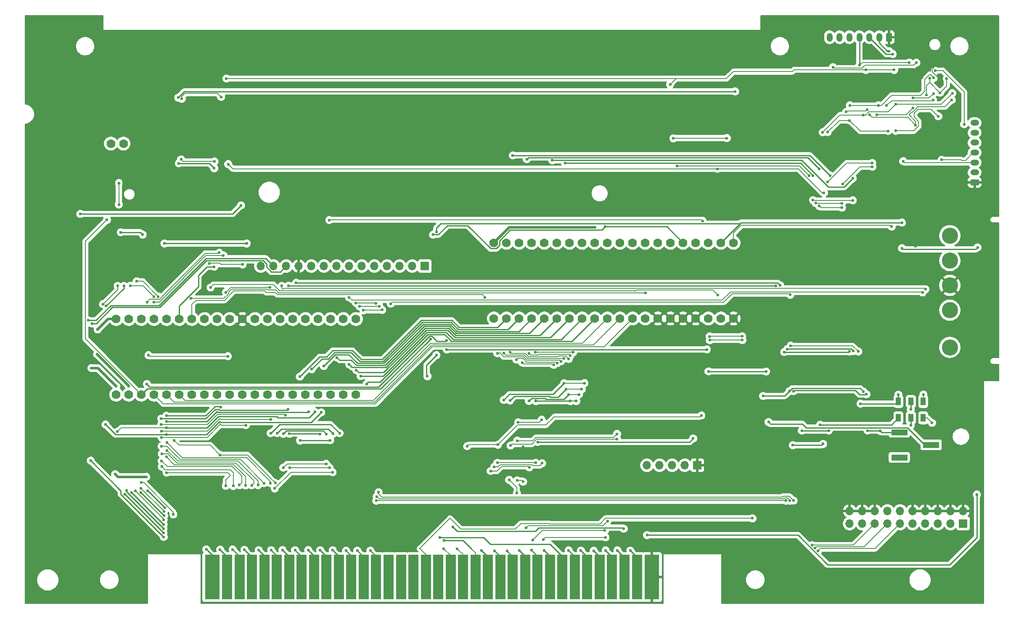
<source format=gbr>
%TF.GenerationSoftware,KiCad,Pcbnew,7.0.9*%
%TF.CreationDate,2024-01-30T12:33:28+01:00*%
%TF.ProjectId,FINESSE,46494e45-5353-4452-9e6b-696361645f70,rev?*%
%TF.SameCoordinates,Original*%
%TF.FileFunction,Copper,L2,Bot*%
%TF.FilePolarity,Positive*%
%FSLAX46Y46*%
G04 Gerber Fmt 4.6, Leading zero omitted, Abs format (unit mm)*
G04 Created by KiCad (PCBNEW 7.0.9) date 2024-01-30 12:33:28*
%MOMM*%
%LPD*%
G01*
G04 APERTURE LIST*
G04 Aperture macros list*
%AMRoundRect*
0 Rectangle with rounded corners*
0 $1 Rounding radius*
0 $2 $3 $4 $5 $6 $7 $8 $9 X,Y pos of 4 corners*
0 Add a 4 corners polygon primitive as box body*
4,1,4,$2,$3,$4,$5,$6,$7,$8,$9,$2,$3,0*
0 Add four circle primitives for the rounded corners*
1,1,$1+$1,$2,$3*
1,1,$1+$1,$4,$5*
1,1,$1+$1,$6,$7*
1,1,$1+$1,$8,$9*
0 Add four rect primitives between the rounded corners*
20,1,$1+$1,$2,$3,$4,$5,0*
20,1,$1+$1,$4,$5,$6,$7,0*
20,1,$1+$1,$6,$7,$8,$9,0*
20,1,$1+$1,$8,$9,$2,$3,0*%
G04 Aperture macros list end*
%TA.AperFunction,ComponentPad*%
%ADD10C,5.000000*%
%TD*%
%TA.AperFunction,ComponentPad*%
%ADD11C,0.604000*%
%TD*%
%TA.AperFunction,SMDPad,CuDef*%
%ADD12R,3.000000X9.000000*%
%TD*%
%TA.AperFunction,SMDPad,CuDef*%
%ADD13R,2.000000X9.000000*%
%TD*%
%TA.AperFunction,ComponentPad*%
%ADD14R,1.700000X1.700000*%
%TD*%
%TA.AperFunction,ComponentPad*%
%ADD15O,1.700000X1.700000*%
%TD*%
%TA.AperFunction,ComponentPad*%
%ADD16RoundRect,0.250000X0.350000X0.625000X-0.350000X0.625000X-0.350000X-0.625000X0.350000X-0.625000X0*%
%TD*%
%TA.AperFunction,ComponentPad*%
%ADD17O,1.200000X1.750000*%
%TD*%
%TA.AperFunction,ComponentPad*%
%ADD18C,1.778000*%
%TD*%
%TA.AperFunction,ComponentPad*%
%ADD19RoundRect,0.250000X0.625000X-0.350000X0.625000X0.350000X-0.625000X0.350000X-0.625000X-0.350000X0*%
%TD*%
%TA.AperFunction,ComponentPad*%
%ADD20O,1.750000X1.200000*%
%TD*%
%TA.AperFunction,ComponentPad*%
%ADD21C,3.250000*%
%TD*%
%TA.AperFunction,SMDPad,CuDef*%
%ADD22RoundRect,0.050000X0.450000X0.750000X-0.450000X0.750000X-0.450000X-0.750000X0.450000X-0.750000X0*%
%TD*%
%TA.AperFunction,SMDPad,CuDef*%
%ADD23RoundRect,0.059500X1.590500X-0.535500X1.590500X0.535500X-1.590500X0.535500X-1.590500X-0.535500X0*%
%TD*%
%TA.AperFunction,ViaPad*%
%ADD24C,0.600000*%
%TD*%
%TA.AperFunction,ViaPad*%
%ADD25C,2.000000*%
%TD*%
%TA.AperFunction,Conductor*%
%ADD26C,0.200000*%
%TD*%
%TA.AperFunction,Conductor*%
%ADD27C,0.500000*%
%TD*%
%TA.AperFunction,Conductor*%
%ADD28C,0.250000*%
%TD*%
G04 APERTURE END LIST*
D10*
%TO.P,HOLE1,P$1,P$1*%
%TO.N,GND*%
X4890000Y114320000D03*
D11*
%TO.P,HOLE1,P$6,P$1*%
X6290000Y115720000D03*
%TO.P,HOLE1,P$7,P$1*%
X6790000Y114320000D03*
%TO.P,HOLE1,P$8,P$1*%
X6290000Y112920000D03*
%TO.P,HOLE1,P$9,P$1*%
X3490000Y112920000D03*
%TO.P,HOLE1,P$13,P$1*%
X4890000Y112420000D03*
%TO.P,HOLE1,P$14,P$1*%
X3490000Y115720000D03*
%TO.P,HOLE1,P$15,P$1*%
X2990000Y114320000D03*
%TO.P,HOLE1,P$16,P$1*%
X4890000Y116220000D03*
%TD*%
D10*
%TO.P,HOLE3,P$1,P$1*%
%TO.N,GND*%
X4390000Y61340000D03*
D11*
%TO.P,HOLE3,P$6,P$1*%
X5790000Y62740000D03*
%TO.P,HOLE3,P$7,P$1*%
X6290000Y61340000D03*
%TO.P,HOLE3,P$8,P$1*%
X5790000Y59940000D03*
%TO.P,HOLE3,P$9,P$1*%
X2990000Y59940000D03*
%TO.P,HOLE3,P$13,P$1*%
X4390000Y59440000D03*
%TO.P,HOLE3,P$14,P$1*%
X2990000Y62740000D03*
%TO.P,HOLE3,P$15,P$1*%
X2490000Y61340000D03*
%TO.P,HOLE3,P$16,P$1*%
X4390000Y63240000D03*
%TD*%
D12*
%TO.P,P2,37,SYSTEM_CLK*%
%TO.N,Net-(P2-SYSTEM_CLK)*%
X37810000Y5460000D03*
D13*
%TO.P,P2,38,M2*%
%TO.N,Net-(P2-M2)*%
X40810000Y5460000D03*
%TO.P,P2,39,CPU_A12*%
%TO.N,Net-(P2-CPU_A12)*%
X43310000Y5460000D03*
%TO.P,P2,40,CPU_A13*%
%TO.N,Net-(P2-CPU_A13)*%
X45810000Y5460000D03*
%TO.P,P2,41,CPU_A14*%
%TO.N,Net-(P2-CPU_A14)*%
X48310000Y5460000D03*
%TO.P,P2,42,CPU_D7*%
%TO.N,Net-(P2-CPU_D7)*%
X50810000Y5460000D03*
%TO.P,P2,43,CPU_D6*%
%TO.N,Net-(P2-CPU_D6)*%
X53310000Y5460000D03*
%TO.P,P2,44,CPU_D5*%
%TO.N,Net-(P2-CPU_D5)*%
X55810000Y5460000D03*
%TO.P,P2,45,CPU_D4*%
%TO.N,Net-(P2-CPU_D4)*%
X58310000Y5460000D03*
%TO.P,P2,46,CPU_D3*%
%TO.N,Net-(P2-CPU_D3)*%
X60810000Y5460000D03*
%TO.P,P2,47,CPU_D2*%
%TO.N,Net-(P2-CPU_D2)*%
X63310000Y5460000D03*
%TO.P,P2,48,CPU_D1*%
%TO.N,Net-(P2-CPU_D1)*%
X65810000Y5460000D03*
%TO.P,P2,49,CPU_D0*%
%TO.N,Net-(P2-CPU_D0)*%
X68310000Y5460000D03*
%TO.P,P2,50,~{ROMSEL}*%
%TO.N,Net-(P2-~{ROMSEL})*%
X70810000Y5460000D03*
%TO.P,P2,51,EXP_9*%
%TO.N,unconnected-(P2-EXP_9-Pad51)*%
X73310000Y5460000D03*
%TO.P,P2,52,EXP_8*%
%TO.N,unconnected-(P2-EXP_8-Pad52)*%
X75810000Y5460000D03*
%TO.P,P2,53,EXP_7*%
%TO.N,unconnected-(P2-EXP_7-Pad53)*%
X78310000Y5460000D03*
%TO.P,P2,54,EXP_6*%
%TO.N,Net-(P2-EXP_6)*%
X80810000Y5460000D03*
%TO.P,P2,55,EXP_5*%
%TO.N,unconnected-(P2-EXP_5-Pad55)*%
X83310000Y5460000D03*
%TO.P,P2,56,PPU_~{WR}*%
%TO.N,Net-(P2-PPU_~{WR})*%
X85810000Y5460000D03*
%TO.P,P2,57,VRAM_~{CE}*%
%TO.N,Net-(P2-VRAM_~{CE})*%
X88310000Y5460000D03*
%TO.P,P2,58,PPU_~{A13}*%
%TO.N,Net-(P2-PPU_~{A13})*%
X90810000Y5460000D03*
%TO.P,P2,59,PPU_A7*%
%TO.N,Net-(P2-PPU_A7)*%
X93310000Y5460000D03*
%TO.P,P2,60,PPU_A8*%
%TO.N,Net-(P2-PPU_A8)*%
X95810000Y5460000D03*
%TO.P,P2,61,PPU_A9*%
%TO.N,Net-(P2-PPU_A9)*%
X98310000Y5460000D03*
%TO.P,P2,62,PPU_A11*%
%TO.N,Net-(P2-PPU_A11)*%
X100810000Y5460000D03*
%TO.P,P2,63,PPU_A10*%
%TO.N,Net-(P2-PPU_A10)*%
X103310000Y5460000D03*
%TO.P,P2,64,PPU_A12*%
%TO.N,Net-(P2-PPU_A12)*%
X105810000Y5460000D03*
%TO.P,P2,65,PPU_A13*%
%TO.N,Net-(P2-PPU_A13)*%
X108310000Y5460000D03*
%TO.P,P2,66,PPU_D7*%
%TO.N,Net-(P2-PPU_D7)*%
X110810000Y5460000D03*
%TO.P,P2,67,PPU_D6*%
%TO.N,Net-(P2-PPU_D6)*%
X113310000Y5460000D03*
%TO.P,P2,68,PPU_D5*%
%TO.N,Net-(P2-PPU_D5)*%
X115810000Y5460000D03*
%TO.P,P2,69,PPU_D4*%
%TO.N,Net-(P2-PPU_D4)*%
X118310000Y5460000D03*
%TO.P,P2,70,CIC-RST*%
%TO.N,Net-(P2-CIC-RST)*%
X120810000Y5460000D03*
%TO.P,P2,71,CIC-CLK*%
%TO.N,Net-(P2-CIC-CLK)*%
X123310000Y5460000D03*
D12*
%TO.P,P2,72,GND*%
%TO.N,GND*%
X126310000Y5460000D03*
%TD*%
D14*
%TO.P,J4,1,Pin_1*%
%TO.N,GND*%
X135490000Y27990000D03*
D15*
%TO.P,J4,2,Pin_2*%
%TO.N,/LATCH*%
X132950000Y27990000D03*
%TO.P,J4,3,Pin_3*%
%TO.N,/CLOCK*%
X130410000Y27990000D03*
%TO.P,J4,4,Pin_4*%
%TO.N,/DATA*%
X127870000Y27990000D03*
%TO.P,J4,5,Pin_5*%
%TO.N,/RO*%
X125330000Y27990000D03*
%TD*%
D10*
%TO.P,HOLE6,P$1,P$1*%
%TO.N,GND*%
X54910000Y112060000D03*
D11*
%TO.P,HOLE6,P$6,P$1*%
X56310000Y113460000D03*
%TO.P,HOLE6,P$7,P$1*%
X56810000Y112060000D03*
%TO.P,HOLE6,P$8,P$1*%
X56310000Y110660000D03*
%TO.P,HOLE6,P$9,P$1*%
X53510000Y110660000D03*
%TO.P,HOLE6,P$13,P$1*%
X54910000Y110160000D03*
%TO.P,HOLE6,P$14,P$1*%
X53510000Y113460000D03*
%TO.P,HOLE6,P$15,P$1*%
X53010000Y112060000D03*
%TO.P,HOLE6,P$16,P$1*%
X54910000Y113960000D03*
%TD*%
D14*
%TO.P,J3,1,Pin_1*%
%TO.N,unconnected-(J3-Pin_1-Pad1)*%
X80620000Y68120000D03*
D15*
%TO.P,J3,2,Pin_2*%
%TO.N,unconnected-(J3-Pin_2-Pad2)*%
X78080000Y68120000D03*
%TO.P,J3,3,Pin_3*%
%TO.N,unconnected-(J3-Pin_3-Pad3)*%
X75540000Y68120000D03*
%TO.P,J3,4,Pin_4*%
%TO.N,/CSYNC*%
X73000000Y68120000D03*
%TO.P,J3,5,Pin_5*%
%TO.N,/RED*%
X70460000Y68120000D03*
%TO.P,J3,6,Pin_6*%
%TO.N,/GREEN*%
X67920000Y68120000D03*
%TO.P,J3,7,Pin_7*%
%TO.N,/BLUE*%
X65380000Y68120000D03*
%TO.P,J3,8,Pin_8*%
%TO.N,/V*%
X62840000Y68120000D03*
%TO.P,J3,9,Pin_9*%
%TO.N,/Y*%
X60300000Y68120000D03*
%TO.P,J3,10,Pin_10*%
%TO.N,/C*%
X57760000Y68120000D03*
%TO.P,J3,11,Pin_11*%
%TO.N,GND*%
X55220000Y68120000D03*
%TO.P,J3,12,Pin_12*%
%TO.N,/CPU 2*%
X52680000Y68120000D03*
%TO.P,J3,13,Pin_13*%
%TO.N,/CPU 1*%
X50140000Y68120000D03*
%TO.P,J3,14,Pin_14*%
%TO.N,/O*%
X47600000Y68120000D03*
%TD*%
D10*
%TO.P,HOLE5,P$1,P$1*%
%TO.N,GND*%
X127350000Y112180000D03*
D11*
%TO.P,HOLE5,P$6,P$1*%
X128750000Y113580000D03*
%TO.P,HOLE5,P$7,P$1*%
X129250000Y112180000D03*
%TO.P,HOLE5,P$8,P$1*%
X128750000Y110780000D03*
%TO.P,HOLE5,P$9,P$1*%
X125950000Y110780000D03*
%TO.P,HOLE5,P$13,P$1*%
X127350000Y110280000D03*
%TO.P,HOLE5,P$14,P$1*%
X125950000Y113580000D03*
%TO.P,HOLE5,P$15,P$1*%
X125450000Y112180000D03*
%TO.P,HOLE5,P$16,P$1*%
X127350000Y114080000D03*
%TD*%
D10*
%TO.P,HOLE2,P$1,P$1*%
%TO.N,GND*%
X4230000Y17670000D03*
D11*
%TO.P,HOLE2,P$6,P$1*%
X5630000Y19070000D03*
%TO.P,HOLE2,P$7,P$1*%
X6130000Y17670000D03*
%TO.P,HOLE2,P$8,P$1*%
X5630000Y16270000D03*
%TO.P,HOLE2,P$9,P$1*%
X2830000Y16270000D03*
%TO.P,HOLE2,P$13,P$1*%
X4230000Y15770000D03*
%TO.P,HOLE2,P$14,P$1*%
X2830000Y19070000D03*
%TO.P,HOLE2,P$15,P$1*%
X2330000Y17670000D03*
%TO.P,HOLE2,P$16,P$1*%
X4230000Y19570000D03*
%TD*%
D16*
%TO.P,H5,1,GND*%
%TO.N,GND*%
X174100000Y114240000D03*
D17*
%TO.P,H5,2,CUP*%
%TO.N,/CLOCK*%
X172100000Y114240000D03*
%TO.P,H5,3,OUT0*%
%TO.N,/LATCH*%
X170100000Y114240000D03*
%TO.P,H5,4,D0*%
%TO.N,/DATA*%
X168100000Y114240000D03*
%TO.P,H5,5,VCC*%
%TO.N,VCC*%
X166100000Y114240000D03*
%TO.P,H5,6,D3*%
%TO.N,Net-(DA4-3)*%
X164100000Y114240000D03*
%TO.P,H5,7,D4*%
%TO.N,Net-(DA3-3)*%
X162100000Y114240000D03*
%TD*%
D18*
%TO.P,U16,1,R/~{W}*%
%TO.N,Net-(P2-CPU_R{slash}W)*%
X94510000Y57580000D03*
%TO.P,U16,2,D0*%
%TO.N,Net-(P2-CPU_D0)*%
X97050000Y57580000D03*
%TO.P,U16,3,D1*%
%TO.N,Net-(P2-CPU_D1)*%
X99590000Y57580000D03*
%TO.P,U16,4,D2*%
%TO.N,Net-(P2-CPU_D2)*%
X102130000Y57580000D03*
%TO.P,U16,5,D3*%
%TO.N,Net-(P2-CPU_D3)*%
X104670000Y57580000D03*
%TO.P,U16,6,D4*%
%TO.N,Net-(P2-CPU_D4)*%
X107210000Y57580000D03*
%TO.P,U16,7,D5*%
%TO.N,Net-(P2-CPU_D5)*%
X109750000Y57580000D03*
%TO.P,U16,8,D6*%
%TO.N,Net-(P2-CPU_D6)*%
X112290000Y57580000D03*
%TO.P,U16,9,D7*%
%TO.N,Net-(P2-CPU_D7)*%
X114830000Y57580000D03*
%TO.P,U16,10,A2*%
%TO.N,Net-(P2-CPU_A2)*%
X117370000Y57580000D03*
%TO.P,U16,11,A1*%
%TO.N,Net-(P2-CPU_A1)*%
X119910000Y57580000D03*
%TO.P,U16,12,A0*%
%TO.N,Net-(P2-CPU_A0)*%
X122450000Y57580000D03*
%TO.P,U16,13,~{CS}*%
%TO.N,Net-(U15-1Y1)*%
X124990000Y57580000D03*
%TO.P,U16,14,EXT0*%
%TO.N,GND*%
X127530000Y57580000D03*
%TO.P,U16,15,EXT1*%
X130070000Y57580000D03*
%TO.P,U16,16,EXT2*%
X132610000Y57580000D03*
%TO.P,U16,17,EXT3*%
X135150000Y57580000D03*
%TO.P,U16,18,CLK*%
%TO.N,Net-(U16-CLK)*%
X137690000Y57580000D03*
%TO.P,U16,19,~{INT}*%
%TO.N,Net-(U14-~{NMI})*%
X140230000Y57580000D03*
%TO.P,U16,20,GND*%
%TO.N,GND*%
X142770000Y57580000D03*
%TO.P,U16,21,VIDEO*%
%TO.N,Net-(Q1-B)*%
X142770000Y72820000D03*
%TO.P,U16,22,~{RST}*%
%TO.N,/RO*%
X140230000Y72820000D03*
%TO.P,U16,23,~{WR}*%
%TO.N,Net-(P2-PPU_~{WR})*%
X137690000Y72820000D03*
%TO.P,U16,24,~{RD}*%
%TO.N,Net-(P2-PPU_~{RD})*%
X135150000Y72820000D03*
%TO.P,U16,25,PA13*%
%TO.N,Net-(P2-PPU_A13)*%
X132610000Y72820000D03*
%TO.P,U16,26,PA12*%
%TO.N,Net-(P2-PPU_A12)*%
X130070000Y72820000D03*
%TO.P,U16,27,PA11*%
%TO.N,Net-(P2-PPU_A11)*%
X127530000Y72820000D03*
%TO.P,U16,28,PA10*%
%TO.N,Net-(P2-PPU_A10)*%
X124990000Y72820000D03*
%TO.P,U16,29,PA9*%
%TO.N,Net-(P2-PPU_A9)*%
X122450000Y72820000D03*
%TO.P,U16,30,PA8*%
%TO.N,Net-(P2-PPU_A8)*%
X119910000Y72820000D03*
%TO.P,U16,31,PD7*%
%TO.N,Net-(P2-PPU_D7)*%
X117370000Y72820000D03*
%TO.P,U16,32,PD6*%
%TO.N,Net-(P2-PPU_D6)*%
X114830000Y72820000D03*
%TO.P,U16,33,PD5*%
%TO.N,Net-(P2-PPU_D5)*%
X112290000Y72820000D03*
%TO.P,U16,34,PD4*%
%TO.N,Net-(P2-PPU_D4)*%
X109750000Y72820000D03*
%TO.P,U16,35,PD3*%
%TO.N,Net-(P2-PPU_D3)*%
X107210000Y72820000D03*
%TO.P,U16,36,PD2*%
%TO.N,Net-(P2-PPU_D2)*%
X104670000Y72820000D03*
%TO.P,U16,37,PD1*%
%TO.N,Net-(P2-PPU_D1)*%
X102130000Y72820000D03*
%TO.P,U16,38,PD0*%
%TO.N,Net-(P2-PPU_D0)*%
X99590000Y72820000D03*
%TO.P,U16,39,ALE*%
%TO.N,Net-(U13-C)*%
X97050000Y72820000D03*
%TO.P,U16,40,VCC*%
%TO.N,VCC*%
X94510000Y72820000D03*
%TD*%
%TO.P,D1,A,A*%
%TO.N,Net-(D1-PadA)*%
X17390000Y92810000D03*
%TO.P,D1,K,C*%
%TO.N,Net-(D1-C)*%
X19930000Y92810000D03*
%TD*%
D19*
%TO.P,H6,1,GND*%
%TO.N,GND*%
X191300000Y85000000D03*
D20*
%TO.P,H6,2,CUP*%
%TO.N,Net-(DA1-4)*%
X191300000Y87000000D03*
%TO.P,H6,3,OUT0*%
%TO.N,/LATCH*%
X191300000Y89000000D03*
%TO.P,H6,4,D0*%
%TO.N,Net-(DA2-4)*%
X191300000Y91000000D03*
%TO.P,H6,5,VCC*%
%TO.N,VCC*%
X191300000Y93000000D03*
%TO.P,H6,6,D3*%
%TO.N,Net-(DA2-3)*%
X191300000Y95000000D03*
%TO.P,H6,7,D4*%
%TO.N,Net-(DA1-3)*%
X191300000Y97000000D03*
%TD*%
D14*
%TO.P,J6,1,Pin_1*%
%TO.N,/INPUT*%
X189000000Y16260000D03*
D15*
%TO.P,J6,2,Pin_2*%
%TO.N,GND*%
X189000000Y18800000D03*
%TO.P,J6,3,Pin_3*%
%TO.N,/INPUT*%
X186460000Y16260000D03*
%TO.P,J6,4,Pin_4*%
%TO.N,GND*%
X186460000Y18800000D03*
%TO.P,J6,5,Pin_5*%
%TO.N,VCC*%
X183920000Y16260000D03*
%TO.P,J6,6,Pin_6*%
%TO.N,GND*%
X183920000Y18800000D03*
%TO.P,J6,7,Pin_7*%
%TO.N,VCC*%
X181380000Y16260000D03*
%TO.P,J6,8,Pin_8*%
%TO.N,GND*%
X181380000Y18800000D03*
%TO.P,J6,9,Pin_9*%
%TO.N,/AUDIO*%
X178840000Y16260000D03*
%TO.P,J6,10,Pin_10*%
%TO.N,GND*%
X178840000Y18800000D03*
%TO.P,J6,11,Pin_11*%
%TO.N,/RED*%
X176300000Y16260000D03*
%TO.P,J6,12,Pin_12*%
%TO.N,/VIDEO*%
X176300000Y18800000D03*
%TO.P,J6,13,Pin_13*%
%TO.N,/GREEN*%
X173760000Y16260000D03*
%TO.P,J6,14,Pin_14*%
%TO.N,/CSYNC*%
X173760000Y18800000D03*
%TO.P,J6,15,Pin_15*%
%TO.N,/BLUE*%
X171220000Y16260000D03*
%TO.P,J6,16,Pin_16*%
%TO.N,GND*%
X171220000Y18800000D03*
%TO.P,J6,17,Pin_17*%
%TO.N,/CPU 2*%
X168680000Y16260000D03*
%TO.P,J6,18,Pin_18*%
%TO.N,GND*%
X168680000Y18800000D03*
%TO.P,J6,19,Pin_19*%
%TO.N,/CPU 1*%
X166140000Y16260000D03*
%TO.P,J6,20,Pin_20*%
%TO.N,GND*%
X166140000Y18800000D03*
%TD*%
D10*
%TO.P,HOLE4,P$1,P$1*%
%TO.N,GND*%
X192610000Y115100000D03*
D11*
%TO.P,HOLE4,P$6,P$1*%
X194010000Y116500000D03*
%TO.P,HOLE4,P$7,P$1*%
X194510000Y115100000D03*
%TO.P,HOLE4,P$8,P$1*%
X194010000Y113700000D03*
%TO.P,HOLE4,P$9,P$1*%
X191210000Y113700000D03*
%TO.P,HOLE4,P$13,P$1*%
X192610000Y113200000D03*
%TO.P,HOLE4,P$14,P$1*%
X191210000Y116500000D03*
%TO.P,HOLE4,P$15,P$1*%
X190710000Y115100000D03*
%TO.P,HOLE4,P$16,P$1*%
X192610000Y117000000D03*
%TD*%
D18*
%TO.P,U14,1,AUD1*%
%TO.N,/CPU 1*%
X18490000Y42220000D03*
%TO.P,U14,2,AUD2*%
%TO.N,/CPU 2*%
X21030000Y42220000D03*
%TO.P,U14,3,~{RST}*%
%TO.N,/RO*%
X23570000Y42220000D03*
%TO.P,U14,4,A0*%
%TO.N,Net-(P2-CPU_A0)*%
X26110000Y42220000D03*
%TO.P,U14,5,A1*%
%TO.N,Net-(P2-CPU_A1)*%
X28650000Y42220000D03*
%TO.P,U14,6,A2*%
%TO.N,Net-(P2-CPU_A2)*%
X31190000Y42220000D03*
%TO.P,U14,7,A3*%
%TO.N,Net-(P2-CPU_A3)*%
X33730000Y42220000D03*
%TO.P,U14,8,A4*%
%TO.N,Net-(P2-CPU_A4)*%
X36270000Y42220000D03*
%TO.P,U14,9,A5*%
%TO.N,Net-(P2-CPU_A5)*%
X38810000Y42220000D03*
%TO.P,U14,10,A6*%
%TO.N,Net-(P2-CPU_A6)*%
X41350000Y42220000D03*
%TO.P,U14,11,A7*%
%TO.N,Net-(P2-CPU_A7)*%
X43890000Y42220000D03*
%TO.P,U14,12,A8*%
%TO.N,Net-(P2-CPU_A8)*%
X46430000Y42220000D03*
%TO.P,U14,13,A9*%
%TO.N,Net-(P2-CPU_A9)*%
X48970000Y42220000D03*
%TO.P,U14,14,A10*%
%TO.N,Net-(P2-CPU_A10)*%
X51510000Y42220000D03*
%TO.P,U14,15,A11*%
%TO.N,Net-(P2-CPU_A11)*%
X54050000Y42220000D03*
%TO.P,U14,16,A12*%
%TO.N,Net-(P2-CPU_A12)*%
X56590000Y42220000D03*
%TO.P,U14,17,A13*%
%TO.N,Net-(P2-CPU_A13)*%
X59130000Y42220000D03*
%TO.P,U14,18,A14*%
%TO.N,Net-(P2-CPU_A14)*%
X61670000Y42220000D03*
%TO.P,U14,19,A15*%
%TO.N,Net-(U14-A15)*%
X64210000Y42220000D03*
%TO.P,U14,20,GND*%
%TO.N,GND*%
X66750000Y42220000D03*
%TO.P,U14,21,D7*%
%TO.N,Net-(P2-CPU_D7)*%
X66750000Y57460000D03*
%TO.P,U14,22,D6*%
%TO.N,Net-(P2-CPU_D6)*%
X64210000Y57460000D03*
%TO.P,U14,23,D5*%
%TO.N,Net-(P2-CPU_D5)*%
X61670000Y57460000D03*
%TO.P,U14,24,D4*%
%TO.N,Net-(P2-CPU_D4)*%
X59130000Y57460000D03*
%TO.P,U14,25,D3*%
%TO.N,Net-(P2-CPU_D3)*%
X56590000Y57460000D03*
%TO.P,U14,26,D2*%
%TO.N,Net-(P2-CPU_D2)*%
X54050000Y57460000D03*
%TO.P,U14,27,D1*%
%TO.N,Net-(P2-CPU_D1)*%
X51510000Y57460000D03*
%TO.P,U14,28,D0*%
%TO.N,Net-(P2-CPU_D0)*%
X48970000Y57460000D03*
%TO.P,U14,29,CLK*%
%TO.N,Net-(U14-CLK)*%
X46430000Y57460000D03*
%TO.P,U14,30,TST*%
%TO.N,GND*%
X43890000Y57460000D03*
%TO.P,U14,31,M2*%
%TO.N,Net-(P2-M2)*%
X41350000Y57460000D03*
%TO.P,U14,32,~{IRQ}*%
%TO.N,Net-(P2-~{IRQ})*%
X38810000Y57460000D03*
%TO.P,U14,33,~{NMI}*%
%TO.N,Net-(U14-~{NMI})*%
X36270000Y57460000D03*
%TO.P,U14,34,R/~{W}*%
%TO.N,Net-(P2-CPU_R{slash}W)*%
X33730000Y57460000D03*
%TO.P,U14,35,~{OE2}*%
%TO.N,Net-(DA1-4)*%
X31190000Y57460000D03*
%TO.P,U14,36,~{OE1}*%
%TO.N,/CLOCK*%
X28650000Y57460000D03*
%TO.P,U14,37,OUT2*%
%TO.N,unconnected-(U14-OUT2-Pad37)*%
X26110000Y57460000D03*
%TO.P,U14,38,OUT1*%
%TO.N,unconnected-(U14-OUT1-Pad38)*%
X23570000Y57460000D03*
%TO.P,U14,39,OUT0*%
%TO.N,/LATCH*%
X21030000Y57460000D03*
%TO.P,U14,40,VCC*%
%TO.N,VCC*%
X18490000Y57460000D03*
%TD*%
D21*
%TO.P,J1,1,Pin_1*%
%TO.N,/INPUT*%
X186310000Y51750000D03*
%TO.P,J1,2,Pin_2*%
%TO.N,VCC*%
X186310000Y59250000D03*
%TO.P,J1,3,Pin_3*%
%TO.N,GND*%
X186310000Y64250000D03*
%TO.P,J1,4,Pin_4*%
%TO.N,Net-(J1-Pin_4)*%
X186310000Y69250000D03*
%TO.P,J1,5,Pin_5*%
%TO.N,unconnected-(J1-Pin_5-Pad5)*%
X186310000Y74250000D03*
%TD*%
D22*
%TO.P,S1,AA,4*%
%TO.N,/V*%
X180960000Y40860000D03*
%TO.P,S1,AB,6*%
%TO.N,Net-(S1-6)*%
X175960000Y40860000D03*
%TO.P,S1,ACOM,5*%
%TO.N,/VIDEO*%
X178460000Y40860000D03*
%TO.P,S1,BA,1*%
%TO.N,/O*%
X180960000Y37560000D03*
%TO.P,S1,BB,3*%
%TO.N,Net-(S1-3)*%
X175960000Y37560000D03*
%TO.P,S1,BCOM,2*%
%TO.N,/AUDIO*%
X178460000Y37560000D03*
%TD*%
D23*
%TO.P,P1,1,CCW*%
%TO.N,unconnected-(P1-CCW-Pad1)*%
X176140000Y29570000D03*
%TO.P,P1,2,WIPER*%
%TO.N,Net-(P1-WIPER)*%
X182540000Y32110000D03*
%TO.P,P1,3,CW*%
%TO.N,Net-(P1-CW)*%
X176140000Y34650000D03*
%TD*%
D24*
%TO.N,GND*%
X153250000Y40470000D03*
D25*
X2050000Y39420000D03*
D24*
X165030000Y32370000D03*
X174570000Y83000000D03*
X18810000Y71250000D03*
D25*
X2230000Y56300000D03*
X86840000Y109500000D03*
X10880000Y7960000D03*
D24*
X90590000Y22880000D03*
X66740000Y44730000D03*
D25*
X155200000Y109670000D03*
D24*
X96600000Y31720000D03*
X180320000Y98570000D03*
X18060000Y84850000D03*
X173970000Y58650000D03*
D25*
X2360000Y94230000D03*
D24*
X19960000Y84850000D03*
D25*
X2780000Y73920000D03*
D24*
X180680000Y106110000D03*
X155220000Y35000000D03*
X45760000Y32980000D03*
X167280000Y105210000D03*
D25*
X18110000Y110110000D03*
D24*
X153160000Y31210000D03*
X81260000Y43360000D03*
D25*
X150340000Y117000000D03*
X48160000Y113780000D03*
X78010000Y113780000D03*
D24*
X68000000Y80720000D03*
D25*
X133220000Y113800000D03*
D24*
X77310000Y85520000D03*
D25*
X22860000Y8100000D03*
X62580000Y113780000D03*
D24*
X177160000Y105130000D03*
D25*
X194220000Y106210000D03*
D24*
X179390000Y72090000D03*
D25*
X7480000Y23800000D03*
D24*
X54670000Y23760000D03*
X188490000Y108170000D03*
X102970000Y34810000D03*
D25*
X1950000Y9860000D03*
X155200000Y117000000D03*
D24*
X26380000Y68420000D03*
X111350000Y18150000D03*
D25*
X7890000Y65220000D03*
X35240000Y113620000D03*
D24*
X37230000Y21970000D03*
D25*
X95730000Y113600000D03*
D24*
X74930000Y91670000D03*
D25*
X30620000Y109690000D03*
D24*
X184360000Y109400000D03*
D25*
X7480000Y103620000D03*
X2100000Y28130000D03*
D24*
X90860000Y41180000D03*
X12130000Y74630000D03*
X100410000Y31720000D03*
X94050000Y18080000D03*
X35210000Y24890000D03*
X44520000Y31190000D03*
D25*
X7340000Y85390000D03*
X104780000Y109610000D03*
D24*
X149880000Y67190000D03*
D25*
X191620000Y31350000D03*
X70130000Y109560000D03*
D24*
X40730000Y31240000D03*
D25*
X23640000Y113570000D03*
X144470000Y109410000D03*
X181990000Y116760000D03*
D24*
X11000000Y55670000D03*
X184300000Y106010000D03*
D25*
X121650000Y109610000D03*
D24*
X71680000Y80730000D03*
D25*
X189420000Y45470000D03*
X7730000Y45580000D03*
D24*
X172120000Y105120000D03*
X11540000Y47620000D03*
X105380000Y37770000D03*
X182270000Y110640000D03*
D25*
X113770000Y113940000D03*
D24*
X70340000Y88870000D03*
X75610000Y43400000D03*
X153240000Y34990000D03*
D25*
X41490000Y110040000D03*
D24*
X174590000Y105130000D03*
X155923100Y40862760D03*
D25*
X7330000Y32990000D03*
X10840000Y2270000D03*
D24*
X77530000Y43410000D03*
X164720000Y105210000D03*
X95330000Y18080000D03*
X93970000Y40530000D03*
D25*
X189490000Y39810000D03*
D24*
%TO.N,VCC*%
X14740000Y55360000D03*
X182260000Y105950000D03*
X166140000Y97470000D03*
X184330000Y103030000D03*
X24530000Y25660000D03*
X173880000Y95340000D03*
X161710000Y95120000D03*
X18280000Y26190000D03*
X185700000Y105920000D03*
X114920000Y75960000D03*
X181640000Y102610000D03*
%TO.N,Net-(C10-Pad2)*%
X85030000Y51323300D03*
X149320000Y46880000D03*
X137380000Y51323300D03*
X85000000Y53131900D03*
X24660000Y44360000D03*
X137720000Y46900000D03*
%TO.N,Net-(U12A-VSS)*%
X161930000Y34990000D03*
X156510000Y34960000D03*
%TO.N,Net-(DA2-4)*%
X184000000Y98300000D03*
X175440000Y95360000D03*
X184670000Y89551900D03*
%TO.N,Net-(DA2-3)*%
X178860000Y99970000D03*
X183340000Y107500000D03*
X183020000Y102890000D03*
X178860000Y101990000D03*
X189190000Y96710000D03*
X171650000Y98660000D03*
%TO.N,Net-(DA1-3)*%
X179440000Y96540000D03*
X170190000Y98600000D03*
X186695000Y101605000D03*
%TO.N,Net-(P1-CW)*%
X172310000Y34930000D03*
X169745360Y34990500D03*
X169516900Y42298325D03*
X154814251Y42916249D03*
%TO.N,Net-(DA1-4)*%
X38210000Y87830000D03*
X175400000Y100740000D03*
X160730000Y95100000D03*
X168870000Y98570000D03*
X30970000Y102070000D03*
X31070000Y88820000D03*
X143090000Y103300000D03*
X38210000Y68000000D03*
X186810238Y102970238D03*
%TO.N,Net-(DA4-3)*%
X179570000Y109120000D03*
X162770000Y108201900D03*
%TO.N,Net-(DA3-3)*%
X183045700Y106040000D03*
X171920000Y100505000D03*
X166185000Y100505000D03*
%TO.N,Net-(P1-WIPER)*%
X149820000Y36700000D03*
%TO.N,Net-(Q1-B)*%
X174610000Y76090000D03*
%TO.N,Net-(U16-CLK)*%
X61400000Y77400000D03*
X136540000Y77236900D03*
%TO.N,Net-(U12B--)*%
X154710000Y32030000D03*
X160790000Y32290000D03*
%TO.N,Net-(U12C--)*%
X168940000Y42830000D03*
X154001268Y42919126D03*
X148720000Y41960000D03*
%TO.N,Net-(U14-~{NMI})*%
X37480000Y63820000D03*
X139610000Y62280000D03*
%TO.N,Net-(U15-1Y0)*%
X26030000Y61994300D03*
X24970000Y50190000D03*
X40960000Y49960000D03*
X21310000Y64176276D03*
%TO.N,Net-(U14-A15)*%
X43930000Y68450000D03*
X37270000Y68680000D03*
%TO.N,Net-(U15-2Y1)*%
X19410000Y74930000D03*
X23800000Y74460000D03*
%TO.N,Net-(P2-EXP_6)*%
X146590000Y17300000D03*
%TO.N,Net-(P2-PPU_A5)*%
X99140000Y22380000D03*
X97579301Y25050000D03*
%TO.N,Net-(P2-CPU_A11)*%
X53050000Y39270000D03*
X27520000Y37393100D03*
X27975860Y15255860D03*
X20554300Y22901116D03*
%TO.N,Net-(P2-CPU_A10)*%
X52570000Y38115700D03*
X22330000Y22860000D03*
X28020000Y16970000D03*
X27547010Y36239300D03*
%TO.N,Net-(P2-CPU_A9)*%
X49590000Y37223100D03*
X27589643Y34883100D03*
X28087930Y18717930D03*
X23475790Y23370070D03*
%TO.N,Net-(P2-CPU_A8)*%
X29980000Y18090000D03*
X23522387Y24532783D03*
X27620000Y33590000D03*
X44570000Y36068800D03*
%TO.N,Net-(P2-CPU_A7)*%
X28620000Y26490000D03*
X40550000Y23850000D03*
%TO.N,Net-(P2-CPU_A6)*%
X27670000Y27730000D03*
X42030000Y23830000D03*
%TO.N,Net-(P2-CPU_A5)*%
X27630000Y28870000D03*
X43290000Y23990000D03*
%TO.N,Net-(P2-CPU_A4)*%
X28580000Y29670000D03*
X44510000Y23940000D03*
%TO.N,Net-(P2-CPU_A3)*%
X45760000Y23970000D03*
X27660000Y30320000D03*
%TO.N,Net-(P2-CPU_A2)*%
X28670000Y31010000D03*
X47030500Y24000000D03*
%TO.N,Net-(P2-CPU_A1)*%
X48270000Y24390000D03*
X27620000Y31830000D03*
%TO.N,Net-(P2-CPU_A0)*%
X49560000Y24390000D03*
X28690000Y32600000D03*
%TO.N,Net-(P2-CPU_R{slash}W)*%
X30150000Y33038100D03*
X50500000Y24420000D03*
X39390000Y30079500D03*
X92720000Y61800000D03*
%TO.N,Net-(P2-PPU_D2)*%
X109928100Y50140000D03*
X101570000Y50550000D03*
%TO.N,Net-(P2-VRAM_A10)*%
X102920000Y28490000D03*
X95220000Y28480000D03*
%TO.N,Net-(P2-PPU_A4)*%
X104130000Y37180000D03*
X99420000Y36650000D03*
X100410000Y24690000D03*
X99210000Y24950000D03*
%TO.N,Net-(P2-PPU_A2)*%
X106555734Y48232500D03*
X100230000Y48700000D03*
%TO.N,Net-(P2-PPU_A1)*%
X107252883Y48584900D03*
X99050000Y49289700D03*
%TO.N,Net-(P2-M2)*%
X20242930Y22172930D03*
X28009134Y14406726D03*
X28570000Y37970000D03*
X39526903Y39671900D03*
X39400000Y11000000D03*
%TO.N,Net-(P2-PPU_A0)*%
X95210000Y50570000D03*
X107995094Y48937300D03*
%TO.N,Net-(P2-PPU_D3)*%
X102870000Y50746400D03*
X110480000Y50746400D03*
%TO.N,Net-(P2-SYSTEM_CLK)*%
X11250000Y78640000D03*
X36614412Y11054411D03*
X13350000Y28940000D03*
X28040000Y13560000D03*
X43600000Y80340000D03*
%TO.N,Net-(P2-CPU_A12)*%
X57260000Y38780000D03*
X28030000Y16050000D03*
X41930000Y11020000D03*
X28590000Y36816200D03*
X21570000Y22500000D03*
%TO.N,Net-(P2-CPU_A13)*%
X15821783Y60465134D03*
X18740000Y34756900D03*
X18770000Y64130000D03*
X28120253Y17850253D03*
X23450000Y22540000D03*
X44280000Y10980000D03*
X58480000Y38740000D03*
X28600000Y35510000D03*
%TO.N,Net-(P2-CPU_A14)*%
X59760000Y38660000D03*
X16330000Y36220000D03*
X24778183Y22848183D03*
X28260000Y19490000D03*
X28630000Y34180000D03*
X47160000Y10890000D03*
X16457070Y60062930D03*
X20020000Y64150000D03*
%TO.N,Net-(P2-CPU_D7)*%
X49680000Y10890000D03*
X49570000Y34450000D03*
X63450000Y34450000D03*
X68895700Y44365700D03*
%TO.N,Net-(P2-CPU_D6)*%
X50850000Y34480000D03*
X67690000Y45960000D03*
X62150000Y34360000D03*
X51950000Y10920000D03*
%TO.N,Net-(P2-CPU_D5)*%
X54490000Y10890000D03*
X66820000Y47160000D03*
X60790000Y34300000D03*
X52120000Y34330000D03*
%TO.N,Net-(P2-CPU_D4)*%
X158750000Y81420000D03*
X158763786Y86343786D03*
X57140000Y10920000D03*
X166770000Y81380000D03*
X65376400Y48320000D03*
X108830000Y88863800D03*
X53370000Y34350000D03*
X59520000Y34290000D03*
%TO.N,Net-(P2-CPU_D3)*%
X55500000Y32980000D03*
X106280000Y89440700D03*
X61550000Y33040000D03*
X166770000Y85799374D03*
X59550000Y10870000D03*
X62940000Y49700000D03*
%TO.N,Net-(P2-CPU_D2)*%
X60271400Y47990000D03*
X62060000Y10870000D03*
X53380000Y27530000D03*
X61420000Y27540000D03*
%TO.N,Net-(P2-CPU_D1)*%
X159320000Y80828100D03*
X57850000Y47360000D03*
X101140000Y89680000D03*
X164590000Y80790000D03*
X170720000Y88130000D03*
X52110000Y27510000D03*
X64760000Y10790000D03*
X60740000Y28290000D03*
X164720000Y84620000D03*
X160052070Y87702070D03*
%TO.N,Net-(P2-CPU_D0)*%
X55448600Y45860000D03*
X67010000Y10790000D03*
X50380000Y23330000D03*
X62050000Y26590000D03*
X162204394Y86365606D03*
X98330000Y90420000D03*
%TO.N,Net-(P2-~{ROMSEL})*%
X44740000Y72680000D03*
X28180000Y72690000D03*
X69660000Y10790000D03*
%TO.N,Net-(P2-PPU_~{WR})*%
X95330500Y32130000D03*
X84440000Y11150000D03*
X89140000Y31830000D03*
X136291400Y38030000D03*
%TO.N,Net-(P2-VRAM_~{CE})*%
X104220000Y28390000D03*
X87140000Y11190000D03*
X94600000Y27680000D03*
%TO.N,Net-(P2-PPU_~{A13})*%
X84450000Y12830000D03*
%TO.N,Net-(P2-PPU_A7)*%
X92030000Y10830000D03*
%TO.N,Net-(P2-PPU_A8)*%
X94640000Y10770000D03*
X119320000Y33246900D03*
X97870000Y31980000D03*
%TO.N,Net-(P2-PPU_A9)*%
X119320500Y34310000D03*
X99210000Y32940000D03*
X97180000Y10700000D03*
%TO.N,Net-(P2-PPU_A11)*%
X117411900Y16748100D03*
X99610000Y10830000D03*
X100990000Y15360000D03*
%TO.N,Net-(P2-PPU_A10)*%
X102380000Y12960000D03*
X102090000Y10880000D03*
X116860000Y14850000D03*
%TO.N,Net-(P2-PPU_A12)*%
X104610000Y10810000D03*
X116990000Y13470000D03*
X104480000Y13030000D03*
%TO.N,Net-(P2-PPU_A13)*%
X83610000Y13440000D03*
X82270000Y74450000D03*
X116940000Y76060000D03*
%TO.N,Net-(P2-PPU_D7)*%
X108656768Y44523109D03*
X96500000Y41150000D03*
X112755700Y44540000D03*
X109560000Y10860000D03*
%TO.N,Net-(P2-PPU_D6)*%
X97770000Y41040000D03*
X112040000Y10810000D03*
X109017688Y43322312D03*
X112203800Y43300000D03*
%TO.N,Net-(P2-PPU_D5)*%
X111651900Y42270000D03*
X109528547Y42271453D03*
X114620000Y10770000D03*
X101570000Y40950000D03*
%TO.N,Net-(P2-PPU_D4)*%
X117010000Y10840000D03*
X111100000Y40930000D03*
X102980000Y40920000D03*
X109928100Y40930000D03*
%TO.N,Net-(P2-CIC-RST)*%
X119380000Y10840000D03*
%TO.N,Net-(P2-CIC-CLK)*%
X121980000Y10810000D03*
X120660000Y15220000D03*
X86300000Y15550000D03*
%TO.N,/VIDEO*%
X178450000Y39230000D03*
%TO.N,Net-(S1-6)*%
X175950000Y42200000D03*
X168320000Y40400000D03*
%TO.N,Net-(S1-3)*%
X160213100Y36144300D03*
%TO.N,Net-(P2-PPU_~{RD})*%
X101670000Y27575700D03*
X134640000Y33390000D03*
X93860000Y26830000D03*
X103330000Y32670000D03*
%TO.N,/V*%
X180830000Y62810000D03*
X180990000Y42250000D03*
X65358068Y61815700D03*
%TO.N,/CSYNC*%
X73750000Y60530000D03*
X154270000Y52074300D03*
X154179815Y62355700D03*
X167880000Y50920000D03*
%TO.N,/O*%
X182730000Y36540000D03*
X51810000Y64141900D03*
X181410000Y63460000D03*
%TO.N,/LATCH*%
X141420000Y93920000D03*
X40670000Y105910000D03*
X144540000Y53220000D03*
X39230000Y70808800D03*
X176920000Y89250000D03*
X31684167Y101834792D03*
X169410000Y107650000D03*
X38260000Y89220000D03*
X137980295Y53198708D03*
X31546900Y89610000D03*
X175120000Y107650000D03*
X24720000Y60900000D03*
X174800000Y110840000D03*
X130660000Y93850000D03*
X39600000Y102200000D03*
X130000000Y104710000D03*
%TO.N,/CLOCK*%
X26090000Y60890000D03*
X173560000Y100450000D03*
X182920000Y101560000D03*
X139530000Y87735000D03*
X144490000Y53980000D03*
X170690000Y88890000D03*
X40080000Y70256900D03*
X137950000Y53950000D03*
X174082999Y111416900D03*
X160981370Y82900000D03*
X161680000Y85060000D03*
X41020000Y88670000D03*
%TO.N,/DATA*%
X157953414Y86338298D03*
X165430000Y99180000D03*
X178120000Y109130000D03*
X164600000Y79900000D03*
X131410000Y88286900D03*
X169690000Y99670000D03*
X168100000Y108580000D03*
X160030000Y80238100D03*
%TO.N,/RO*%
X176680000Y76890000D03*
X125360000Y13930000D03*
X81750000Y53400000D03*
X16610000Y77430000D03*
X191890000Y71880000D03*
X191760000Y22100000D03*
X81140000Y45920000D03*
X19000000Y80540000D03*
X19030000Y84840000D03*
X176680000Y71720000D03*
X82950000Y75030000D03*
X82950000Y50194500D03*
%TO.N,/CPU 2*%
X13580000Y56550000D03*
X152150000Y64250000D03*
X54690000Y64753600D03*
X166900000Y51010000D03*
X153602915Y51386900D03*
X21020000Y43920000D03*
X14624747Y50384747D03*
%TO.N,/AUDIO*%
X178450000Y36070000D03*
%TO.N,/RED*%
X154853735Y20880326D03*
X159780000Y10750000D03*
X72020000Y59300000D03*
X68230000Y59210000D03*
X71294100Y22560000D03*
%TO.N,/GREEN*%
X154101903Y20870000D03*
X159152930Y11332930D03*
X71450000Y60020000D03*
X67470000Y60000000D03*
X70941700Y21690000D03*
%TO.N,/BLUE*%
X66750000Y60695700D03*
X70760000Y60610000D03*
X70850000Y20860000D03*
X158572931Y11912931D03*
X153350000Y20870000D03*
%TO.N,/CPU 1*%
X12830000Y57180000D03*
X151250000Y64176700D03*
X18480000Y43940000D03*
X13490000Y47580000D03*
X152970000Y50810000D03*
X53180000Y64176700D03*
X166100000Y50920000D03*
%TO.N,Net-(P2-~{IRQ})*%
X40560000Y62820000D03*
X49426342Y63833242D03*
%TO.N,Net-(P2-PPU_D0)*%
X96510000Y50630000D03*
X108640000Y49489700D03*
%TO.N,Net-(P2-PPU_D1)*%
X109575700Y49420000D03*
X97770000Y50746400D03*
%TO.N,Net-(U15-1Y1)*%
X26930000Y61994300D03*
X22590000Y65050000D03*
X125010000Y62720000D03*
X33490000Y61590000D03*
%TD*%
D26*
%TO.N,GND*%
X184048788Y106010000D02*
X182787600Y107271188D01*
X184300000Y106010000D02*
X184048788Y106010000D01*
X182787600Y107827600D02*
X184360000Y109400000D01*
X182787600Y107271188D02*
X182787600Y107827600D01*
D27*
%TO.N,VCC*%
X16840000Y57460000D02*
X14740000Y55360000D01*
X24530000Y25660000D02*
X18810000Y25660000D01*
X97650000Y75960000D02*
X114920000Y75960000D01*
D26*
X164060000Y97470000D02*
X161710000Y95120000D01*
X181640000Y102610000D02*
X181640000Y104480000D01*
X185700000Y105920000D02*
X185700000Y104400000D01*
X166140000Y97470000D02*
X164060000Y97470000D01*
D27*
X94510000Y72820000D02*
X97650000Y75960000D01*
D26*
X181640000Y104480000D02*
X182260000Y105100000D01*
D27*
X18810000Y25660000D02*
X18280000Y26190000D01*
D26*
X185700000Y104400000D02*
X184330000Y103030000D01*
X168270000Y95340000D02*
X166140000Y97470000D01*
X173880000Y95340000D02*
X168270000Y95340000D01*
X182260000Y105950000D02*
X182260000Y105100000D01*
D27*
X18490000Y57460000D02*
X16840000Y57460000D01*
D26*
X182260000Y105100000D02*
X184330000Y103030000D01*
D28*
%TO.N,Net-(C10-Pad2)*%
X71322233Y43788800D02*
X81510833Y53977400D01*
X25231200Y43788800D02*
X71322233Y43788800D01*
X81510833Y53977400D02*
X82030000Y53977400D01*
X82850000Y52957400D02*
X84825500Y52957400D01*
X149320000Y46880000D02*
X137740000Y46880000D01*
X137740000Y46880000D02*
X137720000Y46900000D01*
X84825500Y52957400D02*
X85000000Y53131900D01*
X24660000Y44360000D02*
X25231200Y43788800D01*
X82030000Y53977400D02*
X82850000Y53157400D01*
X82850000Y53157400D02*
X82850000Y52957400D01*
X85030000Y51323300D02*
X137380000Y51323300D01*
%TO.N,Net-(U12A-VSS)*%
X161900000Y34960000D02*
X161930000Y34990000D01*
X156510000Y34960000D02*
X161900000Y34960000D01*
D26*
%TO.N,Net-(DA2-4)*%
X191300000Y91000000D02*
X191025000Y91000000D01*
X179120000Y98950420D02*
X179924790Y99755210D01*
X180010000Y96328788D02*
X180010000Y97290000D01*
X189382400Y89352400D02*
X188780000Y89352400D01*
X179924790Y99755210D02*
X182544790Y99755210D01*
X189450000Y89425000D02*
X189450000Y89420000D01*
X188580500Y89551900D02*
X184670000Y89551900D01*
X191025000Y91000000D02*
X189450000Y89425000D01*
X179041212Y95360000D02*
X180010000Y96328788D01*
X180010000Y97290000D02*
X179120000Y98180000D01*
X179120000Y98180000D02*
X179120000Y98950420D01*
X182544790Y99755210D02*
X184000000Y98300000D01*
X188780000Y89352400D02*
X188580500Y89551900D01*
X189450000Y89420000D02*
X189382400Y89352400D01*
X175440000Y95360000D02*
X179041212Y95360000D01*
%TO.N,Net-(DA2-3)*%
X171650000Y98660000D02*
X177550000Y98660000D01*
X189230000Y96750000D02*
X189190000Y96710000D01*
X183340000Y107500000D02*
X184901212Y107500000D01*
X184901212Y107500000D02*
X189230000Y103171212D01*
X178860000Y101990000D02*
X182120000Y101990000D01*
X189230000Y103171212D02*
X189230000Y96750000D01*
X182120000Y101990000D02*
X183020000Y102890000D01*
X177550000Y98660000D02*
X178860000Y99970000D01*
%TO.N,Net-(DA1-3)*%
X179750000Y100078788D02*
X179750000Y100250000D01*
X178360000Y98860000D02*
X178360000Y98920000D01*
X179440000Y96540000D02*
X179440000Y97240000D01*
X179750000Y100250000D02*
X185340000Y100250000D01*
X178360000Y98920000D02*
X178582400Y99142400D01*
X170682400Y98107600D02*
X177872400Y98107600D01*
X178090000Y98590000D02*
X178360000Y98860000D01*
X178582400Y99142400D02*
X178813612Y99142400D01*
X179440000Y97240000D02*
X178090000Y98590000D01*
X170190000Y98600000D02*
X170682400Y98107600D01*
X177872400Y98107600D02*
X179440000Y96540000D01*
X185340000Y100250000D02*
X186695000Y101605000D01*
X178813612Y99142400D02*
X179750000Y100078788D01*
D28*
%TO.N,Net-(P1-CW)*%
X176140000Y34650000D02*
X172590000Y34650000D01*
X167270000Y43095000D02*
X168112400Y42252600D01*
X172590000Y34650000D02*
X172310000Y34930000D01*
X168112400Y42252600D02*
X169471175Y42252600D01*
X154814251Y42916249D02*
X154993002Y43095000D01*
X169471175Y42252600D02*
X169516900Y42298325D01*
X172249500Y34990500D02*
X172310000Y34930000D01*
X154993002Y43095000D02*
X167270000Y43095000D01*
X169745360Y34990500D02*
X172249500Y34990500D01*
%TO.N,Net-(DA1-4)*%
X32200000Y103300000D02*
X143090000Y103300000D01*
D26*
X184580000Y100740000D02*
X186810238Y102970238D01*
D28*
X35040000Y63956567D02*
X35040000Y66270000D01*
D26*
X170013612Y99212400D02*
X169371212Y98570000D01*
X169371212Y98570000D02*
X168870000Y98570000D01*
D28*
X31190000Y60106567D02*
X35040000Y63956567D01*
X32200000Y103300000D02*
X30970000Y102070000D01*
D26*
X175400000Y100740000D02*
X173872400Y99212400D01*
D28*
X35040000Y66270000D02*
X36770000Y68000000D01*
X31070000Y88820000D02*
X37220000Y88820000D01*
D26*
X160730000Y95100000D02*
X164200000Y98570000D01*
X175400000Y100740000D02*
X184580000Y100740000D01*
D28*
X31190000Y57460000D02*
X31190000Y60106567D01*
X37220000Y88820000D02*
X38210000Y87830000D01*
D26*
X164200000Y98570000D02*
X168870000Y98570000D01*
D28*
X36770000Y68000000D02*
X38210000Y68000000D01*
D26*
X173872400Y99212400D02*
X170013612Y99212400D01*
%TO.N,Net-(DA4-3)*%
X162944300Y108027600D02*
X162770000Y108201900D01*
X169227600Y108577600D02*
X168677600Y108027600D01*
X179027600Y108577600D02*
X169227600Y108577600D01*
X179570000Y109120000D02*
X179027600Y108577600D01*
X162944300Y108027600D02*
X168677600Y108027600D01*
%TO.N,Net-(DA3-3)*%
X180432400Y102542400D02*
X174582400Y102542400D01*
X182248788Y106720000D02*
X182365700Y106720000D01*
X181220000Y105691212D02*
X181220000Y103330000D01*
X174582400Y102542400D02*
X172545000Y100505000D01*
X171920000Y100505000D02*
X166185000Y100505000D01*
X172545000Y100505000D02*
X171920000Y100505000D01*
X182365700Y106720000D02*
X183045700Y106040000D01*
X181220000Y103330000D02*
X180432400Y102542400D01*
X182248788Y106720000D02*
X181220000Y105691212D01*
D28*
%TO.N,Net-(P1-WIPER)*%
X157365000Y35567400D02*
X177825050Y35567400D01*
X150182600Y36337400D02*
X156595000Y36337400D01*
X177825050Y35567400D02*
X181282449Y32110000D01*
X156595000Y36337400D02*
X157365000Y35567400D01*
X149820000Y36700000D02*
X150182600Y36337400D01*
D26*
%TO.N,Net-(Q1-B)*%
X142770000Y72820000D02*
X142770000Y74826276D01*
X144263724Y76320000D02*
X174380000Y76320000D01*
X142770000Y74826276D02*
X144263724Y76320000D01*
X174380000Y76320000D02*
X174610000Y76090000D01*
%TO.N,Net-(U16-CLK)*%
X61400000Y77400000D02*
X61442400Y77442400D01*
X136334500Y77442400D02*
X136540000Y77236900D01*
X61442400Y77442400D02*
X136334500Y77442400D01*
D28*
%TO.N,Net-(U12B--)*%
X160530000Y32030000D02*
X160790000Y32290000D01*
X154710000Y32030000D02*
X160530000Y32030000D01*
%TO.N,Net-(U12C--)*%
X154001268Y42884701D02*
X154001268Y42919126D01*
X168940000Y42830000D02*
X168272600Y43497400D01*
X153076567Y41960000D02*
X154001268Y42884701D01*
X168272600Y43497400D02*
X154579542Y43497400D01*
X154579542Y43497400D02*
X154001268Y42919126D01*
X148720000Y41960000D02*
X153076567Y41960000D01*
D26*
%TO.N,Net-(U14-~{NMI})*%
X122940000Y63072400D02*
X122892400Y63120000D01*
X38045642Y64385642D02*
X50136758Y64385642D01*
X123140000Y63272400D02*
X122940000Y63072400D01*
X122892400Y63120000D02*
X51402400Y63120000D01*
X50136758Y64385642D02*
X51402400Y63120000D01*
X139610000Y62280000D02*
X138617600Y63272400D01*
X38045642Y64385642D02*
X37480000Y63820000D01*
X138617600Y63272400D02*
X123140000Y63272400D01*
%TO.N,Net-(U15-1Y0)*%
X40960000Y49960000D02*
X25200000Y49960000D01*
X26030000Y61994300D02*
X23848024Y64176276D01*
X25200000Y49960000D02*
X24970000Y50190000D01*
X23848024Y64176276D02*
X21310000Y64176276D01*
%TO.N,Net-(U14-A15)*%
X39240000Y68710000D02*
X37300000Y68710000D01*
X43930000Y68450000D02*
X39500000Y68450000D01*
X37300000Y68710000D02*
X37270000Y68680000D01*
X39500000Y68450000D02*
X39240000Y68710000D01*
D28*
%TO.N,Net-(U15-2Y1)*%
X19410000Y74930000D02*
X23330000Y74930000D01*
X23330000Y74930000D02*
X23800000Y74460000D01*
D26*
%TO.N,Net-(P2-EXP_6)*%
X146589500Y17300500D02*
X146590000Y17300000D01*
X99970000Y16250000D02*
X105710000Y16250000D01*
X117003300Y17300500D02*
X146589500Y17300500D01*
X98827400Y15107400D02*
X99970000Y16250000D01*
X87882600Y15107400D02*
X98827400Y15107400D01*
X105710000Y16250000D02*
X105802800Y16157200D01*
X79600000Y11210000D02*
X85690000Y17300000D01*
X115860000Y16157200D02*
X117003300Y17300500D01*
X80810000Y10000000D02*
X79600000Y11210000D01*
X80810000Y5460000D02*
X80810000Y10000000D01*
X105802800Y16157200D02*
X115860000Y16157200D01*
X85690000Y17300000D02*
X87882600Y15107400D01*
%TO.N,Net-(P2-PPU_A5)*%
X97579301Y25050000D02*
X99140000Y23489301D01*
X99140000Y23489301D02*
X99140000Y22380000D01*
D28*
%TO.N,Net-(P2-CPU_A11)*%
X39075000Y39270000D02*
X39250000Y39095000D01*
X39250000Y39095000D02*
X52910000Y39095000D01*
X52910000Y39130000D02*
X53050000Y39270000D01*
X52910000Y39095000D02*
X52910000Y39130000D01*
X20554300Y22677420D02*
X27975860Y15255860D01*
X38390000Y39270000D02*
X39075000Y39270000D01*
X36513100Y37393100D02*
X38390000Y39270000D01*
X20554300Y22901116D02*
X20554300Y22677420D01*
X27520000Y37393100D02*
X36513100Y37393100D01*
D26*
%TO.N,Net-(P2-CPU_A10)*%
X28020000Y17170000D02*
X28020000Y16970000D01*
X36834100Y36239300D02*
X38910000Y38315200D01*
X38910000Y38315200D02*
X38997600Y38227600D01*
X52458100Y38227600D02*
X52570000Y38115700D01*
X22330000Y22860000D02*
X28020000Y17170000D01*
X38997600Y38227600D02*
X52458100Y38227600D01*
X27547010Y36239300D02*
X36834100Y36239300D01*
%TO.N,Net-(P2-CPU_A9)*%
X39559500Y37223100D02*
X49590000Y37223100D01*
X36820500Y34883100D02*
X39360000Y37422600D01*
X28087930Y18757930D02*
X23475790Y23370070D01*
X28087930Y18717930D02*
X28087930Y18757930D01*
X39360000Y37422600D02*
X39559500Y37223100D01*
X27589643Y34883100D02*
X36820500Y34883100D01*
%TO.N,Net-(P2-CPU_A8)*%
X29980000Y18551212D02*
X23998429Y24532783D01*
X27620000Y33590000D02*
X36791700Y33590000D01*
X39470000Y36268300D02*
X39669500Y36068800D01*
X36791700Y33590000D02*
X39470000Y36268300D01*
X29980000Y18090000D02*
X29980000Y18551212D01*
X39669500Y36068800D02*
X44570000Y36068800D01*
X23998429Y24532783D02*
X23522387Y24532783D01*
%TO.N,Net-(P2-CPU_A7)*%
X28620000Y26490000D02*
X40960000Y26490000D01*
X40550000Y25060000D02*
X40550000Y23850000D01*
X40960000Y26490000D02*
X41470000Y25980000D01*
X41470000Y25980000D02*
X40550000Y25060000D01*
%TO.N,Net-(P2-CPU_A6)*%
X27670000Y27730000D02*
X28300000Y27100000D01*
X28300000Y27100000D02*
X41410000Y27100000D01*
X41410000Y27100000D02*
X41440000Y27070000D01*
X41440000Y27070000D02*
X42030000Y26480000D01*
X42030000Y26480000D02*
X42030000Y23830000D01*
%TO.N,Net-(P2-CPU_A5)*%
X41852400Y27757600D02*
X43750000Y25860000D01*
X43750000Y25860000D02*
X43750000Y24450000D01*
X28742400Y27757600D02*
X41852400Y27757600D01*
X27630000Y28870000D02*
X28742400Y27757600D01*
X43750000Y24450000D02*
X43290000Y23990000D01*
%TO.N,Net-(P2-CPU_A4)*%
X44510000Y25740000D02*
X44510000Y23940000D01*
X28580000Y29670000D02*
X30140000Y28110000D01*
X42140000Y28110000D02*
X44510000Y25740000D01*
X30140000Y28110000D02*
X42140000Y28110000D01*
%TO.N,Net-(P2-CPU_A3)*%
X30711632Y28470000D02*
X42550000Y28470000D01*
X27660000Y30320000D02*
X28861632Y30320000D01*
X28861632Y30320000D02*
X30711632Y28470000D01*
X42550000Y28470000D02*
X46180000Y24840000D01*
X46180000Y24390000D02*
X45760000Y23970000D01*
X46180000Y24840000D02*
X46180000Y24390000D01*
%TO.N,Net-(P2-CPU_A2)*%
X81740000Y52580000D02*
X112370000Y52580000D01*
X31190000Y42220000D02*
X32331400Y41078600D01*
X30857200Y28822800D02*
X43000000Y28822800D01*
X70238600Y41078600D02*
X81740000Y52580000D01*
X28670000Y31010000D02*
X30857200Y28822800D01*
X47030500Y24792300D02*
X47030500Y24000000D01*
X112370000Y52580000D02*
X117370000Y57580000D01*
X32331400Y41078600D02*
X70238600Y41078600D01*
X43000000Y28822800D02*
X47030500Y24792300D01*
%TO.N,Net-(P2-CPU_A1)*%
X70506200Y40726200D02*
X82007600Y52227600D01*
X114557600Y52227600D02*
X119910000Y57580000D01*
X48270000Y24390000D02*
X43484800Y29175200D01*
X43484800Y29175200D02*
X31354800Y29175200D01*
X28650000Y42220000D02*
X30143800Y40726200D01*
X31354800Y29175200D02*
X28700000Y31830000D01*
X30143800Y40726200D02*
X70506200Y40726200D01*
X82007600Y52227600D02*
X114557600Y52227600D01*
X28700000Y31830000D02*
X27620000Y31830000D01*
%TO.N,Net-(P2-CPU_A0)*%
X28690000Y32600000D02*
X31762400Y29527600D01*
X70638368Y40360000D02*
X82153568Y51875200D01*
X31762400Y29527600D02*
X44742400Y29527600D01*
X27970000Y40360000D02*
X70638368Y40360000D01*
X26110000Y42220000D02*
X27970000Y40360000D01*
X49560000Y24710000D02*
X49560000Y24390000D01*
X44742400Y29527600D02*
X49560000Y24710000D01*
X116745200Y51875200D02*
X122450000Y57580000D01*
X82153568Y51875200D02*
X116745200Y51875200D01*
%TO.N,Net-(P2-CPU_R{slash}W)*%
X33730000Y57460000D02*
X33730000Y60457600D01*
X40257180Y61237600D02*
X42050000Y63030420D01*
X42098442Y63128442D02*
X48390000Y63128442D01*
X49190000Y25810000D02*
X44920500Y30079500D01*
X37419500Y32050000D02*
X39390000Y30079500D01*
X50500000Y24420000D02*
X49190000Y25730000D01*
X50460000Y62830000D02*
X50922400Y62367600D01*
X44920500Y30079500D02*
X39390000Y30079500D01*
X48390000Y63128442D02*
X48688442Y62830000D01*
X33730000Y60457600D02*
X34510000Y61237600D01*
X31138100Y32050000D02*
X37419500Y32050000D01*
X48688442Y62830000D02*
X50460000Y62830000D01*
X42050000Y63030420D02*
X42050000Y63080000D01*
X42050000Y63080000D02*
X42098442Y63128442D01*
X34510000Y61237600D02*
X40257180Y61237600D01*
X92250000Y62367600D02*
X92720000Y61897600D01*
X30150000Y33038100D02*
X31138100Y32050000D01*
X50922400Y62367600D02*
X92250000Y62367600D01*
X92720000Y61897600D02*
X92720000Y61800000D01*
X49190000Y25730000D02*
X49190000Y25810000D01*
%TO.N,Net-(P2-PPU_D2)*%
X109928100Y50140000D02*
X109674100Y50394000D01*
X103530000Y50394000D02*
X109674100Y50394000D01*
X103330000Y50194000D02*
X101926000Y50194000D01*
X103530000Y50394000D02*
X103330000Y50194000D01*
X101926000Y50194000D02*
X101570000Y50550000D01*
%TO.N,Net-(P2-VRAM_A10)*%
X102830000Y28480000D02*
X102840000Y28490000D01*
X102840000Y28490000D02*
X102920000Y28490000D01*
X95220000Y28480000D02*
X102830000Y28480000D01*
%TO.N,Net-(P2-PPU_A4)*%
X103600000Y36650000D02*
X99420000Y36650000D01*
X99210000Y24950000D02*
X100150000Y24950000D01*
X104130000Y37180000D02*
X103600000Y36650000D01*
X100150000Y24950000D02*
X100410000Y24690000D01*
%TO.N,Net-(P2-PPU_A2)*%
X100498001Y48431999D02*
X100230000Y48700000D01*
X100498001Y48431999D02*
X106356234Y48432000D01*
X106555734Y48232500D02*
X106356234Y48432000D01*
%TO.N,Net-(P2-PPU_A1)*%
X100366841Y49476841D02*
X99237141Y49476841D01*
X107252883Y48584900D02*
X107053383Y48784400D01*
X101059281Y48784400D02*
X107053383Y48784400D01*
X101059281Y48784400D02*
X100366841Y49476841D01*
X99237141Y49476841D02*
X99050000Y49289700D01*
D28*
%TO.N,Net-(P2-M2)*%
X38397820Y39846900D02*
X39351903Y39846900D01*
X40810000Y9590000D02*
X39400000Y11000000D01*
X28570000Y37970000D02*
X36520920Y37970000D01*
X36520920Y37970000D02*
X38397820Y39846900D01*
X28009134Y14406726D02*
X20242930Y22172930D01*
X39351903Y39846900D02*
X39526903Y39671900D01*
D26*
%TO.N,Net-(P2-PPU_A0)*%
X95230000Y50590000D02*
X95210000Y50570000D01*
X107995094Y48937300D02*
X107795594Y49136800D01*
X101205250Y49136800D02*
X100486851Y49855200D01*
X100176400Y49841600D02*
X96517188Y49841600D01*
X107795594Y49136800D02*
X101205250Y49136800D01*
X100486851Y49855200D02*
X100190000Y49855200D01*
X100190000Y49855200D02*
X100176400Y49841600D01*
X95920000Y50438788D02*
X95920000Y50590000D01*
X96517188Y49841600D02*
X95920000Y50438788D01*
X95920000Y50590000D02*
X95230000Y50590000D01*
%TO.N,Net-(P2-PPU_D3)*%
X110480000Y50746400D02*
X102870000Y50746400D01*
D28*
%TO.N,Net-(P2-SYSTEM_CLK)*%
X19400000Y22200000D02*
X28040000Y13560000D01*
X41900000Y78640000D02*
X11250000Y78640000D01*
X19400000Y22870000D02*
X19400000Y22200000D01*
X13350000Y28920000D02*
X13350000Y28940000D01*
X43600000Y80340000D02*
X41900000Y78640000D01*
X19400000Y22870000D02*
X13350000Y28920000D01*
X37810000Y5460000D02*
X37810000Y9858823D01*
X37810000Y9858823D02*
X36614412Y11054411D01*
%TO.N,Net-(P2-CPU_A12)*%
X36698600Y36816200D02*
X38750000Y38867600D01*
X57172600Y38692600D02*
X57260000Y38780000D01*
X38925000Y38692600D02*
X57172600Y38692600D01*
X28590000Y36816200D02*
X36698600Y36816200D01*
X43310000Y9640000D02*
X41930000Y11020000D01*
X28030000Y16050000D02*
X21580000Y22500000D01*
X38750000Y38867600D02*
X38925000Y38692600D01*
X21580000Y22500000D02*
X21570000Y22500000D01*
%TO.N,Net-(P2-CPU_A13)*%
X50790000Y37790000D02*
X51041700Y37538300D01*
D26*
X18770000Y63413351D02*
X18770000Y64130000D01*
D28*
X57278300Y37538300D02*
X58480000Y38740000D01*
X36760000Y35510000D02*
X39050000Y37800000D01*
X23450000Y22540000D02*
X28120253Y17869747D01*
X39050000Y37800000D02*
X50780000Y37800000D01*
X51041700Y37538300D02*
X57278300Y37538300D01*
D26*
X15821783Y60465134D02*
X18770000Y63413351D01*
D28*
X28120253Y17869747D02*
X28120253Y17850253D01*
X28600000Y35510000D02*
X36760000Y35510000D01*
D26*
X18740000Y34756900D02*
X19493100Y35510000D01*
D28*
X45810000Y9450000D02*
X44280000Y10980000D01*
D26*
X19493100Y35510000D02*
X28600000Y35510000D01*
D28*
X50780000Y37800000D02*
X50790000Y37790000D01*
%TO.N,Net-(P2-CPU_A14)*%
X28630000Y34180000D02*
X36651124Y34180000D01*
X24778183Y22848183D02*
X24901817Y22848183D01*
X28630000Y34180000D02*
X18370000Y34180000D01*
X20020000Y63625860D02*
X20020000Y64150000D01*
X18370000Y34180000D02*
X16330000Y36220000D01*
X24901817Y22848183D02*
X28260000Y19490000D01*
X16457070Y60062930D02*
X20020000Y63625860D01*
X36651124Y34180000D02*
X39270562Y36799438D01*
X57745700Y36645700D02*
X59760000Y38660000D01*
X39424300Y36645700D02*
X57745700Y36645700D01*
X39270562Y36799438D02*
X39424300Y36645700D01*
X48310000Y9740000D02*
X47160000Y10890000D01*
%TO.N,Net-(P2-CPU_D7)*%
X69083100Y44553100D02*
X68895700Y44365700D01*
X69083100Y44780000D02*
X69083100Y44553100D01*
X114830000Y57580000D02*
X110207400Y52957400D01*
X49570000Y34450000D02*
X51363300Y36243300D01*
X85830000Y53118467D02*
X84568667Y54379800D01*
X71620000Y44780000D02*
X81219800Y54379800D01*
X51363300Y36243300D02*
X61656700Y36243300D01*
X61656700Y36243300D02*
X63450000Y34450000D01*
X50810000Y9760000D02*
X49680000Y10890000D01*
X84568667Y54379800D02*
X81219800Y54379800D01*
X71620000Y44780000D02*
X69083100Y44780000D01*
X85830000Y52957400D02*
X85830000Y53118467D01*
X110207400Y52957400D02*
X85830000Y52957400D01*
%TO.N,Net-(P2-CPU_D6)*%
X53310000Y9560000D02*
X51950000Y10920000D01*
X50850000Y34480000D02*
X51699800Y35329800D01*
X86320000Y53359800D02*
X84897600Y54782200D01*
X72170000Y45960000D02*
X67690000Y45960000D01*
X51699800Y35329800D02*
X61180200Y35329800D01*
X108069800Y53359800D02*
X86320000Y53359800D01*
X61180200Y35329800D02*
X62150000Y34360000D01*
X112290000Y57580000D02*
X108069800Y53359800D01*
X80992200Y54782200D02*
X72170000Y45960000D01*
X84897600Y54782200D02*
X80992200Y54782200D01*
%TO.N,Net-(P2-CPU_D5)*%
X60162600Y34927400D02*
X60790000Y34300000D01*
X52717400Y34927400D02*
X60162600Y34927400D01*
X72320460Y46679540D02*
X67300460Y46679540D01*
X52120000Y34330000D02*
X52717400Y34927400D01*
X109750000Y57580000D02*
X105932200Y53762200D01*
X67300460Y46679540D02*
X66820000Y47160000D01*
X85227599Y55184601D02*
X80825521Y55184601D01*
X80825521Y55184601D02*
X72320460Y46679540D01*
X86650000Y53762200D02*
X85227599Y55184601D01*
X105932200Y53762200D02*
X86650000Y53762200D01*
X55810000Y9570000D02*
X54490000Y10890000D01*
%TO.N,Net-(P2-CPU_D4)*%
X156243772Y88863800D02*
X158763786Y86343786D01*
D26*
X166770000Y81380000D02*
X158790000Y81380000D01*
D28*
X58310000Y9750000D02*
X57140000Y10920000D01*
X107210000Y57580000D02*
X103794600Y54164600D01*
X85394278Y55587002D02*
X80658842Y55587002D01*
X53370000Y34350000D02*
X59460000Y34350000D01*
X103794600Y54164600D02*
X86816680Y54164600D01*
X66442600Y47737400D02*
X66440000Y47740000D01*
X66440000Y47740000D02*
X65956400Y47740000D01*
X59460000Y34350000D02*
X59520000Y34290000D01*
X65956400Y47740000D02*
X65376400Y48320000D01*
X108830000Y88863800D02*
X156243772Y88863800D01*
D26*
X158790000Y81380000D02*
X158750000Y81420000D01*
D28*
X72809240Y47737400D02*
X66442600Y47737400D01*
X80658842Y55587002D02*
X72809240Y47737400D01*
X86816680Y54164600D02*
X85394278Y55587002D01*
%TO.N,Net-(P2-CPU_D3)*%
X72642560Y48139800D02*
X66850200Y48139800D01*
X101657000Y54567000D02*
X86983360Y54567000D01*
X60810000Y9610000D02*
X59550000Y10870000D01*
X104670000Y57580000D02*
X101657000Y54567000D01*
X61490000Y32980000D02*
X61550000Y33040000D01*
X85560958Y55989402D02*
X80492162Y55989402D01*
X165013226Y84042600D02*
X166770000Y85799374D01*
X161880833Y84042600D02*
X165013226Y84042600D01*
X106280000Y89440700D02*
X156482733Y89440700D01*
X86983360Y54567000D02*
X85560958Y55989402D01*
X63450000Y49190000D02*
X62940000Y49700000D01*
X66850200Y48139800D02*
X65800000Y49190000D01*
X55500000Y32980000D02*
X61490000Y32980000D01*
X156482733Y89440700D02*
X161880833Y84042600D01*
X80492162Y55989402D02*
X72642560Y48139800D01*
X65800000Y49190000D02*
X63450000Y49190000D01*
%TO.N,Net-(P2-CPU_D2)*%
X62558800Y50277400D02*
X60271400Y47990000D01*
D26*
X61420000Y27540000D02*
X53390000Y27540000D01*
D28*
X67020000Y48542200D02*
X65284800Y50277400D01*
X72402200Y48542200D02*
X67020000Y48542200D01*
X87150040Y54969400D02*
X85727638Y56391802D01*
X99519400Y54969400D02*
X87150040Y54969400D01*
X63310000Y9620000D02*
X62060000Y10870000D01*
X102130000Y57580000D02*
X99519400Y54969400D01*
X85727638Y56391802D02*
X80251802Y56391802D01*
X80251802Y56391802D02*
X72402200Y48542200D01*
X65284800Y50277400D02*
X62558800Y50277400D01*
D26*
X53390000Y27540000D02*
X53380000Y27530000D01*
D28*
%TO.N,Net-(P2-CPU_D1)*%
X85894318Y56794202D02*
X80085122Y56794202D01*
X65810000Y9740000D02*
X64760000Y10790000D01*
X157736540Y90017600D02*
X160052070Y87702070D01*
X101477600Y90017600D02*
X157736540Y90017600D01*
X101140000Y89680000D02*
X101477600Y90017600D01*
D26*
X52890000Y28290000D02*
X52110000Y27510000D01*
X170720000Y88130000D02*
X168230000Y88130000D01*
D28*
X99590000Y57580000D02*
X97381800Y55371800D01*
X80085122Y56794202D02*
X72235520Y48944600D01*
X59943840Y49453840D02*
X57850000Y47360000D01*
D26*
X60740000Y28290000D02*
X52890000Y28290000D01*
X159358100Y80790000D02*
X159320000Y80828100D01*
D28*
X67530000Y48944600D02*
X65794800Y50679800D01*
X61166160Y49453840D02*
X59943840Y49453840D01*
X87316720Y55371800D02*
X85894318Y56794202D01*
D26*
X168230000Y88130000D02*
X164720000Y84620000D01*
D28*
X72235520Y48944600D02*
X67530000Y48944600D01*
D26*
X164590000Y80790000D02*
X159358100Y80790000D01*
D28*
X97381800Y55371800D02*
X87316720Y55371800D01*
X62392121Y50679801D02*
X61166160Y49453840D01*
X65794800Y50679800D02*
X62392121Y50679801D01*
%TO.N,Net-(P2-CPU_D0)*%
X87477600Y55780000D02*
X86060998Y57196602D01*
X59444840Y49856240D02*
X55448600Y45860000D01*
X66067000Y51100000D02*
X62093760Y51100000D01*
X86060998Y57196602D02*
X79918443Y57196603D01*
X62093760Y51100000D02*
X60850000Y49856240D01*
X68310000Y9490000D02*
X67010000Y10790000D01*
D26*
X53640000Y26590000D02*
X50380000Y23330000D01*
D28*
X97050000Y57580000D02*
X95250000Y55780000D01*
X72068840Y49347000D02*
X67820000Y49347000D01*
X67820000Y49347000D02*
X66067000Y51100000D01*
X158150000Y90420000D02*
X162204394Y86365606D01*
D26*
X62050000Y26590000D02*
X53640000Y26590000D01*
D28*
X95250000Y55780000D02*
X87477600Y55780000D01*
X98330000Y90420000D02*
X158150000Y90420000D01*
X60850000Y49856240D02*
X59444840Y49856240D01*
X79918443Y57196603D02*
X72068840Y49347000D01*
%TO.N,Net-(P2-~{ROMSEL})*%
X28190000Y72680000D02*
X28180000Y72690000D01*
X70810000Y9640000D02*
X69660000Y10790000D01*
X44740000Y72680000D02*
X28190000Y72680000D01*
D26*
%TO.N,Net-(P2-PPU_~{WR})*%
X106680000Y37780000D02*
X136041400Y37780000D01*
X99298100Y36097600D02*
X104997600Y36097600D01*
X85810000Y9780000D02*
X84440000Y11150000D01*
X89140000Y31830000D02*
X89440000Y32130000D01*
X104997600Y36097600D02*
X106680000Y37780000D01*
X95330500Y32130000D02*
X99298100Y36097600D01*
X136041400Y37780000D02*
X136291400Y38030000D01*
X89440000Y32130000D02*
X95330500Y32130000D01*
%TO.N,Net-(P2-VRAM_~{CE})*%
X95770000Y28127600D02*
X102260000Y28127600D01*
X102260000Y28127600D02*
X102450000Y27937600D01*
X88310000Y10020000D02*
X87140000Y11190000D01*
X94600000Y27680000D02*
X95322400Y27680000D01*
X88310000Y5460000D02*
X88310000Y10020000D01*
X95322400Y27680000D02*
X95770000Y28127600D01*
X102450000Y27937600D02*
X103767600Y27937600D01*
X103767600Y27937600D02*
X104220000Y28390000D01*
%TO.N,Net-(P2-PPU_~{A13})*%
X90810000Y10330000D02*
X89960000Y11180000D01*
X90810000Y5460000D02*
X90810000Y10330000D01*
D28*
X84450000Y12830000D02*
X88310000Y12830000D01*
X88310000Y12830000D02*
X89960000Y11180000D01*
%TO.N,Net-(P2-PPU_A7)*%
X93310000Y9550000D02*
X92030000Y10830000D01*
D26*
%TO.N,Net-(P2-PPU_A8)*%
X98162400Y32272400D02*
X97870000Y31980000D01*
X102151188Y32272400D02*
X98162400Y32272400D01*
X103125688Y33246900D02*
X102151188Y32272400D01*
D28*
X95810000Y9600000D02*
X94640000Y10770000D01*
D26*
X119320000Y33246900D02*
X103125688Y33246900D01*
%TO.N,Net-(P2-PPU_A9)*%
X102320419Y32940000D02*
X99210000Y32940000D01*
X103270000Y33599300D02*
X102979719Y33599300D01*
X103309300Y33599300D02*
X118609800Y33599300D01*
X119320500Y34310000D02*
X118609800Y33599300D01*
X103309300Y33599300D02*
X103270000Y33599300D01*
X102320419Y32940000D02*
X102979719Y33599300D01*
D28*
X98310000Y9570000D02*
X97180000Y10700000D01*
%TO.N,Net-(P2-PPU_A11)*%
X100810000Y9630000D02*
X99610000Y10830000D01*
D26*
X116468600Y15804800D02*
X117411900Y16748100D01*
X100990000Y15360000D02*
X101434800Y15804800D01*
X101434800Y15804800D02*
X116468600Y15804800D01*
%TO.N,Net-(P2-PPU_A10)*%
X104270000Y14850000D02*
X102380000Y12960000D01*
D28*
X103310000Y9660000D02*
X102090000Y10880000D01*
D26*
X116860000Y14850000D02*
X104270000Y14850000D01*
%TO.N,Net-(P2-PPU_A12)*%
X116990000Y13470000D02*
X104920000Y13470000D01*
D28*
X105810000Y9610000D02*
X104610000Y10810000D01*
D26*
X104920000Y13470000D02*
X104480000Y13030000D01*
D28*
%TO.N,Net-(P2-PPU_A13)*%
X89212400Y76307600D02*
X93866400Y71653600D01*
X95676400Y72336861D02*
X94993139Y71653600D01*
X83610000Y13440000D02*
X92420000Y13440000D01*
X129370000Y76060000D02*
X132610000Y72820000D01*
X105860000Y12080000D02*
X108310000Y9630000D01*
X92420000Y13440000D02*
X93780000Y12080000D01*
X116940000Y76060000D02*
X116262600Y75382600D01*
X85200000Y76307600D02*
X83345000Y74452600D01*
X97818456Y75382600D02*
X95676400Y73240544D01*
X116940000Y76060000D02*
X129370000Y76060000D01*
X94993139Y71653600D02*
X93866400Y71653600D01*
X89212400Y76307600D02*
X85200000Y76307600D01*
X83345000Y74452600D02*
X82272600Y74452600D01*
X82272600Y74452600D02*
X82270000Y74450000D01*
X116262600Y75382600D02*
X97818456Y75382600D01*
X93780000Y12080000D02*
X105860000Y12080000D01*
X95676400Y73240544D02*
X95676400Y72336861D01*
D26*
%TO.N,Net-(P2-PPU_D7)*%
X112755700Y44540000D02*
X108673659Y44540000D01*
D28*
X108656768Y44523109D02*
X106435859Y42302200D01*
X110810000Y9610000D02*
X109560000Y10860000D01*
X97652200Y42302200D02*
X96500000Y41150000D01*
D26*
X108673659Y44540000D02*
X108656768Y44523109D01*
D28*
X97652200Y42302200D02*
X106435859Y42302200D01*
%TO.N,Net-(P2-PPU_D6)*%
X105900000Y41734800D02*
X105735000Y41899800D01*
X107434800Y41734800D02*
X105900000Y41734800D01*
X109017688Y43322312D02*
X109017688Y43317688D01*
D26*
X112203800Y43300000D02*
X109040000Y43300000D01*
D28*
X105735000Y41899800D02*
X98629800Y41899800D01*
X113310000Y9540000D02*
X112040000Y10810000D01*
X98629800Y41899800D02*
X97770000Y41040000D01*
D26*
X109040000Y43300000D02*
X109017688Y43322312D01*
D28*
X109017688Y43317688D02*
X107434800Y41734800D01*
D26*
%TO.N,Net-(P2-PPU_D5)*%
X111651900Y42270000D02*
X109530000Y42270000D01*
D28*
X108589494Y41332400D02*
X105000000Y41332400D01*
X109528547Y42271453D02*
X108589494Y41332400D01*
D26*
X109530000Y42270000D02*
X109528547Y42271453D01*
D28*
X105000000Y41332400D02*
X104835000Y41497400D01*
X102117400Y41497400D02*
X101570000Y40950000D01*
X115810000Y9580000D02*
X114620000Y10770000D01*
X104835000Y41497400D02*
X102117400Y41497400D01*
%TO.N,Net-(P2-PPU_D4)*%
X109928100Y40930000D02*
X102990000Y40930000D01*
D26*
X111100000Y40930000D02*
X109928100Y40930000D01*
D28*
X102990000Y40930000D02*
X102980000Y40920000D01*
X118310000Y9540000D02*
X117010000Y10840000D01*
%TO.N,Net-(P2-CIC-RST)*%
X120810000Y9410000D02*
X119380000Y10840000D01*
%TO.N,Net-(P2-CIC-CLK)*%
X120452600Y15427400D02*
X103567400Y15427400D01*
X103567400Y15427400D02*
X102870000Y14730000D01*
X123310000Y9480000D02*
X121980000Y10810000D01*
X87120000Y14730000D02*
X86300000Y15550000D01*
X102870000Y14730000D02*
X87120000Y14730000D01*
X120660000Y15220000D02*
X120452600Y15427400D01*
%TO.N,/VIDEO*%
X178450000Y39230000D02*
X178450000Y40850000D01*
%TO.N,Net-(S1-6)*%
X175950000Y42200000D02*
X175950000Y40870000D01*
X168320000Y40400000D02*
X175500000Y40400000D01*
X175500000Y40400000D02*
X175960000Y40860000D01*
%TO.N,Net-(S1-3)*%
X174544300Y36144300D02*
X175960000Y37560000D01*
X160213100Y36144300D02*
X174544300Y36144300D01*
D26*
%TO.N,Net-(P2-PPU_~{RD})*%
X93860000Y26830000D02*
X95130000Y26830000D01*
X96070000Y27770000D02*
X101475700Y27770000D01*
X95130000Y26830000D02*
X96070000Y27770000D01*
D28*
X133920000Y32670000D02*
X134640000Y33390000D01*
X103330000Y32670000D02*
X133920000Y32670000D01*
D26*
X101475700Y27770000D02*
X101670000Y27575700D01*
%TO.N,/V*%
X180732400Y62907600D02*
X142147600Y62907600D01*
X180990000Y42250000D02*
X180990000Y40890000D01*
X142147600Y62907600D02*
X140487600Y61247600D01*
X140487600Y61247600D02*
X65926168Y61247600D01*
X180830000Y62810000D02*
X180732400Y62907600D01*
X65926168Y61247600D02*
X65358068Y61815700D01*
%TO.N,/CSYNC*%
X73750000Y60530000D02*
X74115200Y60895200D01*
X140830000Y60895200D02*
X142490000Y62555200D01*
X166725700Y52074300D02*
X167880000Y50920000D01*
X142490000Y62555200D02*
X153980315Y62555200D01*
X74115200Y60895200D02*
X140830000Y60895200D01*
X154270000Y52074300D02*
X166725700Y52074300D01*
X153980315Y62555200D02*
X154179815Y62355700D01*
%TO.N,/O*%
X52160000Y63472400D02*
X52312400Y63624800D01*
X52312400Y63624800D02*
X181245200Y63624800D01*
X51810000Y64141900D02*
X51810000Y63660000D01*
X181710000Y37560000D02*
X180960000Y37560000D01*
X51810000Y63660000D02*
X51997600Y63472400D01*
X182730000Y36540000D02*
X181710000Y37560000D01*
X181245200Y63624800D02*
X181410000Y63460000D01*
X51997600Y63472400D02*
X52160000Y63472400D01*
%TO.N,/LATCH*%
X31684167Y102250443D02*
X32356324Y102922600D01*
X142730000Y107300000D02*
X154601162Y107300000D01*
X27240308Y61442400D02*
X27748954Y61951046D01*
X36430000Y70710000D02*
X39131200Y70710000D01*
X32356324Y102922600D02*
X38877400Y102922600D01*
X144540000Y53220000D02*
X138001587Y53220000D01*
X130730000Y93920000D02*
X130660000Y93850000D01*
X31684167Y101834792D02*
X31684167Y102250443D01*
X131870000Y105910000D02*
X141340000Y105910000D01*
X24720000Y60900000D02*
X25262400Y61442400D01*
X38260000Y89220000D02*
X31936900Y89220000D01*
X130000000Y104710000D02*
X131200000Y105910000D01*
X154951162Y107650000D02*
X169410000Y107650000D01*
X38877400Y102922600D02*
X39600000Y102200000D01*
D28*
X173500000Y110840000D02*
X174800000Y110840000D01*
D26*
X141340000Y105910000D02*
X142730000Y107300000D01*
X138001587Y53220000D02*
X137980295Y53198708D01*
X25262400Y61442400D02*
X27240308Y61442400D01*
X177170000Y89000000D02*
X176920000Y89250000D01*
X141420000Y93920000D02*
X130730000Y93920000D01*
X40670000Y105910000D02*
X131870000Y105910000D01*
X31936900Y89220000D02*
X31546900Y89610000D01*
X131200000Y105910000D02*
X131870000Y105910000D01*
X27748954Y62028954D02*
X36430000Y70710000D01*
X27748954Y61951046D02*
X27748954Y62028954D01*
X175120000Y107650000D02*
X169410000Y107650000D01*
X154601162Y107300000D02*
X154951162Y107650000D01*
X191300000Y89000000D02*
X177170000Y89000000D01*
D28*
X170100000Y114240000D02*
X173500000Y110840000D01*
D26*
X39131200Y70710000D02*
X39230000Y70808800D01*
%TO.N,/CLOCK*%
X41020000Y88670000D02*
X41955500Y87734500D01*
X170690000Y88890000D02*
X165510000Y88890000D01*
X156470000Y87100000D02*
X156470000Y87040500D01*
X32093138Y65856862D02*
X36493176Y70256900D01*
X182920000Y101560000D02*
X182797600Y101437600D01*
X139530000Y87735000D02*
X155835000Y87735000D01*
X137980000Y53980000D02*
X137950000Y53950000D01*
D28*
X173750000Y111416900D02*
X174082999Y111416900D01*
D26*
X156470000Y87040500D02*
X160610500Y82900000D01*
X160610500Y82900000D02*
X160981370Y82900000D01*
X32093138Y65796862D02*
X32093138Y65856862D01*
X182797600Y101437600D02*
X174547600Y101437600D01*
D28*
X172100000Y114240000D02*
X172100000Y113066900D01*
D26*
X41955500Y87734500D02*
X139529500Y87734500D01*
D28*
X172100000Y113066900D02*
X173750000Y111416900D01*
D26*
X27186276Y60890000D02*
X32093138Y65796862D01*
X144490000Y53980000D02*
X137980000Y53980000D01*
X165510000Y88890000D02*
X161680000Y85060000D01*
X26090000Y60890000D02*
X27186276Y60890000D01*
X139529500Y87734500D02*
X139530000Y87735000D01*
X155835000Y87735000D02*
X156470000Y87100000D01*
X174547600Y101437600D02*
X173560000Y100450000D01*
X36493176Y70256900D02*
X40080000Y70256900D01*
%TO.N,/DATA*%
X165652400Y99402400D02*
X165430000Y99180000D01*
X131410000Y88286900D02*
X156004812Y88286900D01*
D28*
X168100000Y114240000D02*
X168100000Y108580000D01*
D26*
X164600000Y79900000D02*
X160368100Y79900000D01*
X169690000Y99670000D02*
X169422400Y99402400D01*
X168650000Y109130000D02*
X168100000Y108580000D01*
X178120000Y109130000D02*
X168650000Y109130000D01*
X160368100Y79900000D02*
X160030000Y80238100D01*
X156004812Y88286900D02*
X157953414Y86338298D01*
X169422400Y99402400D02*
X165652400Y99402400D01*
D28*
%TO.N,/RO*%
X95570000Y76660000D02*
X144070000Y76660000D01*
X82950000Y75850000D02*
X82950000Y75030000D01*
X155740000Y13930000D02*
X161730000Y7940000D01*
X186250000Y7940000D02*
X191760000Y13450000D01*
X81140000Y45920000D02*
X80950000Y46110000D01*
X161730000Y7940000D02*
X186250000Y7940000D01*
X125360000Y13930000D02*
X155740000Y13930000D01*
X191890000Y71880000D02*
X191522600Y71512600D01*
X144300000Y76890000D02*
X140230000Y72820000D01*
D26*
X12277600Y53512400D02*
X23570000Y42220000D01*
D28*
X144300000Y76890000D02*
X144070000Y76660000D01*
X95520000Y76710000D02*
X83810000Y76710000D01*
X95570000Y76660000D02*
X95520000Y76710000D01*
X24736400Y43386400D02*
X23570000Y42220000D01*
X71736400Y43386400D02*
X24736400Y43386400D01*
D26*
X19000000Y80540000D02*
X19000000Y84810000D01*
D28*
X176680000Y76890000D02*
X144300000Y76890000D01*
X80950000Y48194500D02*
X82950000Y50194500D01*
X191760000Y13450000D02*
X191760000Y22100000D01*
D26*
X19000000Y84810000D02*
X19030000Y84840000D01*
D28*
X83810000Y76710000D02*
X82950000Y75850000D01*
D26*
X12277600Y73097600D02*
X12277600Y53512400D01*
X16610000Y77430000D02*
X12277600Y73097600D01*
D28*
X80950000Y46110000D02*
X80950000Y48194500D01*
X81750000Y53400000D02*
X71736400Y43386400D01*
X191522600Y71512600D02*
X176887400Y71512600D01*
X176887400Y71512600D02*
X176680000Y71720000D01*
%TO.N,/CPU 2*%
X14430000Y56550000D02*
X17700000Y59820000D01*
X27240000Y59820000D02*
X17700000Y59820000D01*
X166412600Y51497400D02*
X166900000Y51010000D01*
X151646400Y64753600D02*
X152150000Y64250000D01*
X36690000Y69270000D02*
X48044385Y69270000D01*
X49673015Y66992600D02*
X48727400Y67938215D01*
D27*
X21020000Y43989494D02*
X14624747Y50384747D01*
D28*
X52680000Y68120000D02*
X51552600Y66992600D01*
X51552600Y66992600D02*
X49673015Y66992600D01*
D27*
X21020000Y43920000D02*
X21020000Y43989494D01*
D28*
X153602915Y51386900D02*
X153713415Y51497400D01*
X48727400Y68586985D02*
X48044385Y69270000D01*
X153713415Y51497400D02*
X166412600Y51497400D01*
X14430000Y56550000D02*
X13580000Y56550000D01*
X54690000Y64753600D02*
X151646400Y64753600D01*
X36690000Y69270000D02*
X27240000Y59820000D01*
X48727400Y67938215D02*
X48727400Y68586985D01*
%TO.N,/AUDIO*%
X178450000Y36070000D02*
X178450000Y37550000D01*
D26*
%TO.N,/RED*%
X120470000Y21564800D02*
X152570000Y21564800D01*
X160238131Y11208131D02*
X171248131Y11208131D01*
X152780000Y21774800D02*
X153978315Y21774800D01*
X68230000Y59210000D02*
X71930000Y59210000D01*
X71930000Y59210000D02*
X72020000Y59300000D01*
X154853735Y20899380D02*
X154853735Y20880326D01*
X71294100Y22255900D02*
X71985200Y21564800D01*
X71985200Y21564800D02*
X120375200Y21564800D01*
X171248131Y11208131D02*
X176300000Y16260000D01*
X71294100Y22560000D02*
X71294100Y22255900D01*
X152570000Y21564800D02*
X152780000Y21774800D01*
X120375200Y21564800D02*
X120470000Y21564800D01*
X159780000Y10750000D02*
X160238131Y11208131D01*
X153978315Y21774800D02*
X154853735Y20899380D01*
%TO.N,/GREEN*%
X153597854Y21422400D02*
X154101903Y20918351D01*
X159380531Y11560531D02*
X169060531Y11560531D01*
X71419300Y21212400D02*
X152880000Y21212400D01*
X169060531Y11560531D02*
X173760000Y16260000D01*
X159152930Y11332930D02*
X159380531Y11560531D01*
X67470000Y60000000D02*
X71430000Y60000000D01*
X71430000Y60000000D02*
X71450000Y60020000D01*
X153090000Y21422400D02*
X153597854Y21422400D01*
X152880000Y21212400D02*
X153090000Y21422400D01*
X70941700Y21690000D02*
X71419300Y21212400D01*
X154101903Y20918351D02*
X154101903Y20870000D01*
%TO.N,/BLUE*%
X153340000Y20860000D02*
X153350000Y20870000D01*
X158572931Y11912931D02*
X166872931Y11912931D01*
X166872931Y11912931D02*
X171220000Y16260000D01*
X70850000Y20860000D02*
X153340000Y20860000D01*
X70674300Y60695700D02*
X70760000Y60610000D01*
X66750000Y60695700D02*
X70674300Y60695700D01*
D28*
%TO.N,/CPU 1*%
X17432400Y60222400D02*
X27052400Y60222400D01*
X165990000Y50810000D02*
X166100000Y50920000D01*
D27*
X14840000Y47580000D02*
X13490000Y47580000D01*
D28*
X48580000Y69680000D02*
X50140000Y68120000D01*
X36450000Y69680000D02*
X36450000Y69620000D01*
X14390000Y57180000D02*
X17432400Y60222400D01*
X36450000Y69620000D02*
X27052400Y60222400D01*
D27*
X18480000Y43940000D02*
X14840000Y47580000D01*
D28*
X48580000Y69680000D02*
X36450000Y69680000D01*
X53180000Y64176700D02*
X151250000Y64176700D01*
X14390000Y57180000D02*
X12830000Y57180000D01*
X152970000Y50810000D02*
X165990000Y50810000D01*
D26*
%TO.N,Net-(P2-~{IRQ})*%
X49426342Y63833242D02*
X41573242Y63833242D01*
X41573242Y63833242D02*
X40560000Y62820000D01*
%TO.N,Net-(P2-PPU_D0)*%
X101351219Y49489200D02*
X100632819Y50207600D01*
X108639500Y49489200D02*
X101351219Y49489200D01*
X98110000Y50207600D02*
X98096400Y50194000D01*
X96946000Y50194000D02*
X96510000Y50630000D01*
X100632819Y50207600D02*
X98110000Y50207600D01*
X98096400Y50194000D02*
X96946000Y50194000D01*
X108640000Y49489700D02*
X108639500Y49489200D01*
%TO.N,Net-(P2-PPU_D1)*%
X107370000Y49841600D02*
X101497188Y49841600D01*
X100820000Y50518788D02*
X100820000Y50560000D01*
X108954100Y50041600D02*
X107570000Y50041600D01*
X109575700Y49420000D02*
X108954100Y50041600D01*
X101497188Y49841600D02*
X100820000Y50518788D01*
X107570000Y50041600D02*
X107370000Y49841600D01*
X97956400Y50560000D02*
X97770000Y50746400D01*
X100820000Y50560000D02*
X97956400Y50560000D01*
%TO.N,Net-(U15-1Y1)*%
X51160000Y62720000D02*
X125010000Y62720000D01*
X41112400Y62591188D02*
X41112400Y62852400D01*
X50599158Y63280842D02*
X51160000Y62720000D01*
X49070842Y63280842D02*
X50599158Y63280842D01*
X23874300Y65050000D02*
X26930000Y61994300D01*
X40111212Y61590000D02*
X41112400Y62591188D01*
X48870842Y63480842D02*
X49070842Y63280842D01*
X33490000Y61590000D02*
X40111212Y61590000D01*
X41740842Y63480842D02*
X48870842Y63480842D01*
X22590000Y65050000D02*
X23874300Y65050000D01*
X41112400Y62852400D02*
X41740842Y63480842D01*
%TD*%
%TA.AperFunction,Conductor*%
%TO.N,GND*%
G36*
X168220507Y19009844D02*
G01*
X168180000Y18871889D01*
X168180000Y18728111D01*
X168220507Y18590156D01*
X168246314Y18550000D01*
X166573686Y18550000D01*
X166599493Y18590156D01*
X166640000Y18728111D01*
X166640000Y18871889D01*
X166599493Y19009844D01*
X166573686Y19050000D01*
X168246314Y19050000D01*
X168220507Y19009844D01*
G37*
%TD.AperFunction*%
%TA.AperFunction,Conductor*%
G36*
X170760507Y19009844D02*
G01*
X170720000Y18871889D01*
X170720000Y18728111D01*
X170760507Y18590156D01*
X170786314Y18550000D01*
X169113686Y18550000D01*
X169139493Y18590156D01*
X169180000Y18728111D01*
X169180000Y18871889D01*
X169139493Y19009844D01*
X169113686Y19050000D01*
X170786314Y19050000D01*
X170760507Y19009844D01*
G37*
%TD.AperFunction*%
%TA.AperFunction,Conductor*%
G36*
X180920507Y19009844D02*
G01*
X180880000Y18871889D01*
X180880000Y18728111D01*
X180920507Y18590156D01*
X180946314Y18550000D01*
X179273686Y18550000D01*
X179299493Y18590156D01*
X179340000Y18728111D01*
X179340000Y18871889D01*
X179299493Y19009844D01*
X179273686Y19050000D01*
X180946314Y19050000D01*
X180920507Y19009844D01*
G37*
%TD.AperFunction*%
%TA.AperFunction,Conductor*%
G36*
X183460507Y19009844D02*
G01*
X183420000Y18871889D01*
X183420000Y18728111D01*
X183460507Y18590156D01*
X183486314Y18550000D01*
X181813686Y18550000D01*
X181839493Y18590156D01*
X181880000Y18728111D01*
X181880000Y18871889D01*
X181839493Y19009844D01*
X181813686Y19050000D01*
X183486314Y19050000D01*
X183460507Y19009844D01*
G37*
%TD.AperFunction*%
%TA.AperFunction,Conductor*%
G36*
X186000507Y19009844D02*
G01*
X185960000Y18871889D01*
X185960000Y18728111D01*
X186000507Y18590156D01*
X186026314Y18550000D01*
X184353686Y18550000D01*
X184379493Y18590156D01*
X184420000Y18728111D01*
X184420000Y18871889D01*
X184379493Y19009844D01*
X184353686Y19050000D01*
X186026314Y19050000D01*
X186000507Y19009844D01*
G37*
%TD.AperFunction*%
%TA.AperFunction,Conductor*%
G36*
X188540507Y19009844D02*
G01*
X188500000Y18871889D01*
X188500000Y18728111D01*
X188540507Y18590156D01*
X188566314Y18550000D01*
X186893686Y18550000D01*
X186919493Y18590156D01*
X186960000Y18728111D01*
X186960000Y18871889D01*
X186919493Y19009844D01*
X186893686Y19050000D01*
X188566314Y19050000D01*
X188540507Y19009844D01*
G37*
%TD.AperFunction*%
%TA.AperFunction,Conductor*%
G36*
X48156941Y62508257D02*
G01*
X48177585Y62491622D01*
X48233114Y62436091D01*
X48238464Y62429990D01*
X48260161Y62401716D01*
X48260160Y62401716D01*
X48335612Y62343822D01*
X48384235Y62306512D01*
X48385604Y62305462D01*
X48385605Y62305461D01*
X48531676Y62244957D01*
X48531681Y62244955D01*
X48688441Y62224318D01*
X48688442Y62224318D01*
X48723771Y62228969D01*
X48731870Y62229500D01*
X50159903Y62229500D01*
X50226942Y62209815D01*
X50247579Y62193185D01*
X50413320Y62027444D01*
X50467068Y61973696D01*
X50472419Y61967594D01*
X50494115Y61939320D01*
X50518526Y61920589D01*
X50606039Y61853438D01*
X50609971Y61850421D01*
X50619558Y61843064D01*
X50765637Y61782556D01*
X50765639Y61782555D01*
X50922399Y61761918D01*
X50922400Y61761918D01*
X50957729Y61766569D01*
X50965828Y61767100D01*
X64447165Y61767100D01*
X64514204Y61747415D01*
X64559959Y61694611D01*
X64570385Y61656985D01*
X64572699Y61636448D01*
X64572699Y61636445D01*
X64632279Y61466176D01*
X64728252Y61313437D01*
X64855805Y61185884D01*
X65008546Y61089910D01*
X65178818Y61030330D01*
X65265736Y61020537D01*
X65330150Y60993470D01*
X65339533Y60984998D01*
X65470836Y60853696D01*
X65476187Y60847594D01*
X65497883Y60819320D01*
X65505138Y60813753D01*
X65593711Y60745789D01*
X65595132Y60744699D01*
X65623328Y60723063D01*
X65769406Y60662556D01*
X65854687Y60651328D01*
X65918584Y60623061D01*
X65957054Y60564736D01*
X65961721Y60542273D01*
X65964630Y60516450D01*
X66024210Y60346178D01*
X66120184Y60193437D01*
X66247737Y60065884D01*
X66400478Y59969910D01*
X66570750Y59910330D01*
X66579250Y59909373D01*
X66643663Y59882305D01*
X66682406Y59827107D01*
X66684631Y59820745D01*
X66684632Y59820745D01*
X66690934Y59802734D01*
X66744210Y59650478D01*
X66840184Y59497737D01*
X66967737Y59370184D01*
X67120478Y59274210D01*
X67290750Y59214630D01*
X67327362Y59210505D01*
X67391775Y59183437D01*
X67431329Y59125842D01*
X67436696Y59101169D01*
X67444630Y59030748D01*
X67497056Y58880921D01*
X67500617Y58811142D01*
X67465887Y58750515D01*
X67403894Y58718289D01*
X67334318Y58724695D01*
X67321007Y58730908D01*
X67310069Y58736828D01*
X67100662Y58808717D01*
X67092274Y58811597D01*
X67092273Y58811597D01*
X67092271Y58811598D01*
X66865137Y58849500D01*
X66634863Y58849500D01*
X66407729Y58811598D01*
X66407727Y58811597D01*
X66407725Y58811597D01*
X66303025Y58775653D01*
X66189931Y58736828D01*
X65987411Y58627229D01*
X65987409Y58627227D01*
X65987408Y58627227D01*
X65931528Y58583734D01*
X65805692Y58485792D01*
X65747486Y58422563D01*
X65649728Y58316370D01*
X65583809Y58215472D01*
X65530663Y58170115D01*
X65461431Y58160691D01*
X65398095Y58190193D01*
X65376191Y58215472D01*
X65310271Y58316370D01*
X65310270Y58316370D01*
X65310269Y58316373D01*
X65154308Y58485792D01*
X64972589Y58627229D01*
X64770069Y58736828D01*
X64560662Y58808717D01*
X64552274Y58811597D01*
X64552273Y58811597D01*
X64552271Y58811598D01*
X64325137Y58849500D01*
X64094863Y58849500D01*
X63867729Y58811598D01*
X63867727Y58811597D01*
X63867725Y58811597D01*
X63763025Y58775653D01*
X63649931Y58736828D01*
X63447411Y58627229D01*
X63447409Y58627227D01*
X63447408Y58627227D01*
X63391528Y58583734D01*
X63265692Y58485792D01*
X63207486Y58422563D01*
X63109728Y58316370D01*
X63043809Y58215472D01*
X62990663Y58170115D01*
X62921431Y58160691D01*
X62858095Y58190193D01*
X62836191Y58215472D01*
X62770271Y58316370D01*
X62770270Y58316370D01*
X62770269Y58316373D01*
X62614308Y58485792D01*
X62432589Y58627229D01*
X62230069Y58736828D01*
X62020662Y58808717D01*
X62012274Y58811597D01*
X62012273Y58811597D01*
X62012271Y58811598D01*
X61785137Y58849500D01*
X61554863Y58849500D01*
X61327729Y58811598D01*
X61327727Y58811597D01*
X61327725Y58811597D01*
X61223025Y58775653D01*
X61109931Y58736828D01*
X60907411Y58627229D01*
X60907409Y58627227D01*
X60907408Y58627227D01*
X60851528Y58583734D01*
X60725692Y58485792D01*
X60667486Y58422563D01*
X60569728Y58316370D01*
X60503809Y58215472D01*
X60450663Y58170115D01*
X60381431Y58160691D01*
X60318095Y58190193D01*
X60296191Y58215472D01*
X60230271Y58316370D01*
X60230270Y58316370D01*
X60230269Y58316373D01*
X60074308Y58485792D01*
X59892589Y58627229D01*
X59690069Y58736828D01*
X59480662Y58808717D01*
X59472274Y58811597D01*
X59472273Y58811597D01*
X59472271Y58811598D01*
X59245137Y58849500D01*
X59014863Y58849500D01*
X58787729Y58811598D01*
X58787727Y58811597D01*
X58787725Y58811597D01*
X58683025Y58775653D01*
X58569931Y58736828D01*
X58367411Y58627229D01*
X58367409Y58627227D01*
X58367408Y58627227D01*
X58311528Y58583734D01*
X58185692Y58485792D01*
X58127486Y58422563D01*
X58029728Y58316370D01*
X57963809Y58215472D01*
X57910663Y58170115D01*
X57841431Y58160691D01*
X57778095Y58190193D01*
X57756191Y58215472D01*
X57690271Y58316370D01*
X57690270Y58316370D01*
X57690269Y58316373D01*
X57534308Y58485792D01*
X57352589Y58627229D01*
X57150069Y58736828D01*
X56940662Y58808717D01*
X56932274Y58811597D01*
X56932273Y58811597D01*
X56932271Y58811598D01*
X56705137Y58849500D01*
X56474863Y58849500D01*
X56247729Y58811598D01*
X56247727Y58811597D01*
X56247725Y58811597D01*
X56143025Y58775653D01*
X56029931Y58736828D01*
X55827411Y58627229D01*
X55827409Y58627227D01*
X55827408Y58627227D01*
X55771528Y58583734D01*
X55645692Y58485792D01*
X55587486Y58422563D01*
X55489728Y58316370D01*
X55423809Y58215472D01*
X55370663Y58170115D01*
X55301431Y58160691D01*
X55238095Y58190193D01*
X55216191Y58215472D01*
X55150271Y58316370D01*
X55150270Y58316370D01*
X55150269Y58316373D01*
X54994308Y58485792D01*
X54812589Y58627229D01*
X54610069Y58736828D01*
X54400662Y58808717D01*
X54392274Y58811597D01*
X54392273Y58811597D01*
X54392271Y58811598D01*
X54165137Y58849500D01*
X53934863Y58849500D01*
X53707729Y58811598D01*
X53707727Y58811597D01*
X53707725Y58811597D01*
X53603025Y58775653D01*
X53489931Y58736828D01*
X53287411Y58627229D01*
X53287409Y58627227D01*
X53287408Y58627227D01*
X53231528Y58583734D01*
X53105692Y58485792D01*
X53047486Y58422563D01*
X52949728Y58316370D01*
X52883809Y58215472D01*
X52830663Y58170115D01*
X52761431Y58160691D01*
X52698095Y58190193D01*
X52676191Y58215472D01*
X52610271Y58316370D01*
X52610270Y58316370D01*
X52610269Y58316373D01*
X52454308Y58485792D01*
X52272589Y58627229D01*
X52070069Y58736828D01*
X51860662Y58808717D01*
X51852274Y58811597D01*
X51852273Y58811597D01*
X51852271Y58811598D01*
X51625137Y58849500D01*
X51394863Y58849500D01*
X51167729Y58811598D01*
X51167727Y58811597D01*
X51167725Y58811597D01*
X51063025Y58775653D01*
X50949931Y58736828D01*
X50747411Y58627229D01*
X50747409Y58627227D01*
X50747408Y58627227D01*
X50691528Y58583734D01*
X50565692Y58485792D01*
X50507486Y58422563D01*
X50409728Y58316370D01*
X50343809Y58215472D01*
X50290663Y58170115D01*
X50221431Y58160691D01*
X50158095Y58190193D01*
X50136191Y58215472D01*
X50070271Y58316370D01*
X50070270Y58316370D01*
X50070269Y58316373D01*
X49914308Y58485792D01*
X49732589Y58627229D01*
X49530069Y58736828D01*
X49320662Y58808717D01*
X49312274Y58811597D01*
X49312273Y58811597D01*
X49312271Y58811598D01*
X49085137Y58849500D01*
X48854863Y58849500D01*
X48627729Y58811598D01*
X48627727Y58811597D01*
X48627725Y58811597D01*
X48523025Y58775653D01*
X48409931Y58736828D01*
X48207411Y58627229D01*
X48207409Y58627227D01*
X48207408Y58627227D01*
X48151528Y58583734D01*
X48025692Y58485792D01*
X47967486Y58422563D01*
X47869728Y58316370D01*
X47803809Y58215472D01*
X47750663Y58170115D01*
X47681431Y58160691D01*
X47618095Y58190193D01*
X47596191Y58215472D01*
X47530271Y58316370D01*
X47530270Y58316370D01*
X47530269Y58316373D01*
X47374308Y58485792D01*
X47192589Y58627229D01*
X46990069Y58736828D01*
X46780662Y58808717D01*
X46772274Y58811597D01*
X46772273Y58811597D01*
X46772271Y58811598D01*
X46545137Y58849500D01*
X46314863Y58849500D01*
X46087729Y58811598D01*
X46087727Y58811597D01*
X46087725Y58811597D01*
X45983025Y58775653D01*
X45869931Y58736828D01*
X45667411Y58627229D01*
X45667409Y58627227D01*
X45667408Y58627227D01*
X45611528Y58583734D01*
X45485692Y58485792D01*
X45427486Y58422563D01*
X45329728Y58316370D01*
X45263509Y58215013D01*
X45210362Y58169656D01*
X45141131Y58160232D01*
X45077795Y58189734D01*
X45055891Y58215013D01*
X45033237Y58249685D01*
X44379521Y57595969D01*
X44356845Y57673201D01*
X44277869Y57796090D01*
X44167470Y57891752D01*
X44034592Y57952435D01*
X44029599Y57953152D01*
X44680959Y58604512D01*
X44680959Y58604514D01*
X44652322Y58626803D01*
X44652316Y58626807D01*
X44449868Y58736367D01*
X44449859Y58736370D01*
X44232150Y58811110D01*
X44005095Y58849000D01*
X43774905Y58849000D01*
X43547849Y58811110D01*
X43330140Y58736370D01*
X43330131Y58736367D01*
X43127685Y58626808D01*
X43127683Y58626807D01*
X43099039Y58604513D01*
X43099038Y58604512D01*
X43750399Y57953152D01*
X43745408Y57952435D01*
X43612530Y57891752D01*
X43502131Y57796090D01*
X43423155Y57673201D01*
X43400477Y57595968D01*
X42746759Y58249685D01*
X42724108Y58215014D01*
X42670962Y58169657D01*
X42601731Y58160233D01*
X42538395Y58189735D01*
X42516490Y58215014D01*
X42497816Y58243596D01*
X42454905Y58309277D01*
X42450271Y58316370D01*
X42450270Y58316370D01*
X42450269Y58316373D01*
X42294308Y58485792D01*
X42112589Y58627229D01*
X41910069Y58736828D01*
X41700662Y58808717D01*
X41692274Y58811597D01*
X41692273Y58811597D01*
X41692271Y58811598D01*
X41465137Y58849500D01*
X41234863Y58849500D01*
X41007729Y58811598D01*
X41007727Y58811597D01*
X41007725Y58811597D01*
X40903025Y58775653D01*
X40789931Y58736828D01*
X40587411Y58627229D01*
X40587409Y58627227D01*
X40587408Y58627227D01*
X40531528Y58583734D01*
X40405692Y58485792D01*
X40347486Y58422563D01*
X40249728Y58316370D01*
X40183809Y58215472D01*
X40130663Y58170115D01*
X40061431Y58160691D01*
X39998095Y58190193D01*
X39976191Y58215472D01*
X39910271Y58316370D01*
X39910270Y58316370D01*
X39910269Y58316373D01*
X39754308Y58485792D01*
X39572589Y58627229D01*
X39370069Y58736828D01*
X39160662Y58808717D01*
X39152274Y58811597D01*
X39152273Y58811597D01*
X39152271Y58811598D01*
X38925137Y58849500D01*
X38694863Y58849500D01*
X38467729Y58811598D01*
X38467727Y58811597D01*
X38467725Y58811597D01*
X38363025Y58775653D01*
X38249931Y58736828D01*
X38047411Y58627229D01*
X38047409Y58627227D01*
X38047408Y58627227D01*
X37991528Y58583734D01*
X37865692Y58485792D01*
X37807486Y58422563D01*
X37709728Y58316370D01*
X37643809Y58215472D01*
X37590663Y58170115D01*
X37521431Y58160691D01*
X37458095Y58190193D01*
X37436191Y58215472D01*
X37370271Y58316370D01*
X37370270Y58316370D01*
X37370269Y58316373D01*
X37214308Y58485792D01*
X37032589Y58627229D01*
X36830069Y58736828D01*
X36620662Y58808717D01*
X36612274Y58811597D01*
X36612273Y58811597D01*
X36612271Y58811598D01*
X36385137Y58849500D01*
X36154863Y58849500D01*
X35927729Y58811598D01*
X35927727Y58811597D01*
X35927725Y58811597D01*
X35823025Y58775653D01*
X35709931Y58736828D01*
X35507411Y58627229D01*
X35507409Y58627227D01*
X35507408Y58627227D01*
X35451528Y58583734D01*
X35325692Y58485792D01*
X35267486Y58422563D01*
X35169728Y58316370D01*
X35103809Y58215472D01*
X35050663Y58170115D01*
X34981431Y58160691D01*
X34918095Y58190193D01*
X34896191Y58215472D01*
X34830271Y58316370D01*
X34830270Y58316370D01*
X34830269Y58316373D01*
X34674308Y58485792D01*
X34492589Y58627229D01*
X34395482Y58679780D01*
X34345892Y58728999D01*
X34330500Y58788835D01*
X34330500Y60157503D01*
X34350185Y60224542D01*
X34366819Y60245184D01*
X34722416Y60600781D01*
X34783739Y60634266D01*
X34810097Y60637100D01*
X40213752Y60637100D01*
X40221850Y60636569D01*
X40257180Y60631918D01*
X40257181Y60631918D01*
X40413940Y60652555D01*
X40413945Y60652557D01*
X40560016Y60713061D01*
X40560021Y60713064D01*
X40573054Y60723064D01*
X40621858Y60760513D01*
X40685462Y60809318D01*
X40707160Y60837595D01*
X40712500Y60843685D01*
X42360438Y62491623D01*
X42421761Y62525108D01*
X42448119Y62527942D01*
X48089902Y62527942D01*
X48156941Y62508257D01*
G37*
%TD.AperFunction*%
%TA.AperFunction,Conductor*%
G36*
X184668154Y106879815D02*
G01*
X184688791Y106863185D01*
X184977457Y106574518D01*
X185023232Y106528744D01*
X185056716Y106467421D01*
X185051732Y106397729D01*
X185040544Y106375091D01*
X184974211Y106269523D01*
X184914631Y106099254D01*
X184914630Y106099249D01*
X184894435Y105920003D01*
X184894435Y105919996D01*
X184914630Y105740750D01*
X184914631Y105740745D01*
X184974211Y105570476D01*
X185070186Y105417734D01*
X185072450Y105414896D01*
X185073340Y105412715D01*
X185073889Y105411842D01*
X185073735Y105411745D01*
X185098856Y105350209D01*
X185099500Y105337587D01*
X185099500Y104700097D01*
X185079815Y104633058D01*
X185063181Y104612416D01*
X184417680Y103966915D01*
X184356357Y103933430D01*
X184286665Y103938414D01*
X184242323Y103966911D01*
X183163488Y105045745D01*
X183130004Y105107068D01*
X183134988Y105176760D01*
X183176860Y105232693D01*
X183218508Y105251970D01*
X183218382Y105252332D01*
X183222100Y105253633D01*
X183223578Y105254317D01*
X183224949Y105254629D01*
X183395223Y105314211D01*
X183547962Y105410184D01*
X183675515Y105537737D01*
X183689805Y105560478D01*
X183771489Y105690478D01*
X183831068Y105860745D01*
X183836618Y105909996D01*
X183851265Y106040000D01*
X183851265Y106040003D01*
X183831069Y106219249D01*
X183831068Y106219254D01*
X183816978Y106259522D01*
X183771489Y106389522D01*
X183675516Y106542262D01*
X183646866Y106570912D01*
X183613381Y106632235D01*
X183618365Y106701927D01*
X183660237Y106757860D01*
X183683655Y106770339D01*
X183683247Y106771188D01*
X183689516Y106774207D01*
X183770938Y106825368D01*
X183842262Y106870184D01*
X183842263Y106870185D01*
X183845097Y106872445D01*
X183847275Y106873334D01*
X183848158Y106873889D01*
X183848255Y106873734D01*
X183909783Y106898855D01*
X183922412Y106899500D01*
X184601115Y106899500D01*
X184668154Y106879815D01*
G37*
%TD.AperFunction*%
%TA.AperFunction,Conductor*%
G36*
X15854039Y118641315D02*
G01*
X15899794Y118588511D01*
X15911000Y118537000D01*
X15911000Y115812396D01*
X15905727Y115785891D01*
X15905727Y115775000D01*
X15911000Y115762269D01*
X15926015Y115726017D01*
X15958672Y115712490D01*
X15975000Y115705727D01*
X15975001Y115705727D01*
X15985886Y115705727D01*
X16012395Y115711000D01*
X148087605Y115711000D01*
X148114114Y115705727D01*
X148124999Y115705727D01*
X148125000Y115705727D01*
X148149491Y115715872D01*
X148173984Y115726017D01*
X148189000Y115762269D01*
X148194273Y115775000D01*
X148194273Y115785891D01*
X148189000Y115812396D01*
X148189000Y118537000D01*
X148208685Y118604039D01*
X148261489Y118649794D01*
X148313000Y118661000D01*
X196087000Y118661000D01*
X196154039Y118641315D01*
X196199794Y118588511D01*
X196211000Y118537000D01*
X196211000Y78185000D01*
X196191315Y78117961D01*
X196138511Y78072206D01*
X196087000Y78061000D01*
X195058577Y78061000D01*
X195047884Y78062420D01*
X195038574Y78061954D01*
X195038573Y78061955D01*
X195021011Y78061076D01*
X195017935Y78061000D01*
X195008204Y78061000D01*
X195000739Y78060078D01*
X194957026Y78057936D01*
X194839562Y78026103D01*
X194731577Y77969974D01*
X194731574Y77969971D01*
X194731573Y77969971D01*
X194638028Y77892128D01*
X194638026Y77892126D01*
X194563214Y77796141D01*
X194510567Y77686415D01*
X194482505Y77567993D01*
X194482505Y77567990D01*
X194482136Y77546323D01*
X194481504Y77542537D01*
X194481504Y77526795D01*
X194481504Y77509092D01*
X194481485Y77507993D01*
X194481470Y77507151D01*
X194481353Y77500664D01*
X194480823Y77471201D01*
X194481515Y77466563D01*
X194481521Y77444499D01*
X194481522Y77444491D01*
X194508033Y77324384D01*
X194508035Y77324380D01*
X194559815Y77212803D01*
X194559818Y77212798D01*
X194559821Y77212794D01*
X194634428Y77115007D01*
X194710763Y77050476D01*
X194728366Y77035595D01*
X194786591Y77004945D01*
X194837218Y76978294D01*
X194955846Y76945807D01*
X194955855Y76945805D01*
X194995379Y76943814D01*
X195009874Y76942010D01*
X195030049Y76941994D01*
X195033093Y76941916D01*
X195049212Y76941109D01*
X195055741Y76941974D01*
X196087117Y76941150D01*
X196154141Y76921412D01*
X196199853Y76868571D01*
X196211018Y76817150D01*
X196211000Y49688000D01*
X196191315Y49620960D01*
X196138511Y49575206D01*
X196087000Y49564000D01*
X195060842Y49564000D01*
X195041286Y49566464D01*
X195036720Y49566174D01*
X195036720Y49566175D01*
X195017913Y49564981D01*
X195015966Y49564858D01*
X195013196Y49564684D01*
X194954580Y49561003D01*
X194836310Y49527159D01*
X194728004Y49468823D01*
X194634666Y49388692D01*
X194560606Y49290466D01*
X194535544Y49235918D01*
X194509247Y49178685D01*
X194482960Y49058508D01*
X194482971Y49040860D01*
X194482682Y49039028D01*
X194482685Y48948480D01*
X194482717Y48948170D01*
X194482723Y48937797D01*
X194509401Y48817330D01*
X194561491Y48705479D01*
X194636529Y48607534D01*
X194636531Y48607532D01*
X194730963Y48528133D01*
X194840337Y48471020D01*
X194959462Y48438906D01*
X194959466Y48438905D01*
X194959468Y48438905D01*
X194959469Y48438904D01*
X194959476Y48438904D01*
X194998557Y48437103D01*
X195007625Y48436000D01*
X195011270Y48436000D01*
X195021141Y48436000D01*
X195023951Y48435936D01*
X195028836Y48435714D01*
X195051935Y48434664D01*
X195061818Y48436000D01*
X196089181Y48436000D01*
X196156220Y48416315D01*
X196201975Y48363511D01*
X196213180Y48311922D01*
X196212134Y46650671D01*
X196211118Y45037922D01*
X196191391Y44970895D01*
X196138558Y44925173D01*
X196087118Y44914000D01*
X193312395Y44914000D01*
X193285886Y44919273D01*
X193275000Y44919273D01*
X193262269Y44914000D01*
X193226017Y44898984D01*
X193205727Y44849999D01*
X193205727Y44839114D01*
X193211000Y44812604D01*
X193211000Y213000D01*
X193191315Y145961D01*
X193138511Y100206D01*
X193087000Y89000D01*
X140388000Y89000D01*
X140320961Y108685D01*
X140275206Y161489D01*
X140264000Y213000D01*
X140264000Y4938998D01*
X145278213Y4938998D01*
X145297336Y4671615D01*
X145354315Y4409691D01*
X145447995Y4158522D01*
X145447997Y4158518D01*
X145576460Y3923256D01*
X145576465Y3923248D01*
X145737101Y3708663D01*
X145737117Y3708645D01*
X145926645Y3519117D01*
X145926663Y3519101D01*
X146141248Y3358465D01*
X146141256Y3358460D01*
X146376518Y3229997D01*
X146376522Y3229995D01*
X146559628Y3161701D01*
X146627685Y3136317D01*
X146627686Y3136316D01*
X146627691Y3136315D01*
X146889615Y3079336D01*
X147156999Y3060213D01*
X147157000Y3060213D01*
X147157001Y3060213D01*
X147424384Y3079336D01*
X147686308Y3136315D01*
X147686311Y3136316D01*
X147686315Y3136317D01*
X147851378Y3197882D01*
X147937477Y3229995D01*
X147937481Y3229997D01*
X148172743Y3358460D01*
X148172751Y3358465D01*
X148387336Y3519101D01*
X148387354Y3519117D01*
X148576882Y3708645D01*
X148576898Y3708663D01*
X148737534Y3923248D01*
X148737539Y3923256D01*
X148866002Y4158518D01*
X148866004Y4158522D01*
X148866005Y4158524D01*
X148959683Y4409685D01*
X149016664Y4671621D01*
X149033069Y4901000D01*
X178174037Y4901000D01*
X178193865Y4611106D01*
X178252982Y4326621D01*
X178252986Y4326607D01*
X178350290Y4052820D01*
X178483973Y3794823D01*
X178483977Y3794817D01*
X178651536Y3557439D01*
X178805557Y3392524D01*
X178837366Y3358465D01*
X178849873Y3345074D01*
X179075272Y3161698D01*
X179323540Y3010723D01*
X179590052Y2894961D01*
X179869843Y2816567D01*
X179869850Y2816566D01*
X180157713Y2777000D01*
X180157714Y2777000D01*
X180448287Y2777000D01*
X180592218Y2796783D01*
X180736150Y2816566D01*
X180736151Y2816566D01*
X180736156Y2816567D01*
X181015947Y2894961D01*
X181282459Y3010723D01*
X181530727Y3161698D01*
X181604674Y3221858D01*
X181756130Y3345077D01*
X181954461Y3557437D01*
X181954463Y3557439D01*
X182122022Y3794817D01*
X182122026Y3794823D01*
X182136046Y3821881D01*
X182255709Y4052819D01*
X182353015Y4326613D01*
X182412134Y4611106D01*
X182431963Y4901000D01*
X182412134Y5190894D01*
X182353015Y5475387D01*
X182255709Y5749181D01*
X182122027Y6007175D01*
X181954461Y6244563D01*
X181756130Y6456923D01*
X181530731Y6640299D01*
X181282461Y6791275D01*
X181015946Y6907039D01*
X180736150Y6985434D01*
X180479321Y7020734D01*
X180448287Y7025000D01*
X180448286Y7025000D01*
X180157714Y7025000D01*
X180157713Y7025000D01*
X180122928Y7020218D01*
X179869850Y6985434D01*
X179590054Y6907039D01*
X179590052Y6907038D01*
X179323540Y6791276D01*
X179087941Y6648005D01*
X179075269Y6640299D01*
X178849870Y6456923D01*
X178758306Y6358882D01*
X178651536Y6244560D01*
X178483977Y6007182D01*
X178483973Y6007176D01*
X178350290Y5749179D01*
X178252986Y5475392D01*
X178252982Y5475378D01*
X178193865Y5190893D01*
X178174037Y4901000D01*
X149033069Y4901000D01*
X149035787Y4939000D01*
X149016664Y5206379D01*
X148959683Y5468315D01*
X148866005Y5719476D01*
X148737536Y5954749D01*
X148576892Y6169344D01*
X148387344Y6358892D01*
X148172749Y6519536D01*
X147937476Y6648005D01*
X147686315Y6741683D01*
X147462008Y6790478D01*
X147424384Y6798663D01*
X147424383Y6798663D01*
X147424379Y6798664D01*
X147179917Y6816148D01*
X147157001Y6817787D01*
X147156999Y6817787D01*
X147134083Y6816148D01*
X146889621Y6798664D01*
X146889617Y6798663D01*
X146889615Y6798663D01*
X146758653Y6770173D01*
X146627685Y6741683D01*
X146376524Y6648005D01*
X146376522Y6648004D01*
X146376518Y6648002D01*
X146141256Y6519539D01*
X146141248Y6519534D01*
X145926663Y6358898D01*
X145926645Y6358882D01*
X145737117Y6169354D01*
X145737101Y6169336D01*
X145576465Y5954751D01*
X145576460Y5954743D01*
X145447997Y5719481D01*
X145447995Y5719477D01*
X145439448Y5696561D01*
X145354317Y5468315D01*
X145354316Y5468311D01*
X145354315Y5468308D01*
X145297336Y5206384D01*
X145278213Y4939001D01*
X145278213Y4938998D01*
X140264000Y4938998D01*
X140264000Y9987604D01*
X140269273Y10014114D01*
X140269273Y10025000D01*
X140259124Y10049500D01*
X140251718Y10067379D01*
X140248983Y10073983D01*
X140224291Y10084211D01*
X140212730Y10089000D01*
X140200000Y10094273D01*
X140189114Y10094273D01*
X140162605Y10089000D01*
X128812395Y10089000D01*
X128785886Y10094273D01*
X128775000Y10094273D01*
X128762270Y10089000D01*
X128750709Y10084211D01*
X128726017Y10073983D01*
X128726016Y10073982D01*
X128715876Y10049500D01*
X128705727Y10025000D01*
X128705727Y10014114D01*
X128711000Y9987604D01*
X128711000Y213000D01*
X128691315Y145961D01*
X128638511Y100206D01*
X128587000Y89000D01*
X35563000Y89000D01*
X35495961Y108685D01*
X35450206Y161489D01*
X35439000Y213000D01*
X35439000Y9987604D01*
X35444273Y10014114D01*
X35444273Y10025000D01*
X35434124Y10049500D01*
X35426718Y10067379D01*
X35423983Y10073983D01*
X35399291Y10084211D01*
X35387730Y10089000D01*
X35375000Y10094273D01*
X35364114Y10094273D01*
X35337605Y10089000D01*
X25012395Y10089000D01*
X24985886Y10094273D01*
X24975000Y10094273D01*
X24962270Y10089000D01*
X24950709Y10084211D01*
X24926017Y10073983D01*
X24926016Y10073982D01*
X24915876Y10049500D01*
X24905727Y10025000D01*
X24905727Y10014114D01*
X24911000Y9987604D01*
X24911000Y213000D01*
X24891315Y145961D01*
X24838511Y100206D01*
X24787000Y89000D01*
X213000Y89000D01*
X145961Y108685D01*
X100206Y161489D01*
X89000Y213000D01*
X89000Y4901000D01*
X2569037Y4901000D01*
X2588865Y4611106D01*
X2647982Y4326621D01*
X2647986Y4326607D01*
X2745290Y4052820D01*
X2878973Y3794823D01*
X2878977Y3794817D01*
X3046536Y3557439D01*
X3200557Y3392524D01*
X3232366Y3358465D01*
X3244873Y3345074D01*
X3470272Y3161698D01*
X3718540Y3010723D01*
X3985052Y2894961D01*
X4264843Y2816567D01*
X4264850Y2816566D01*
X4552713Y2777000D01*
X4552714Y2777000D01*
X4843287Y2777000D01*
X4987218Y2796783D01*
X5131150Y2816566D01*
X5131151Y2816566D01*
X5131156Y2816567D01*
X5410947Y2894961D01*
X5677459Y3010723D01*
X5925727Y3161698D01*
X5999674Y3221858D01*
X6151130Y3345077D01*
X6349461Y3557437D01*
X6349463Y3557439D01*
X6517022Y3794817D01*
X6517026Y3794823D01*
X6531046Y3821881D01*
X6650709Y4052819D01*
X6748015Y4326613D01*
X6807134Y4611106D01*
X6826963Y4901000D01*
X6824364Y4938998D01*
X15218213Y4938998D01*
X15237336Y4671615D01*
X15294315Y4409691D01*
X15387995Y4158522D01*
X15387997Y4158518D01*
X15516460Y3923256D01*
X15516465Y3923248D01*
X15677101Y3708663D01*
X15677117Y3708645D01*
X15866645Y3519117D01*
X15866663Y3519101D01*
X16081248Y3358465D01*
X16081256Y3358460D01*
X16316518Y3229997D01*
X16316522Y3229995D01*
X16499628Y3161701D01*
X16567685Y3136317D01*
X16567686Y3136316D01*
X16567691Y3136315D01*
X16829615Y3079336D01*
X17096999Y3060213D01*
X17097000Y3060213D01*
X17097001Y3060213D01*
X17364384Y3079336D01*
X17626308Y3136315D01*
X17626311Y3136316D01*
X17626315Y3136317D01*
X17791378Y3197882D01*
X17877477Y3229995D01*
X17877481Y3229997D01*
X18112743Y3358460D01*
X18112751Y3358465D01*
X18327336Y3519101D01*
X18327354Y3519117D01*
X18516882Y3708645D01*
X18516898Y3708663D01*
X18677534Y3923248D01*
X18677539Y3923256D01*
X18806002Y4158518D01*
X18806004Y4158522D01*
X18806005Y4158524D01*
X18899683Y4409685D01*
X18956664Y4671621D01*
X18975787Y4939000D01*
X18956664Y5206379D01*
X18899683Y5468315D01*
X18806005Y5719476D01*
X18677536Y5954749D01*
X18516892Y6169344D01*
X18327344Y6358892D01*
X18112749Y6519536D01*
X17877476Y6648005D01*
X17626315Y6741683D01*
X17402008Y6790478D01*
X17364384Y6798663D01*
X17364383Y6798663D01*
X17364379Y6798664D01*
X17119917Y6816148D01*
X17097001Y6817787D01*
X17096999Y6817787D01*
X17074083Y6816148D01*
X16829621Y6798664D01*
X16829617Y6798663D01*
X16829615Y6798663D01*
X16698653Y6770173D01*
X16567685Y6741683D01*
X16316524Y6648005D01*
X16316522Y6648004D01*
X16316518Y6648002D01*
X16081256Y6519539D01*
X16081248Y6519534D01*
X15866663Y6358898D01*
X15866645Y6358882D01*
X15677117Y6169354D01*
X15677101Y6169336D01*
X15516465Y5954751D01*
X15516460Y5954743D01*
X15387997Y5719481D01*
X15387995Y5719477D01*
X15379448Y5696561D01*
X15294317Y5468315D01*
X15294316Y5468311D01*
X15294315Y5468308D01*
X15237336Y5206384D01*
X15218213Y4939001D01*
X15218213Y4938998D01*
X6824364Y4938998D01*
X6807134Y5190894D01*
X6748015Y5475387D01*
X6650709Y5749181D01*
X6517027Y6007175D01*
X6349461Y6244563D01*
X6151130Y6456923D01*
X5925731Y6640299D01*
X5677461Y6791275D01*
X5410946Y6907039D01*
X5131150Y6985434D01*
X4874321Y7020734D01*
X4843287Y7025000D01*
X4843286Y7025000D01*
X4552714Y7025000D01*
X4552713Y7025000D01*
X4517928Y7020218D01*
X4264850Y6985434D01*
X3985054Y6907039D01*
X3985052Y6907038D01*
X3718540Y6791276D01*
X3482941Y6648005D01*
X3470269Y6640299D01*
X3244870Y6456923D01*
X3153306Y6358882D01*
X3046536Y6244560D01*
X2878977Y6007182D01*
X2878973Y6007176D01*
X2745290Y5749179D01*
X2647986Y5475392D01*
X2647982Y5475378D01*
X2588865Y5190893D01*
X2569037Y4901000D01*
X89000Y4901000D01*
X89000Y11054407D01*
X35808847Y11054407D01*
X35829042Y10875161D01*
X35829043Y10875156D01*
X35888623Y10704887D01*
X35984596Y10552148D01*
X36003814Y10532930D01*
X36037298Y10471607D01*
X36032312Y10401915D01*
X35990443Y10345985D01*
X35973201Y10333077D01*
X35952454Y10317546D01*
X35952453Y10317544D01*
X35952452Y10317544D01*
X35866206Y10202335D01*
X35866202Y10202328D01*
X35815908Y10067482D01*
X35809501Y10007883D01*
X35809500Y10007864D01*
X35809500Y912129D01*
X35809501Y912123D01*
X35815908Y852516D01*
X35866202Y717671D01*
X35866206Y717664D01*
X35952452Y602455D01*
X35952455Y602452D01*
X36067664Y516206D01*
X36067671Y516202D01*
X36202517Y465908D01*
X36202516Y465908D01*
X36262116Y459501D01*
X36262119Y459500D01*
X36262127Y459500D01*
X36262134Y459500D01*
X36262135Y459500D01*
X39357870Y459500D01*
X39357876Y459501D01*
X39417484Y465909D01*
X39516668Y502901D01*
X39586360Y507885D01*
X39603332Y502901D01*
X39702514Y465909D01*
X39702516Y465908D01*
X39762116Y459501D01*
X39762119Y459500D01*
X39762127Y459500D01*
X39762134Y459500D01*
X39762135Y459500D01*
X41857870Y459500D01*
X41857876Y459501D01*
X41917484Y465909D01*
X42016668Y502901D01*
X42086360Y507885D01*
X42103332Y502901D01*
X42202514Y465909D01*
X42202516Y465908D01*
X42262116Y459501D01*
X42262119Y459500D01*
X42262127Y459500D01*
X42262134Y459500D01*
X42262135Y459500D01*
X44357870Y459500D01*
X44357876Y459501D01*
X44417484Y465909D01*
X44516668Y502901D01*
X44586360Y507885D01*
X44603332Y502901D01*
X44702514Y465909D01*
X44702516Y465908D01*
X44762116Y459501D01*
X44762119Y459500D01*
X44762127Y459500D01*
X44762134Y459500D01*
X44762135Y459500D01*
X46857870Y459500D01*
X46857876Y459501D01*
X46917484Y465909D01*
X47016668Y502901D01*
X47086360Y507885D01*
X47103332Y502901D01*
X47202514Y465909D01*
X47202516Y465908D01*
X47262116Y459501D01*
X47262119Y459500D01*
X47262127Y459500D01*
X47262134Y459500D01*
X47262135Y459500D01*
X49357870Y459500D01*
X49357876Y459501D01*
X49417484Y465909D01*
X49516668Y502901D01*
X49586360Y507885D01*
X49603332Y502901D01*
X49702514Y465909D01*
X49702516Y465908D01*
X49762116Y459501D01*
X49762119Y459500D01*
X49762127Y459500D01*
X49762134Y459500D01*
X49762135Y459500D01*
X51857870Y459500D01*
X51857876Y459501D01*
X51917484Y465909D01*
X52016668Y502901D01*
X52086360Y507885D01*
X52103332Y502901D01*
X52202514Y465909D01*
X52202516Y465908D01*
X52262116Y459501D01*
X52262119Y459500D01*
X52262127Y459500D01*
X52262134Y459500D01*
X52262135Y459500D01*
X54357870Y459500D01*
X54357876Y459501D01*
X54417484Y465909D01*
X54516668Y502901D01*
X54586360Y507885D01*
X54603332Y502901D01*
X54702514Y465909D01*
X54702516Y465908D01*
X54762116Y459501D01*
X54762119Y459500D01*
X54762127Y459500D01*
X54762134Y459500D01*
X54762135Y459500D01*
X56857870Y459500D01*
X56857876Y459501D01*
X56917484Y465909D01*
X57016668Y502901D01*
X57086360Y507885D01*
X57103332Y502901D01*
X57202514Y465909D01*
X57202516Y465908D01*
X57262116Y459501D01*
X57262119Y459500D01*
X57262127Y459500D01*
X57262134Y459500D01*
X57262135Y459500D01*
X59357870Y459500D01*
X59357876Y459501D01*
X59417484Y465909D01*
X59516668Y502901D01*
X59586360Y507885D01*
X59603332Y502901D01*
X59702514Y465909D01*
X59702516Y465908D01*
X59762116Y459501D01*
X59762119Y459500D01*
X59762127Y459500D01*
X59762134Y459500D01*
X59762135Y459500D01*
X61857870Y459500D01*
X61857876Y459501D01*
X61917484Y465909D01*
X62016668Y502901D01*
X62086360Y507885D01*
X62103332Y502901D01*
X62202514Y465909D01*
X62202516Y465908D01*
X62262116Y459501D01*
X62262119Y459500D01*
X62262127Y459500D01*
X62262134Y459500D01*
X62262135Y459500D01*
X64357870Y459500D01*
X64357876Y459501D01*
X64417484Y465909D01*
X64516668Y502901D01*
X64586360Y507885D01*
X64603332Y502901D01*
X64702514Y465909D01*
X64702516Y465908D01*
X64762116Y459501D01*
X64762119Y459500D01*
X64762127Y459500D01*
X64762134Y459500D01*
X64762135Y459500D01*
X66857870Y459500D01*
X66857876Y459501D01*
X66917484Y465909D01*
X67016668Y502901D01*
X67086360Y507885D01*
X67103332Y502901D01*
X67202514Y465909D01*
X67202516Y465908D01*
X67262116Y459501D01*
X67262119Y459500D01*
X67262127Y459500D01*
X67262134Y459500D01*
X67262135Y459500D01*
X69357870Y459500D01*
X69357876Y459501D01*
X69417484Y465909D01*
X69516668Y502901D01*
X69586360Y507885D01*
X69603332Y502901D01*
X69702514Y465909D01*
X69702516Y465908D01*
X69762116Y459501D01*
X69762119Y459500D01*
X69762127Y459500D01*
X69762134Y459500D01*
X69762135Y459500D01*
X71857870Y459500D01*
X71857876Y459501D01*
X71917484Y465909D01*
X72016668Y502901D01*
X72086360Y507885D01*
X72103332Y502901D01*
X72202514Y465909D01*
X72202516Y465908D01*
X72262116Y459501D01*
X72262119Y459500D01*
X72262127Y459500D01*
X72262134Y459500D01*
X72262135Y459500D01*
X74357870Y459500D01*
X74357876Y459501D01*
X74417484Y465909D01*
X74516668Y502901D01*
X74586360Y507885D01*
X74603332Y502901D01*
X74702514Y465909D01*
X74702516Y465908D01*
X74762116Y459501D01*
X74762119Y459500D01*
X74762127Y459500D01*
X74762134Y459500D01*
X74762135Y459500D01*
X76857870Y459500D01*
X76857876Y459501D01*
X76917484Y465909D01*
X77016668Y502901D01*
X77086360Y507885D01*
X77103332Y502901D01*
X77202514Y465909D01*
X77202516Y465908D01*
X77262116Y459501D01*
X77262119Y459500D01*
X77262127Y459500D01*
X77262134Y459500D01*
X77262135Y459500D01*
X79357870Y459500D01*
X79357876Y459501D01*
X79417484Y465909D01*
X79516668Y502901D01*
X79586360Y507885D01*
X79603332Y502901D01*
X79702514Y465909D01*
X79702516Y465908D01*
X79762116Y459501D01*
X79762119Y459500D01*
X79762127Y459500D01*
X79762134Y459500D01*
X79762135Y459500D01*
X81857870Y459500D01*
X81857876Y459501D01*
X81917484Y465909D01*
X82016668Y502901D01*
X82086360Y507885D01*
X82103332Y502901D01*
X82202514Y465909D01*
X82202516Y465908D01*
X82262116Y459501D01*
X82262119Y459500D01*
X82262127Y459500D01*
X82262134Y459500D01*
X82262135Y459500D01*
X84357870Y459500D01*
X84357876Y459501D01*
X84417484Y465909D01*
X84516668Y502901D01*
X84586360Y507885D01*
X84603332Y502901D01*
X84702514Y465909D01*
X84702516Y465908D01*
X84762116Y459501D01*
X84762119Y459500D01*
X84762127Y459500D01*
X84762134Y459500D01*
X84762135Y459500D01*
X86857870Y459500D01*
X86857876Y459501D01*
X86917484Y465909D01*
X87016668Y502901D01*
X87086360Y507885D01*
X87103332Y502901D01*
X87202514Y465909D01*
X87202516Y465908D01*
X87262116Y459501D01*
X87262119Y459500D01*
X87262127Y459500D01*
X87262134Y459500D01*
X87262135Y459500D01*
X89357870Y459500D01*
X89357876Y459501D01*
X89417484Y465909D01*
X89516668Y502901D01*
X89586360Y507885D01*
X89603332Y502901D01*
X89702514Y465909D01*
X89702516Y465908D01*
X89762116Y459501D01*
X89762119Y459500D01*
X89762127Y459500D01*
X89762134Y459500D01*
X89762135Y459500D01*
X91857870Y459500D01*
X91857876Y459501D01*
X91917484Y465909D01*
X92016668Y502901D01*
X92086360Y507885D01*
X92103332Y502901D01*
X92202514Y465909D01*
X92202516Y465908D01*
X92262116Y459501D01*
X92262119Y459500D01*
X92262127Y459500D01*
X92262134Y459500D01*
X92262135Y459500D01*
X94357870Y459500D01*
X94357876Y459501D01*
X94417484Y465909D01*
X94516668Y502901D01*
X94586360Y507885D01*
X94603332Y502901D01*
X94702514Y465909D01*
X94702516Y465908D01*
X94762116Y459501D01*
X94762119Y459500D01*
X94762127Y459500D01*
X94762134Y459500D01*
X94762135Y459500D01*
X96857870Y459500D01*
X96857876Y459501D01*
X96917484Y465909D01*
X97016668Y502901D01*
X97086360Y507885D01*
X97103332Y502901D01*
X97202514Y465909D01*
X97202516Y465908D01*
X97262116Y459501D01*
X97262119Y459500D01*
X97262127Y459500D01*
X97262134Y459500D01*
X97262135Y459500D01*
X99357870Y459500D01*
X99357876Y459501D01*
X99417484Y465909D01*
X99516668Y502901D01*
X99586360Y507885D01*
X99603332Y502901D01*
X99702514Y465909D01*
X99702516Y465908D01*
X99762116Y459501D01*
X99762119Y459500D01*
X99762127Y459500D01*
X99762134Y459500D01*
X99762135Y459500D01*
X101857870Y459500D01*
X101857876Y459501D01*
X101917484Y465909D01*
X102016668Y502901D01*
X102086360Y507885D01*
X102103332Y502901D01*
X102202514Y465909D01*
X102202516Y465908D01*
X102262116Y459501D01*
X102262119Y459500D01*
X102262127Y459500D01*
X102262134Y459500D01*
X102262135Y459500D01*
X104357870Y459500D01*
X104357876Y459501D01*
X104417484Y465909D01*
X104516668Y502901D01*
X104586360Y507885D01*
X104603332Y502901D01*
X104702514Y465909D01*
X104702516Y465908D01*
X104762116Y459501D01*
X104762119Y459500D01*
X104762127Y459500D01*
X104762134Y459500D01*
X104762135Y459500D01*
X106857870Y459500D01*
X106857876Y459501D01*
X106917484Y465909D01*
X107016668Y502901D01*
X107086360Y507885D01*
X107103332Y502901D01*
X107202514Y465909D01*
X107202516Y465908D01*
X107262116Y459501D01*
X107262119Y459500D01*
X107262127Y459500D01*
X107262134Y459500D01*
X107262135Y459500D01*
X109357870Y459500D01*
X109357876Y459501D01*
X109417484Y465909D01*
X109516668Y502901D01*
X109586360Y507885D01*
X109603332Y502901D01*
X109702514Y465909D01*
X109702516Y465908D01*
X109762116Y459501D01*
X109762119Y459500D01*
X109762127Y459500D01*
X109762134Y459500D01*
X109762135Y459500D01*
X111857870Y459500D01*
X111857876Y459501D01*
X111917484Y465909D01*
X112016668Y502901D01*
X112086360Y507885D01*
X112103332Y502901D01*
X112202514Y465909D01*
X112202516Y465908D01*
X112262116Y459501D01*
X112262119Y459500D01*
X112262127Y459500D01*
X112262134Y459500D01*
X112262135Y459500D01*
X114357870Y459500D01*
X114357876Y459501D01*
X114417484Y465909D01*
X114516668Y502901D01*
X114586360Y507885D01*
X114603332Y502901D01*
X114702514Y465909D01*
X114702516Y465908D01*
X114762116Y459501D01*
X114762119Y459500D01*
X114762127Y459500D01*
X114762134Y459500D01*
X114762135Y459500D01*
X116857870Y459500D01*
X116857876Y459501D01*
X116917484Y465909D01*
X117016668Y502901D01*
X117086360Y507885D01*
X117103332Y502901D01*
X117202514Y465909D01*
X117202516Y465908D01*
X117262116Y459501D01*
X117262119Y459500D01*
X117262127Y459500D01*
X117262134Y459500D01*
X117262135Y459500D01*
X119357870Y459500D01*
X119357876Y459501D01*
X119417484Y465909D01*
X119516668Y502901D01*
X119586360Y507885D01*
X119603332Y502901D01*
X119702514Y465909D01*
X119702516Y465908D01*
X119762116Y459501D01*
X119762119Y459500D01*
X119762127Y459500D01*
X119762134Y459500D01*
X119762135Y459500D01*
X121857870Y459500D01*
X121857876Y459501D01*
X121917484Y465909D01*
X122016668Y502901D01*
X122086360Y507885D01*
X122103332Y502901D01*
X122202514Y465909D01*
X122202516Y465908D01*
X122262116Y459501D01*
X122262119Y459500D01*
X122262127Y459500D01*
X122262134Y459500D01*
X122262135Y459500D01*
X124357870Y459500D01*
X124357876Y459501D01*
X124417483Y465908D01*
X124517381Y503168D01*
X124587073Y508152D01*
X124604046Y503168D01*
X124702617Y466403D01*
X124702627Y466401D01*
X124762155Y460000D01*
X126060000Y460000D01*
X126060000Y5210000D01*
X126560000Y5210000D01*
X126560000Y460000D01*
X127857844Y460000D01*
X127917372Y466401D01*
X127917379Y466403D01*
X128052086Y516645D01*
X128052093Y516649D01*
X128167187Y602809D01*
X128167190Y602812D01*
X128253350Y717906D01*
X128253354Y717913D01*
X128303596Y852620D01*
X128303598Y852627D01*
X128309999Y912155D01*
X128310000Y912172D01*
X128310000Y5210000D01*
X126560000Y5210000D01*
X126060000Y5210000D01*
X126060000Y10460000D01*
X126560000Y10460000D01*
X126560000Y5710000D01*
X128310000Y5710000D01*
X128310000Y10007827D01*
X128309999Y10007844D01*
X128303598Y10067372D01*
X128303596Y10067379D01*
X128253354Y10202086D01*
X128253350Y10202093D01*
X128167190Y10317187D01*
X128167187Y10317190D01*
X128052093Y10403350D01*
X128052086Y10403354D01*
X127917379Y10453596D01*
X127917372Y10453598D01*
X127857844Y10459999D01*
X127857828Y10460000D01*
X126560000Y10460000D01*
X126060000Y10460000D01*
X124762172Y10460000D01*
X124762155Y10459999D01*
X124702627Y10453598D01*
X124702620Y10453596D01*
X124604047Y10416831D01*
X124534356Y10411847D01*
X124517390Y10416827D01*
X124417483Y10454091D01*
X124357873Y10460500D01*
X123265451Y10460499D01*
X123198413Y10480184D01*
X123177771Y10496818D01*
X123002409Y10672180D01*
X122806209Y10868380D01*
X122772726Y10929701D01*
X122770674Y10942158D01*
X122765368Y10989255D01*
X122705789Y11159522D01*
X122609816Y11312262D01*
X122482262Y11439816D01*
X122329522Y11535789D01*
X122159255Y11595368D01*
X122159252Y11595368D01*
X122159249Y11595369D01*
X121980004Y11615565D01*
X121979996Y11615565D01*
X121800750Y11595369D01*
X121800745Y11595368D01*
X121630478Y11535789D01*
X121630476Y11535788D01*
X121577120Y11502262D01*
X121477738Y11439816D01*
X121477737Y11439815D01*
X121350184Y11312262D01*
X121254211Y11159523D01*
X121194631Y10989254D01*
X121194630Y10989249D01*
X121174435Y10810003D01*
X121174435Y10809996D01*
X121194630Y10630748D01*
X121196483Y10625456D01*
X121200046Y10555677D01*
X121165318Y10495049D01*
X121103325Y10462821D01*
X121079442Y10460499D01*
X120695453Y10460499D01*
X120628414Y10480184D01*
X120607772Y10496818D01*
X120413840Y10690750D01*
X120206209Y10898380D01*
X120172726Y10959701D01*
X120170674Y10972158D01*
X120165368Y11019255D01*
X120105789Y11189522D01*
X120009816Y11342262D01*
X119882262Y11469816D01*
X119729522Y11565789D01*
X119559255Y11625368D01*
X119559252Y11625368D01*
X119559249Y11625369D01*
X119380004Y11645565D01*
X119379996Y11645565D01*
X119200750Y11625369D01*
X119200745Y11625368D01*
X119030478Y11565789D01*
X119030476Y11565788D01*
X118988676Y11539523D01*
X118877738Y11469816D01*
X118877737Y11469815D01*
X118750184Y11342262D01*
X118654211Y11189523D01*
X118594631Y11019254D01*
X118594630Y11019249D01*
X118574435Y10840003D01*
X118574435Y10839996D01*
X118594630Y10660750D01*
X118594633Y10660737D01*
X118606980Y10625454D01*
X118610542Y10555675D01*
X118575814Y10495048D01*
X118513820Y10462820D01*
X118489939Y10460499D01*
X118325452Y10460499D01*
X118258413Y10480184D01*
X118237771Y10496818D01*
X118043839Y10690750D01*
X117836209Y10898380D01*
X117802726Y10959701D01*
X117800674Y10972158D01*
X117795368Y11019255D01*
X117735789Y11189522D01*
X117639816Y11342262D01*
X117512262Y11469816D01*
X117359522Y11565789D01*
X117189255Y11625368D01*
X117189252Y11625368D01*
X117189249Y11625369D01*
X117010004Y11645565D01*
X117009996Y11645565D01*
X116830750Y11625369D01*
X116830745Y11625368D01*
X116660478Y11565789D01*
X116660476Y11565788D01*
X116618676Y11539523D01*
X116507738Y11469816D01*
X116507737Y11469815D01*
X116380184Y11342262D01*
X116284211Y11189523D01*
X116224631Y11019254D01*
X116224630Y11019249D01*
X116204435Y10840003D01*
X116204435Y10839996D01*
X116224630Y10660750D01*
X116224633Y10660737D01*
X116236980Y10625454D01*
X116240542Y10555675D01*
X116205814Y10495048D01*
X116143820Y10462820D01*
X116119939Y10460499D01*
X115865453Y10460499D01*
X115798414Y10480184D01*
X115777772Y10496818D01*
X115613840Y10660750D01*
X115446209Y10828380D01*
X115412726Y10889701D01*
X115410674Y10902158D01*
X115405368Y10949255D01*
X115345789Y11119522D01*
X115249816Y11272262D01*
X115122262Y11399816D01*
X114969522Y11495789D01*
X114799255Y11555368D01*
X114799252Y11555368D01*
X114799249Y11555369D01*
X114620004Y11575565D01*
X114619996Y11575565D01*
X114440750Y11555369D01*
X114440745Y11555368D01*
X114270478Y11495789D01*
X114270476Y11495788D01*
X114236697Y11474563D01*
X114117738Y11399816D01*
X114117737Y11399815D01*
X113990184Y11272262D01*
X113894211Y11119523D01*
X113834631Y10949254D01*
X113834630Y10949249D01*
X113814435Y10770003D01*
X113814435Y10769996D01*
X113833771Y10598382D01*
X113821716Y10529561D01*
X113774367Y10478181D01*
X113710551Y10460499D01*
X113325453Y10460499D01*
X113258414Y10480184D01*
X113237772Y10496818D01*
X113053840Y10680750D01*
X112866209Y10868380D01*
X112832726Y10929701D01*
X112830674Y10942158D01*
X112825368Y10989255D01*
X112765789Y11159522D01*
X112669816Y11312262D01*
X112542262Y11439816D01*
X112389522Y11535789D01*
X112219255Y11595368D01*
X112219252Y11595368D01*
X112219249Y11595369D01*
X112040004Y11615565D01*
X112039996Y11615565D01*
X111860750Y11595369D01*
X111860745Y11595368D01*
X111690478Y11535789D01*
X111690476Y11535788D01*
X111637120Y11502262D01*
X111537738Y11439816D01*
X111537737Y11439815D01*
X111410184Y11312262D01*
X111314211Y11159523D01*
X111254631Y10989254D01*
X111254630Y10989249D01*
X111234435Y10810003D01*
X111234435Y10809996D01*
X111254630Y10630748D01*
X111256483Y10625456D01*
X111260046Y10555677D01*
X111225318Y10495049D01*
X111163325Y10462821D01*
X111139442Y10460499D01*
X110895452Y10460499D01*
X110828413Y10480184D01*
X110807771Y10496818D01*
X110603839Y10700750D01*
X110386209Y10918380D01*
X110352726Y10979701D01*
X110350674Y10992158D01*
X110345368Y11039255D01*
X110285789Y11209522D01*
X110189816Y11362262D01*
X110062262Y11489816D01*
X109909522Y11585789D01*
X109739255Y11645368D01*
X109739252Y11645368D01*
X109739249Y11645369D01*
X109560004Y11665565D01*
X109559996Y11665565D01*
X109380750Y11645369D01*
X109380745Y11645368D01*
X109210478Y11585789D01*
X109210476Y11585788D01*
X109169890Y11560286D01*
X109057738Y11489816D01*
X109057737Y11489815D01*
X108930184Y11362262D01*
X108834211Y11209523D01*
X108774631Y11039254D01*
X108774630Y11039249D01*
X108754435Y10860003D01*
X108754435Y10859996D01*
X108774630Y10680750D01*
X108774632Y10680742D01*
X108793979Y10625453D01*
X108797540Y10555675D01*
X108762811Y10495047D01*
X108700818Y10462820D01*
X108676937Y10460499D01*
X108415453Y10460499D01*
X108348414Y10480184D01*
X108327772Y10496818D01*
X107344696Y11479894D01*
X106360801Y12463788D01*
X106350986Y12476042D01*
X106350764Y12475859D01*
X106345792Y12481866D01*
X106345786Y12481877D01*
X106309166Y12516265D01*
X106295364Y12529227D01*
X106284918Y12539671D01*
X106274471Y12550120D01*
X106268978Y12554379D01*
X106264561Y12558152D01*
X106230582Y12590062D01*
X106213020Y12599715D01*
X106196770Y12610389D01*
X106180936Y12622673D01*
X106160077Y12631698D01*
X106106371Y12676388D01*
X106085350Y12743021D01*
X106103690Y12810441D01*
X106155569Y12857242D01*
X106209325Y12869500D01*
X116407588Y12869500D01*
X116474627Y12849815D01*
X116484903Y12842445D01*
X116487736Y12840185D01*
X116640476Y12744211D01*
X116810745Y12684631D01*
X116810750Y12684630D01*
X116989996Y12664435D01*
X116990000Y12664435D01*
X116990004Y12664435D01*
X117169249Y12684630D01*
X117169254Y12684631D01*
X117339523Y12744211D01*
X117492262Y12840184D01*
X117619815Y12967737D01*
X117662413Y13035530D01*
X117689992Y13079422D01*
X117715788Y13120476D01*
X117716822Y13123429D01*
X117775368Y13290745D01*
X117777484Y13309523D01*
X117795565Y13469996D01*
X117795565Y13470003D01*
X117775369Y13649249D01*
X117775368Y13649254D01*
X117775368Y13649255D01*
X117715789Y13819522D01*
X117646374Y13929996D01*
X124554435Y13929996D01*
X124574630Y13750750D01*
X124574631Y13750745D01*
X124634211Y13580476D01*
X124730184Y13427737D01*
X124857737Y13300184D01*
X125010476Y13204211D01*
X125180745Y13144631D01*
X125180750Y13144630D01*
X125359996Y13124435D01*
X125360000Y13124435D01*
X125360004Y13124435D01*
X125539249Y13144630D01*
X125539254Y13144631D01*
X125709523Y13204211D01*
X125838883Y13285494D01*
X125904855Y13304500D01*
X155429548Y13304500D01*
X155496587Y13284815D01*
X155517229Y13268181D01*
X161229199Y7556208D01*
X161239020Y7543951D01*
X161239241Y7544134D01*
X161244213Y7538123D01*
X161294636Y7490772D01*
X161315519Y7469889D01*
X161315532Y7469877D01*
X161321017Y7465621D01*
X161325447Y7461837D01*
X161359418Y7429937D01*
X161359420Y7429936D01*
X161376973Y7420286D01*
X161393228Y7409609D01*
X161409060Y7397329D01*
X161409063Y7397327D01*
X161409064Y7397327D01*
X161431740Y7387514D01*
X161451823Y7378823D01*
X161457068Y7376253D01*
X161497906Y7353803D01*
X161497912Y7353801D01*
X161517317Y7348818D01*
X161535712Y7342520D01*
X161554098Y7334564D01*
X161554107Y7334562D01*
X161600119Y7327274D01*
X161605840Y7326089D01*
X161650978Y7314500D01*
X161650981Y7314500D01*
X161671016Y7314500D01*
X161690414Y7312973D01*
X161694494Y7312327D01*
X161710194Y7309840D01*
X161710195Y7309839D01*
X161756584Y7314225D01*
X161762422Y7314500D01*
X186167257Y7314500D01*
X186182877Y7312775D01*
X186182904Y7313061D01*
X186190665Y7312327D01*
X186190666Y7312327D01*
X186190667Y7312327D01*
X186259814Y7314500D01*
X186289350Y7314500D01*
X186289356Y7314500D01*
X186289360Y7314501D01*
X186296231Y7315368D01*
X186302050Y7315826D01*
X186348624Y7317290D01*
X186351431Y7318105D01*
X186367867Y7322880D01*
X186386911Y7326824D01*
X186406792Y7329336D01*
X186450120Y7346490D01*
X186455647Y7348382D01*
X186500388Y7361381D01*
X186500390Y7361382D01*
X186517637Y7371581D01*
X186535100Y7380136D01*
X186553732Y7387514D01*
X186591424Y7414898D01*
X186596307Y7418106D01*
X186636416Y7441827D01*
X186636424Y7441833D01*
X186650580Y7455990D01*
X186665376Y7468628D01*
X186681586Y7480405D01*
X186681587Y7480406D01*
X186711288Y7516309D01*
X186715210Y7520620D01*
X192143784Y12949194D01*
X192156048Y12959019D01*
X192155866Y12959240D01*
X192161873Y12964210D01*
X192165186Y12967738D01*
X192209241Y13014651D01*
X192230120Y13035530D01*
X192234366Y13041004D01*
X192238159Y13045445D01*
X192270058Y13079414D01*
X192270062Y13079418D01*
X192279713Y13096973D01*
X192290392Y13113231D01*
X192302674Y13129064D01*
X192312172Y13151015D01*
X192321183Y13171837D01*
X192323755Y13177088D01*
X192337596Y13202264D01*
X192346197Y13217908D01*
X192351179Y13237312D01*
X192357479Y13255713D01*
X192362875Y13268181D01*
X192365438Y13274105D01*
X192372726Y13320129D01*
X192373907Y13325832D01*
X192385500Y13370981D01*
X192385500Y13391016D01*
X192387027Y13410415D01*
X192390160Y13430196D01*
X192385775Y13476583D01*
X192385500Y13482421D01*
X192385500Y21555145D01*
X192404506Y21621117D01*
X192485788Y21750476D01*
X192492065Y21768413D01*
X192545368Y21920745D01*
X192545731Y21923967D01*
X192565565Y22099996D01*
X192565565Y22100003D01*
X192545369Y22279249D01*
X192545368Y22279254D01*
X192545368Y22279255D01*
X192485789Y22449522D01*
X192389816Y22602262D01*
X192262262Y22729816D01*
X192109522Y22825789D01*
X191939255Y22885368D01*
X191939252Y22885368D01*
X191939249Y22885369D01*
X191760004Y22905565D01*
X191759996Y22905565D01*
X191580750Y22885369D01*
X191580745Y22885368D01*
X191410478Y22825789D01*
X191257738Y22729816D01*
X191257737Y22729815D01*
X191130184Y22602262D01*
X191034211Y22449523D01*
X190974631Y22279254D01*
X190974630Y22279249D01*
X190954435Y22100003D01*
X190954435Y22099996D01*
X190974630Y21920750D01*
X190974631Y21920745D01*
X191034211Y21750476D01*
X191115494Y21621117D01*
X191134500Y21555145D01*
X191134500Y13760452D01*
X191114815Y13693413D01*
X191098181Y13672771D01*
X186027228Y8601819D01*
X185965905Y8568334D01*
X185939547Y8565500D01*
X162040453Y8565500D01*
X161973414Y8585185D01*
X161952772Y8601819D01*
X161921354Y8633236D01*
X160440005Y10114584D01*
X160406522Y10175905D01*
X160411506Y10245596D01*
X160422692Y10268230D01*
X160505789Y10400478D01*
X160549216Y10524585D01*
X160589938Y10581362D01*
X160654891Y10607109D01*
X160666258Y10607631D01*
X171204703Y10607631D01*
X171212801Y10607100D01*
X171248131Y10602449D01*
X171248132Y10602449D01*
X171404891Y10623086D01*
X171404896Y10623088D01*
X171550967Y10683592D01*
X171550968Y10683592D01*
X171550972Y10683595D01*
X171560290Y10690745D01*
X171676413Y10779849D01*
X171698111Y10808126D01*
X171703451Y10814216D01*
X175816468Y14927233D01*
X175877791Y14960718D01*
X175936241Y14959327D01*
X176064583Y14924939D01*
X176064596Y14924936D01*
X176299999Y14904341D01*
X176300000Y14904341D01*
X176300001Y14904341D01*
X176535403Y14924936D01*
X176535413Y14924938D01*
X176763655Y14986094D01*
X176763659Y14986096D01*
X176763663Y14986097D01*
X176977830Y15085965D01*
X176977834Y15085967D01*
X177132521Y15194281D01*
X177171401Y15221505D01*
X177338495Y15388599D01*
X177465179Y15569522D01*
X177468425Y15574158D01*
X177523002Y15617782D01*
X177592501Y15624975D01*
X177654855Y15593453D01*
X177671575Y15574158D01*
X177801505Y15388599D01*
X177801506Y15388597D01*
X177968597Y15221506D01*
X177968604Y15221501D01*
X178162165Y15085967D01*
X178162169Y15085965D01*
X178376335Y14986098D01*
X178376344Y14986094D01*
X178604586Y14924938D01*
X178604596Y14924936D01*
X178839999Y14904341D01*
X178840000Y14904341D01*
X178840001Y14904341D01*
X179075403Y14924936D01*
X179075413Y14924938D01*
X179303655Y14986094D01*
X179303659Y14986096D01*
X179303663Y14986097D01*
X179517830Y15085965D01*
X179517834Y15085967D01*
X179672521Y15194281D01*
X179711401Y15221505D01*
X179878495Y15388599D01*
X180005179Y15569522D01*
X180008425Y15574158D01*
X180063002Y15617782D01*
X180132501Y15624975D01*
X180194855Y15593453D01*
X180211575Y15574158D01*
X180341505Y15388599D01*
X180341506Y15388597D01*
X180508597Y15221506D01*
X180508604Y15221501D01*
X180702165Y15085967D01*
X180702169Y15085965D01*
X180916335Y14986098D01*
X180916344Y14986094D01*
X181144586Y14924938D01*
X181144596Y14924936D01*
X181379999Y14904341D01*
X181380000Y14904341D01*
X181380001Y14904341D01*
X181615403Y14924936D01*
X181615413Y14924938D01*
X181843655Y14986094D01*
X181843659Y14986096D01*
X181843663Y14986097D01*
X182057830Y15085965D01*
X182057834Y15085967D01*
X182212521Y15194281D01*
X182251401Y15221505D01*
X182418495Y15388599D01*
X182545179Y15569522D01*
X182548425Y15574158D01*
X182603002Y15617782D01*
X182672501Y15624975D01*
X182734855Y15593453D01*
X182751575Y15574158D01*
X182881505Y15388599D01*
X182881506Y15388597D01*
X183048597Y15221506D01*
X183048604Y15221501D01*
X183242165Y15085967D01*
X183242169Y15085965D01*
X183456335Y14986098D01*
X183456344Y14986094D01*
X183684586Y14924938D01*
X183684596Y14924936D01*
X183919999Y14904341D01*
X183920000Y14904341D01*
X183920001Y14904341D01*
X184155403Y14924936D01*
X184155413Y14924938D01*
X184383655Y14986094D01*
X184383659Y14986096D01*
X184383663Y14986097D01*
X184597830Y15085965D01*
X184597834Y15085967D01*
X184752521Y15194281D01*
X184791401Y15221505D01*
X184958495Y15388599D01*
X185085179Y15569522D01*
X185088425Y15574158D01*
X185143002Y15617782D01*
X185212501Y15624975D01*
X185274855Y15593453D01*
X185291575Y15574158D01*
X185421505Y15388599D01*
X185421506Y15388597D01*
X185588597Y15221506D01*
X185588604Y15221501D01*
X185782165Y15085967D01*
X185782169Y15085965D01*
X185996335Y14986098D01*
X185996344Y14986094D01*
X186224586Y14924938D01*
X186224596Y14924936D01*
X186459999Y14904341D01*
X186460000Y14904341D01*
X186460001Y14904341D01*
X186695403Y14924936D01*
X186695413Y14924938D01*
X186923655Y14986094D01*
X186923659Y14986096D01*
X186923663Y14986097D01*
X187137830Y15085965D01*
X187137834Y15085967D01*
X187292521Y15194281D01*
X187331401Y15221505D01*
X187453326Y15343430D01*
X187514649Y15376915D01*
X187584341Y15371931D01*
X187640274Y15330059D01*
X187657189Y15299083D01*
X187706203Y15167669D01*
X187706206Y15167664D01*
X187792452Y15052455D01*
X187792455Y15052452D01*
X187907664Y14966206D01*
X187907671Y14966202D01*
X188042517Y14915908D01*
X188042516Y14915908D01*
X188102116Y14909501D01*
X188102119Y14909500D01*
X188102127Y14909500D01*
X188102134Y14909500D01*
X188102135Y14909500D01*
X189897870Y14909500D01*
X189897876Y14909501D01*
X189957483Y14915908D01*
X190092328Y14966202D01*
X190092335Y14966206D01*
X190207544Y15052452D01*
X190207547Y15052455D01*
X190293793Y15167664D01*
X190293797Y15167671D01*
X190344091Y15302517D01*
X190347052Y15330059D01*
X190350500Y15362127D01*
X190350499Y17157872D01*
X190344091Y17217483D01*
X190293796Y17352331D01*
X190207546Y17467546D01*
X190092331Y17553796D01*
X189960401Y17603002D01*
X189904468Y17644872D01*
X189880050Y17710337D01*
X189894901Y17778610D01*
X189916053Y17806865D01*
X190038105Y17928917D01*
X190173600Y18122421D01*
X190273429Y18336507D01*
X190273432Y18336513D01*
X190330636Y18550000D01*
X189433686Y18550000D01*
X189459493Y18590156D01*
X189500000Y18728111D01*
X189500000Y18871889D01*
X189459493Y19009844D01*
X189433686Y19050000D01*
X190330635Y19050000D01*
X190273432Y19263486D01*
X190273429Y19263492D01*
X190173600Y19477577D01*
X190173599Y19477579D01*
X190038113Y19671073D01*
X190038108Y19671079D01*
X189871082Y19838105D01*
X189677578Y19973600D01*
X189463492Y20073429D01*
X189463483Y20073433D01*
X189250000Y20130634D01*
X189250000Y19235501D01*
X189142315Y19284680D01*
X189035763Y19300000D01*
X188964237Y19300000D01*
X188857685Y19284680D01*
X188750000Y19235501D01*
X188750000Y20130634D01*
X188536516Y20073433D01*
X188536507Y20073429D01*
X188322422Y19973600D01*
X188322420Y19973599D01*
X188128926Y19838113D01*
X188128920Y19838108D01*
X187961891Y19671079D01*
X187961886Y19671073D01*
X187831575Y19484969D01*
X187776998Y19441344D01*
X187707500Y19434150D01*
X187645145Y19465673D01*
X187628425Y19484969D01*
X187498113Y19671073D01*
X187498108Y19671079D01*
X187331082Y19838105D01*
X187137578Y19973600D01*
X186923492Y20073429D01*
X186923483Y20073433D01*
X186710000Y20130634D01*
X186710000Y19235501D01*
X186602315Y19284680D01*
X186495763Y19300000D01*
X186424237Y19300000D01*
X186317685Y19284680D01*
X186210000Y19235501D01*
X186210000Y20130634D01*
X185996516Y20073433D01*
X185996507Y20073429D01*
X185782422Y19973600D01*
X185782420Y19973599D01*
X185588926Y19838113D01*
X185588920Y19838108D01*
X185421891Y19671079D01*
X185421886Y19671073D01*
X185291575Y19484969D01*
X185236998Y19441344D01*
X185167500Y19434150D01*
X185105145Y19465673D01*
X185088425Y19484969D01*
X184958113Y19671073D01*
X184958108Y19671079D01*
X184791082Y19838105D01*
X184597578Y19973600D01*
X184383492Y20073429D01*
X184383483Y20073433D01*
X184170000Y20130634D01*
X184170000Y19235501D01*
X184062315Y19284680D01*
X183955763Y19300000D01*
X183884237Y19300000D01*
X183777685Y19284680D01*
X183670000Y19235501D01*
X183670000Y20130634D01*
X183456516Y20073433D01*
X183456507Y20073429D01*
X183242422Y19973600D01*
X183242420Y19973599D01*
X183048926Y19838113D01*
X183048920Y19838108D01*
X182881891Y19671079D01*
X182881886Y19671073D01*
X182751575Y19484969D01*
X182696998Y19441344D01*
X182627500Y19434150D01*
X182565145Y19465673D01*
X182548425Y19484969D01*
X182418113Y19671073D01*
X182418108Y19671079D01*
X182251082Y19838105D01*
X182057578Y19973600D01*
X181843492Y20073429D01*
X181843483Y20073433D01*
X181630000Y20130634D01*
X181630000Y19235501D01*
X181522315Y19284680D01*
X181415763Y19300000D01*
X181344237Y19300000D01*
X181237685Y19284680D01*
X181130000Y19235501D01*
X181130000Y20130634D01*
X180916516Y20073433D01*
X180916507Y20073429D01*
X180702422Y19973600D01*
X180702420Y19973599D01*
X180508926Y19838113D01*
X180508920Y19838108D01*
X180341891Y19671079D01*
X180341886Y19671073D01*
X180211575Y19484969D01*
X180156998Y19441344D01*
X180087500Y19434150D01*
X180025145Y19465673D01*
X180008425Y19484969D01*
X179878113Y19671073D01*
X179878108Y19671079D01*
X179711082Y19838105D01*
X179517578Y19973600D01*
X179303492Y20073429D01*
X179303483Y20073433D01*
X179090000Y20130633D01*
X179090000Y19235501D01*
X178982315Y19284680D01*
X178875763Y19300000D01*
X178804237Y19300000D01*
X178697685Y19284680D01*
X178590000Y19235501D01*
X178590000Y20130634D01*
X178376516Y20073433D01*
X178376507Y20073429D01*
X178162422Y19973600D01*
X178162420Y19973599D01*
X177968926Y19838113D01*
X177968920Y19838108D01*
X177801891Y19671079D01*
X177801886Y19671073D01*
X177671880Y19485404D01*
X177617303Y19441779D01*
X177547805Y19434585D01*
X177485450Y19466108D01*
X177468734Y19485398D01*
X177338495Y19671401D01*
X177171401Y19838495D01*
X176977830Y19974035D01*
X176763663Y20073903D01*
X176535408Y20135063D01*
X176339234Y20152226D01*
X176300001Y20155659D01*
X176299999Y20155659D01*
X176252918Y20151539D01*
X176064592Y20135063D01*
X175914916Y20094958D01*
X175839058Y20074632D01*
X175836337Y20073903D01*
X175622171Y19974035D01*
X175622169Y19974034D01*
X175428597Y19838494D01*
X175261506Y19671403D01*
X175261275Y19671073D01*
X175131573Y19485838D01*
X175076999Y19442215D01*
X175007500Y19435021D01*
X174945145Y19466543D01*
X174928428Y19485836D01*
X174798495Y19671401D01*
X174631401Y19838495D01*
X174437830Y19974035D01*
X174223663Y20073903D01*
X173995408Y20135063D01*
X173799234Y20152226D01*
X173760001Y20155659D01*
X173759999Y20155659D01*
X173712918Y20151539D01*
X173524592Y20135063D01*
X173374916Y20094958D01*
X173299058Y20074632D01*
X173296337Y20073903D01*
X173082171Y19974035D01*
X173082169Y19974034D01*
X172888597Y19838494D01*
X172721505Y19671402D01*
X172591269Y19485405D01*
X172536692Y19441780D01*
X172467194Y19434586D01*
X172404839Y19466109D01*
X172388119Y19485405D01*
X172258113Y19671073D01*
X172258108Y19671079D01*
X172091082Y19838105D01*
X171897578Y19973600D01*
X171683492Y20073429D01*
X171683483Y20073433D01*
X171470000Y20130633D01*
X171470000Y19235501D01*
X171362315Y19284680D01*
X171255763Y19300000D01*
X171184237Y19300000D01*
X171077685Y19284680D01*
X170970000Y19235501D01*
X170970000Y20130634D01*
X170756516Y20073433D01*
X170756507Y20073429D01*
X170542422Y19973600D01*
X170542420Y19973599D01*
X170348926Y19838113D01*
X170348920Y19838108D01*
X170181891Y19671079D01*
X170181886Y19671073D01*
X170051575Y19484969D01*
X169996998Y19441344D01*
X169927500Y19434150D01*
X169865145Y19465673D01*
X169848425Y19484969D01*
X169718113Y19671073D01*
X169718108Y19671079D01*
X169551082Y19838105D01*
X169357578Y19973600D01*
X169143492Y20073429D01*
X169143483Y20073433D01*
X168930000Y20130633D01*
X168930000Y19235501D01*
X168822315Y19284680D01*
X168715763Y19300000D01*
X168644237Y19300000D01*
X168537685Y19284680D01*
X168430000Y19235501D01*
X168430000Y20130634D01*
X168216516Y20073433D01*
X168216507Y20073429D01*
X168002422Y19973600D01*
X168002420Y19973599D01*
X167808926Y19838113D01*
X167808920Y19838108D01*
X167641891Y19671079D01*
X167641886Y19671073D01*
X167511575Y19484969D01*
X167456998Y19441344D01*
X167387500Y19434150D01*
X167325145Y19465673D01*
X167308425Y19484969D01*
X167178113Y19671073D01*
X167178108Y19671079D01*
X167011082Y19838105D01*
X166817578Y19973600D01*
X166603492Y20073429D01*
X166603483Y20073433D01*
X166390000Y20130633D01*
X166390000Y19235501D01*
X166282315Y19284680D01*
X166175763Y19300000D01*
X166104237Y19300000D01*
X165997685Y19284680D01*
X165890000Y19235501D01*
X165890000Y20130634D01*
X165676516Y20073433D01*
X165676507Y20073429D01*
X165462422Y19973600D01*
X165462420Y19973599D01*
X165268926Y19838113D01*
X165268920Y19838108D01*
X165101891Y19671079D01*
X165101886Y19671073D01*
X164966400Y19477579D01*
X164966399Y19477577D01*
X164866570Y19263492D01*
X164866567Y19263486D01*
X164809364Y19050000D01*
X165706314Y19050000D01*
X165680507Y19009844D01*
X165640000Y18871889D01*
X165640000Y18728111D01*
X165680507Y18590156D01*
X165706314Y18550000D01*
X164809364Y18550000D01*
X164866567Y18336513D01*
X164866570Y18336507D01*
X164966399Y18122421D01*
X165101894Y17928917D01*
X165268921Y17761890D01*
X165454595Y17631879D01*
X165498220Y17577302D01*
X165505412Y17507804D01*
X165473890Y17445449D01*
X165454594Y17428730D01*
X165268597Y17298494D01*
X165101505Y17131402D01*
X164965965Y16937830D01*
X164965964Y16937828D01*
X164918035Y16835044D01*
X164866097Y16723663D01*
X164866096Y16723659D01*
X164866094Y16723655D01*
X164804938Y16495413D01*
X164804936Y16495403D01*
X164784341Y16260000D01*
X164784341Y16259999D01*
X164804936Y16024596D01*
X164804938Y16024586D01*
X164866094Y15796344D01*
X164866098Y15796335D01*
X164965965Y15582169D01*
X164965967Y15582165D01*
X165101501Y15388604D01*
X165101506Y15388597D01*
X165268597Y15221506D01*
X165268604Y15221501D01*
X165462165Y15085967D01*
X165462169Y15085965D01*
X165676335Y14986098D01*
X165676344Y14986094D01*
X165904586Y14924938D01*
X165904596Y14924936D01*
X166139999Y14904341D01*
X166140000Y14904341D01*
X166140001Y14904341D01*
X166375403Y14924936D01*
X166375413Y14924938D01*
X166603655Y14986094D01*
X166603659Y14986096D01*
X166603663Y14986097D01*
X166817830Y15085965D01*
X166817834Y15085967D01*
X166972521Y15194281D01*
X167011401Y15221505D01*
X167178495Y15388599D01*
X167305179Y15569522D01*
X167308425Y15574158D01*
X167363002Y15617782D01*
X167432501Y15624975D01*
X167494855Y15593453D01*
X167511575Y15574158D01*
X167641505Y15388599D01*
X167641506Y15388597D01*
X167808597Y15221506D01*
X167808604Y15221501D01*
X168002165Y15085967D01*
X168002169Y15085965D01*
X168216335Y14986098D01*
X168216344Y14986094D01*
X168444586Y14924938D01*
X168444596Y14924936D01*
X168679999Y14904341D01*
X168680000Y14904341D01*
X168680001Y14904341D01*
X168707844Y14906777D01*
X168776344Y14893010D01*
X168826528Y14844395D01*
X168842461Y14776367D01*
X168819086Y14710523D01*
X168806333Y14695568D01*
X166660515Y12549750D01*
X166599192Y12516265D01*
X166572834Y12513431D01*
X159155343Y12513431D01*
X159088304Y12533116D01*
X159078028Y12540486D01*
X159075198Y12542741D01*
X159075193Y12542747D01*
X158922453Y12638720D01*
X158752186Y12698299D01*
X158752183Y12698299D01*
X158752180Y12698300D01*
X158572935Y12718496D01*
X158572927Y12718496D01*
X158393681Y12698300D01*
X158393676Y12698299D01*
X158223406Y12638719D01*
X158168811Y12604414D01*
X158118271Y12572657D01*
X158051036Y12553657D01*
X157984201Y12574024D01*
X157964624Y12589965D01*
X156240801Y14313788D01*
X156230986Y14326042D01*
X156230764Y14325859D01*
X156225792Y14331866D01*
X156225786Y14331877D01*
X156192882Y14362775D01*
X156175364Y14379227D01*
X156164918Y14389671D01*
X156154471Y14400120D01*
X156148978Y14404379D01*
X156144561Y14408152D01*
X156110582Y14440062D01*
X156093020Y14449715D01*
X156076770Y14460389D01*
X156060936Y14472673D01*
X156018167Y14491180D01*
X156012924Y14493749D01*
X156000684Y14500478D01*
X155972092Y14516197D01*
X155952691Y14521177D01*
X155934288Y14527478D01*
X155915896Y14535438D01*
X155869849Y14542730D01*
X155864159Y14543909D01*
X155819019Y14555500D01*
X155819016Y14555500D01*
X155798984Y14555500D01*
X155779586Y14557026D01*
X155759804Y14560160D01*
X155714097Y14555839D01*
X155713416Y14555775D01*
X155707578Y14555500D01*
X125904855Y14555500D01*
X125838883Y14574506D01*
X125813932Y14590184D01*
X125709522Y14655789D01*
X125539255Y14715368D01*
X125539252Y14715368D01*
X125539249Y14715369D01*
X125360004Y14735565D01*
X125359996Y14735565D01*
X125180750Y14715369D01*
X125180745Y14715368D01*
X125010478Y14655789D01*
X124857738Y14559816D01*
X124857737Y14559815D01*
X124730184Y14432262D01*
X124634211Y14279523D01*
X124574631Y14109254D01*
X124574630Y14109249D01*
X124554435Y13930003D01*
X124554435Y13929996D01*
X117646374Y13929996D01*
X117619816Y13972262D01*
X117492262Y14099816D01*
X117470161Y14113702D01*
X117423872Y14166035D01*
X117413223Y14235088D01*
X117441598Y14298937D01*
X117448454Y14306376D01*
X117489815Y14347737D01*
X117525395Y14404361D01*
X117585789Y14500478D01*
X117645368Y14670745D01*
X117645369Y14670750D01*
X117647739Y14691783D01*
X117674805Y14756197D01*
X117732400Y14795752D01*
X117770959Y14801900D01*
X119908769Y14801900D01*
X119975808Y14782215D01*
X120013763Y14743871D01*
X120030180Y14717741D01*
X120157737Y14590184D01*
X120310476Y14494211D01*
X120480745Y14434631D01*
X120480750Y14434630D01*
X120659996Y14414435D01*
X120660000Y14414435D01*
X120660004Y14414435D01*
X120839249Y14434630D01*
X120839254Y14434631D01*
X121009523Y14494211D01*
X121162262Y14590184D01*
X121289815Y14717737D01*
X121293617Y14723787D01*
X121356717Y14824210D01*
X121385788Y14870476D01*
X121398491Y14906777D01*
X121445368Y15040745D01*
X121446687Y15052452D01*
X121465565Y15219996D01*
X121465565Y15220003D01*
X121445369Y15399249D01*
X121445368Y15399254D01*
X121432820Y15435115D01*
X121385789Y15569522D01*
X121289816Y15722262D01*
X121162262Y15849816D01*
X121009522Y15945789D01*
X120839255Y16005368D01*
X120839253Y16005368D01*
X120839250Y16005369D01*
X120758701Y16014444D01*
X120660000Y16025565D01*
X120659997Y16025564D01*
X120658513Y16025732D01*
X120636279Y16031660D01*
X120635989Y16030661D01*
X120628498Y16032837D01*
X120628496Y16032838D01*
X120582449Y16040130D01*
X120576759Y16041309D01*
X120531619Y16052900D01*
X120531616Y16052900D01*
X120511584Y16052900D01*
X120492186Y16054426D01*
X120472404Y16057560D01*
X120426697Y16053239D01*
X120426016Y16053175D01*
X120420178Y16052900D01*
X118144846Y16052900D01*
X118077807Y16072585D01*
X118032052Y16125389D01*
X118022108Y16194547D01*
X118039852Y16242872D01*
X118050614Y16259999D01*
X118137689Y16398578D01*
X118197268Y16568845D01*
X118197873Y16574211D01*
X118199639Y16589883D01*
X118226705Y16654297D01*
X118284300Y16693852D01*
X118322859Y16700000D01*
X146006961Y16700000D01*
X146074000Y16680315D01*
X146084276Y16672945D01*
X146087736Y16670185D01*
X146240476Y16574211D01*
X146410745Y16514631D01*
X146410750Y16514630D01*
X146589996Y16494435D01*
X146590000Y16494435D01*
X146590004Y16494435D01*
X146769249Y16514630D01*
X146769254Y16514631D01*
X146939523Y16574211D01*
X147092262Y16670184D01*
X147219815Y16797737D01*
X147243256Y16835042D01*
X147300750Y16926543D01*
X147315788Y16950476D01*
X147322619Y16969996D01*
X147375368Y17120745D01*
X147376569Y17131403D01*
X147395565Y17299996D01*
X147395565Y17300003D01*
X147375369Y17479249D01*
X147375368Y17479254D01*
X147365378Y17507804D01*
X147315789Y17649522D01*
X147219816Y17802262D01*
X147092262Y17929816D01*
X146939522Y18025789D01*
X146769255Y18085368D01*
X146769252Y18085368D01*
X146769249Y18085369D01*
X146590004Y18105565D01*
X146589996Y18105565D01*
X146410750Y18085369D01*
X146410745Y18085368D01*
X146240478Y18025789D01*
X146240476Y18025788D01*
X146087736Y17929815D01*
X146085530Y17928055D01*
X146083833Y17927362D01*
X146081842Y17926111D01*
X146081622Y17926459D01*
X146020844Y17901645D01*
X146008215Y17901000D01*
X117046728Y17901000D01*
X117038629Y17901530D01*
X117003300Y17906182D01*
X116963939Y17901000D01*
X116846538Y17885544D01*
X116700459Y17825036D01*
X116575018Y17728782D01*
X116574632Y17728279D01*
X116553322Y17700507D01*
X116547969Y17694404D01*
X115647584Y16794019D01*
X115586261Y16760534D01*
X115559903Y16757700D01*
X106075228Y16757700D01*
X106020715Y16772307D01*
X106020351Y16771426D01*
X106013658Y16774198D01*
X106013226Y16774314D01*
X106012844Y16774533D01*
X106012841Y16774536D01*
X105866762Y16835044D01*
X105749361Y16850500D01*
X105710000Y16855682D01*
X105674670Y16851030D01*
X105666572Y16850500D01*
X100013428Y16850500D01*
X100005329Y16851030D01*
X99970000Y16855682D01*
X99930639Y16850500D01*
X99813238Y16835044D01*
X99667159Y16774536D01*
X99541718Y16678282D01*
X99541716Y16678279D01*
X99520022Y16650007D01*
X99514669Y16643904D01*
X98614984Y15744219D01*
X98553661Y15710734D01*
X98527303Y15707900D01*
X88182697Y15707900D01*
X88115658Y15727585D01*
X88095016Y15744219D01*
X87139235Y16700000D01*
X86145320Y17693914D01*
X86139975Y17700010D01*
X86118282Y17728282D01*
X85992841Y17824536D01*
X85846762Y17885044D01*
X85725564Y17901000D01*
X85690001Y17905682D01*
X85689999Y17905682D01*
X85654436Y17901000D01*
X85533238Y17885044D01*
X85387159Y17824536D01*
X85261718Y17728282D01*
X85261716Y17728280D01*
X85261715Y17728279D01*
X85248190Y17710652D01*
X85240027Y17700012D01*
X85240025Y17700010D01*
X85234678Y17693913D01*
X79206085Y11665320D01*
X79199995Y11659980D01*
X79171718Y11638282D01*
X79095937Y11539522D01*
X79094253Y11537327D01*
X79075464Y11512842D01*
X79014956Y11366762D01*
X79014955Y11366760D01*
X78994318Y11210001D01*
X78994318Y11209998D01*
X79014955Y11053239D01*
X79014956Y11053237D01*
X79075464Y10907157D01*
X79171716Y10781719D01*
X79199994Y10760019D01*
X79206096Y10754668D01*
X79288583Y10672180D01*
X79322068Y10610857D01*
X79317084Y10541165D01*
X79275212Y10485232D01*
X79209748Y10460815D01*
X79200927Y10460499D01*
X77262128Y10460499D01*
X77202517Y10454091D01*
X77103330Y10417096D01*
X77033642Y10412113D01*
X77016680Y10417092D01*
X76917483Y10454091D01*
X76857873Y10460500D01*
X74762128Y10460499D01*
X74702517Y10454091D01*
X74603330Y10417096D01*
X74533642Y10412113D01*
X74516680Y10417092D01*
X74417483Y10454091D01*
X74357873Y10460500D01*
X72262128Y10460499D01*
X72202517Y10454091D01*
X72103330Y10417096D01*
X72033642Y10412113D01*
X72016680Y10417092D01*
X71917483Y10454091D01*
X71857873Y10460500D01*
X70925451Y10460499D01*
X70858413Y10480183D01*
X70837771Y10496818D01*
X70673839Y10660750D01*
X70486209Y10848380D01*
X70452726Y10909701D01*
X70450674Y10922158D01*
X70445368Y10969255D01*
X70385789Y11139522D01*
X70289816Y11292262D01*
X70162262Y11419816D01*
X70009522Y11515789D01*
X69839255Y11575368D01*
X69839252Y11575368D01*
X69839249Y11575369D01*
X69660004Y11595565D01*
X69659996Y11595565D01*
X69480750Y11575369D01*
X69480745Y11575368D01*
X69310478Y11515789D01*
X69310476Y11515788D01*
X69257531Y11482520D01*
X69157738Y11419816D01*
X69157737Y11419815D01*
X69030184Y11292262D01*
X68934211Y11139523D01*
X68874631Y10969254D01*
X68874630Y10969249D01*
X68854435Y10790003D01*
X68854435Y10789996D01*
X68875411Y10603825D01*
X68873808Y10603644D01*
X68870048Y10542346D01*
X68828746Y10485991D01*
X68763533Y10460911D01*
X68753433Y10460499D01*
X68275452Y10460499D01*
X68208413Y10480184D01*
X68187771Y10496818D01*
X68023839Y10660750D01*
X67836209Y10848380D01*
X67802726Y10909701D01*
X67800674Y10922158D01*
X67795368Y10969255D01*
X67735789Y11139522D01*
X67639816Y11292262D01*
X67512262Y11419816D01*
X67359522Y11515789D01*
X67189255Y11575368D01*
X67189252Y11575368D01*
X67189249Y11575369D01*
X67010004Y11595565D01*
X67009996Y11595565D01*
X66830750Y11575369D01*
X66830745Y11575368D01*
X66660478Y11515789D01*
X66660476Y11515788D01*
X66607531Y11482520D01*
X66507738Y11419816D01*
X66507737Y11419815D01*
X66380184Y11292262D01*
X66284211Y11139523D01*
X66224631Y10969254D01*
X66224630Y10969249D01*
X66204435Y10790003D01*
X66204435Y10789996D01*
X66225411Y10603825D01*
X66223808Y10603644D01*
X66220048Y10542346D01*
X66178746Y10485991D01*
X66113533Y10460911D01*
X66103433Y10460499D01*
X66025453Y10460499D01*
X65958414Y10480184D01*
X65937772Y10496818D01*
X65762410Y10672180D01*
X65586209Y10848380D01*
X65552726Y10909701D01*
X65550674Y10922158D01*
X65545368Y10969255D01*
X65485789Y11139522D01*
X65389816Y11292262D01*
X65262262Y11419816D01*
X65109522Y11515789D01*
X64939255Y11575368D01*
X64939252Y11575368D01*
X64939249Y11575369D01*
X64760004Y11595565D01*
X64759996Y11595565D01*
X64580750Y11575369D01*
X64580745Y11575368D01*
X64410478Y11515789D01*
X64410476Y11515788D01*
X64357531Y11482520D01*
X64257738Y11419816D01*
X64257737Y11419815D01*
X64130184Y11292262D01*
X64034211Y11139523D01*
X63974631Y10969254D01*
X63974630Y10969249D01*
X63954435Y10790003D01*
X63954435Y10789996D01*
X63975411Y10603825D01*
X63973808Y10603644D01*
X63970048Y10542346D01*
X63928746Y10485991D01*
X63863533Y10460911D01*
X63853433Y10460499D01*
X63405452Y10460499D01*
X63338413Y10480184D01*
X63317771Y10496818D01*
X63109700Y10704889D01*
X62886209Y10928380D01*
X62852726Y10989701D01*
X62850674Y11002158D01*
X62845368Y11049255D01*
X62785789Y11219522D01*
X62689816Y11372262D01*
X62562262Y11499816D01*
X62409522Y11595789D01*
X62239255Y11655368D01*
X62239252Y11655368D01*
X62239249Y11655369D01*
X62060004Y11675565D01*
X62059996Y11675565D01*
X61880750Y11655369D01*
X61880745Y11655368D01*
X61710478Y11595789D01*
X61710476Y11595788D01*
X61678292Y11575565D01*
X61557738Y11499816D01*
X61557737Y11499815D01*
X61430184Y11372262D01*
X61334211Y11219523D01*
X61274631Y11049254D01*
X61274630Y11049249D01*
X61254435Y10870003D01*
X61254435Y10869996D01*
X61274630Y10690750D01*
X61274632Y10690745D01*
X61297478Y10625453D01*
X61301039Y10555674D01*
X61266310Y10495047D01*
X61204317Y10462820D01*
X61180436Y10460499D01*
X60895452Y10460499D01*
X60828413Y10480184D01*
X60807771Y10496818D01*
X60599700Y10704889D01*
X60376209Y10928380D01*
X60342726Y10989701D01*
X60340674Y11002158D01*
X60335368Y11049255D01*
X60275789Y11219522D01*
X60179816Y11372262D01*
X60052262Y11499816D01*
X59899522Y11595789D01*
X59729255Y11655368D01*
X59729252Y11655368D01*
X59729249Y11655369D01*
X59550004Y11675565D01*
X59549996Y11675565D01*
X59370750Y11655369D01*
X59370745Y11655368D01*
X59200478Y11595789D01*
X59200476Y11595788D01*
X59168292Y11575565D01*
X59047738Y11499816D01*
X59047737Y11499815D01*
X58920184Y11372262D01*
X58824211Y11219523D01*
X58764631Y11049254D01*
X58764630Y11049249D01*
X58744435Y10870003D01*
X58744435Y10869996D01*
X58764630Y10690750D01*
X58764632Y10690745D01*
X58787478Y10625453D01*
X58791039Y10555674D01*
X58756310Y10495047D01*
X58694317Y10462820D01*
X58670436Y10460499D01*
X58535452Y10460499D01*
X58468413Y10480184D01*
X58447771Y10496818D01*
X58233839Y10710750D01*
X57966209Y10978380D01*
X57932726Y11039701D01*
X57930674Y11052158D01*
X57925368Y11099255D01*
X57865789Y11269522D01*
X57769816Y11422262D01*
X57642262Y11549816D01*
X57489522Y11645789D01*
X57319255Y11705368D01*
X57319252Y11705368D01*
X57319249Y11705369D01*
X57140004Y11725565D01*
X57139996Y11725565D01*
X56960750Y11705369D01*
X56960745Y11705368D01*
X56790478Y11645789D01*
X56790476Y11645788D01*
X56757980Y11625369D01*
X56637738Y11549816D01*
X56637737Y11549815D01*
X56510184Y11422262D01*
X56414211Y11269523D01*
X56354631Y11099254D01*
X56354630Y11099249D01*
X56334435Y10920003D01*
X56334435Y10919996D01*
X56354630Y10740750D01*
X56354631Y10740745D01*
X56394974Y10625454D01*
X56398535Y10555675D01*
X56363806Y10495047D01*
X56301813Y10462820D01*
X56277932Y10460499D01*
X55855452Y10460499D01*
X55788413Y10480184D01*
X55767771Y10496818D01*
X55553839Y10710750D01*
X55316209Y10948380D01*
X55282726Y11009701D01*
X55280674Y11022158D01*
X55275368Y11069255D01*
X55215789Y11239522D01*
X55119816Y11392262D01*
X54992262Y11519816D01*
X54839522Y11615789D01*
X54669255Y11675368D01*
X54669252Y11675368D01*
X54669249Y11675369D01*
X54490004Y11695565D01*
X54489996Y11695565D01*
X54310750Y11675369D01*
X54310745Y11675368D01*
X54140478Y11615789D01*
X54140476Y11615788D01*
X54108292Y11595565D01*
X53987738Y11519816D01*
X53987737Y11519815D01*
X53860184Y11392262D01*
X53764211Y11239523D01*
X53704631Y11069254D01*
X53704630Y11069249D01*
X53684435Y10890003D01*
X53684435Y10889996D01*
X53704630Y10710750D01*
X53704633Y10710737D01*
X53734476Y10625454D01*
X53738038Y10555675D01*
X53703310Y10495048D01*
X53641316Y10462820D01*
X53617435Y10460499D01*
X53345453Y10460499D01*
X53278414Y10480184D01*
X53257772Y10496818D01*
X53043840Y10710750D01*
X52776209Y10978380D01*
X52742726Y11039701D01*
X52740674Y11052158D01*
X52735368Y11099255D01*
X52675789Y11269522D01*
X52579816Y11422262D01*
X52452262Y11549816D01*
X52299522Y11645789D01*
X52129255Y11705368D01*
X52129252Y11705368D01*
X52129249Y11705369D01*
X51950004Y11725565D01*
X51949996Y11725565D01*
X51770750Y11705369D01*
X51770745Y11705368D01*
X51600478Y11645789D01*
X51600476Y11645788D01*
X51567980Y11625369D01*
X51447738Y11549816D01*
X51447737Y11549815D01*
X51320184Y11422262D01*
X51224211Y11269523D01*
X51164631Y11099254D01*
X51164630Y11099249D01*
X51144435Y10920003D01*
X51144435Y10919996D01*
X51164630Y10740750D01*
X51164631Y10740745D01*
X51204974Y10625454D01*
X51208535Y10555675D01*
X51173806Y10495047D01*
X51111813Y10462820D01*
X51087932Y10460499D01*
X51045453Y10460499D01*
X50978414Y10480184D01*
X50957772Y10496818D01*
X50743840Y10710750D01*
X50506209Y10948380D01*
X50472726Y11009701D01*
X50470674Y11022158D01*
X50465368Y11069255D01*
X50405789Y11239522D01*
X50309816Y11392262D01*
X50182262Y11519816D01*
X50029522Y11615789D01*
X49859255Y11675368D01*
X49859252Y11675368D01*
X49859249Y11675369D01*
X49680004Y11695565D01*
X49679996Y11695565D01*
X49500750Y11675369D01*
X49500745Y11675368D01*
X49330478Y11615789D01*
X49330476Y11615788D01*
X49298292Y11595565D01*
X49177738Y11519816D01*
X49177737Y11519815D01*
X49050184Y11392262D01*
X48954211Y11239523D01*
X48894631Y11069254D01*
X48894630Y11069249D01*
X48874435Y10890003D01*
X48874435Y10889996D01*
X48894630Y10710750D01*
X48894633Y10710737D01*
X48924476Y10625454D01*
X48928038Y10555675D01*
X48893310Y10495048D01*
X48831316Y10462820D01*
X48807435Y10460499D01*
X48525452Y10460499D01*
X48458413Y10480184D01*
X48437771Y10496818D01*
X48223839Y10710750D01*
X47986209Y10948380D01*
X47952726Y11009701D01*
X47950674Y11022158D01*
X47945368Y11069255D01*
X47885789Y11239522D01*
X47789816Y11392262D01*
X47662262Y11519816D01*
X47509522Y11615789D01*
X47339255Y11675368D01*
X47339252Y11675368D01*
X47339249Y11675369D01*
X47160004Y11695565D01*
X47159996Y11695565D01*
X46980750Y11675369D01*
X46980745Y11675368D01*
X46810478Y11615789D01*
X46810476Y11615788D01*
X46778292Y11595565D01*
X46657738Y11519816D01*
X46657737Y11519815D01*
X46530184Y11392262D01*
X46434211Y11239523D01*
X46374631Y11069254D01*
X46374630Y11069249D01*
X46354435Y10890003D01*
X46354435Y10889996D01*
X46374630Y10710750D01*
X46374633Y10710737D01*
X46404476Y10625454D01*
X46408038Y10555675D01*
X46373310Y10495048D01*
X46311316Y10462820D01*
X46287435Y10460499D01*
X45735452Y10460499D01*
X45668413Y10480184D01*
X45647771Y10496818D01*
X45381464Y10763125D01*
X45106209Y11038380D01*
X45072726Y11099701D01*
X45070674Y11112158D01*
X45065368Y11159255D01*
X45005789Y11329522D01*
X44909816Y11482262D01*
X44782262Y11609816D01*
X44629522Y11705789D01*
X44459255Y11765368D01*
X44459252Y11765368D01*
X44459249Y11765369D01*
X44280004Y11785565D01*
X44279996Y11785565D01*
X44100750Y11765369D01*
X44100745Y11765368D01*
X43930478Y11705789D01*
X43930476Y11705788D01*
X43896162Y11684227D01*
X43777738Y11609816D01*
X43777737Y11609815D01*
X43650184Y11482262D01*
X43554211Y11329523D01*
X43494631Y11159254D01*
X43494630Y11159249D01*
X43474435Y10980003D01*
X43474435Y10979996D01*
X43494630Y10800750D01*
X43494631Y10800745D01*
X43555969Y10625454D01*
X43559530Y10555675D01*
X43524801Y10495047D01*
X43462808Y10462820D01*
X43438927Y10460499D01*
X43425452Y10460499D01*
X43358413Y10480184D01*
X43337771Y10496818D01*
X43052138Y10782451D01*
X42756209Y11078380D01*
X42722726Y11139701D01*
X42720674Y11152158D01*
X42715368Y11199255D01*
X42655789Y11369522D01*
X42559816Y11522262D01*
X42432262Y11649816D01*
X42279522Y11745789D01*
X42109255Y11805368D01*
X42109252Y11805368D01*
X42109249Y11805369D01*
X41930004Y11825565D01*
X41929996Y11825565D01*
X41750750Y11805369D01*
X41750745Y11805368D01*
X41580478Y11745789D01*
X41580476Y11745788D01*
X41548292Y11725565D01*
X41427738Y11649816D01*
X41427737Y11649815D01*
X41300184Y11522262D01*
X41204211Y11369523D01*
X41144631Y11199254D01*
X41144630Y11199249D01*
X41124435Y11020003D01*
X41124435Y11019996D01*
X41144630Y10840750D01*
X41144631Y10840745D01*
X41204211Y10670476D01*
X41216782Y10650471D01*
X41235782Y10583234D01*
X41215414Y10516399D01*
X41162147Y10471185D01*
X41111788Y10460499D01*
X40875453Y10460499D01*
X40808414Y10480184D01*
X40787772Y10496818D01*
X40514587Y10770003D01*
X40226209Y11058380D01*
X40192726Y11119701D01*
X40190674Y11132158D01*
X40185368Y11179255D01*
X40125789Y11349522D01*
X40029816Y11502262D01*
X39902262Y11629816D01*
X39749522Y11725789D01*
X39579255Y11785368D01*
X39579252Y11785368D01*
X39579249Y11785369D01*
X39400004Y11805565D01*
X39399996Y11805565D01*
X39220750Y11785369D01*
X39220745Y11785368D01*
X39050478Y11725789D01*
X39050476Y11725788D01*
X39017980Y11705369D01*
X38897738Y11629816D01*
X38897737Y11629815D01*
X38770184Y11502262D01*
X38674211Y11349523D01*
X38614631Y11179254D01*
X38614630Y11179249D01*
X38594435Y11000003D01*
X38594435Y10999996D01*
X38614630Y10820750D01*
X38614631Y10820745D01*
X38674211Y10650477D01*
X38674216Y10650470D01*
X38674219Y10650459D01*
X38677231Y10644205D01*
X38676135Y10643677D01*
X38693215Y10583233D01*
X38672846Y10516398D01*
X38619578Y10471184D01*
X38569221Y10460499D01*
X38144275Y10460499D01*
X38077236Y10480184D01*
X38056594Y10496818D01*
X37752662Y10800750D01*
X37440621Y11112791D01*
X37407138Y11174112D01*
X37405086Y11186569D01*
X37399780Y11233666D01*
X37340201Y11403933D01*
X37244228Y11556673D01*
X37116674Y11684227D01*
X36963934Y11780200D01*
X36793667Y11839779D01*
X36793664Y11839779D01*
X36793661Y11839780D01*
X36614416Y11859976D01*
X36614408Y11859976D01*
X36435162Y11839780D01*
X36435157Y11839779D01*
X36264890Y11780200D01*
X36264888Y11780199D01*
X36241285Y11765368D01*
X36112150Y11684227D01*
X36112149Y11684226D01*
X35984596Y11556673D01*
X35888623Y11403934D01*
X35829043Y11233665D01*
X35829042Y11233660D01*
X35808847Y11054414D01*
X35808847Y11054407D01*
X89000Y11054407D01*
X89000Y28939996D01*
X12544435Y28939996D01*
X12564630Y28760750D01*
X12564631Y28760745D01*
X12624211Y28590476D01*
X12720184Y28437737D01*
X12847737Y28310184D01*
X13000478Y28214210D01*
X13170750Y28154630D01*
X13195285Y28151866D01*
X13259699Y28124798D01*
X13269081Y28116327D01*
X18738181Y22647228D01*
X18771666Y22585905D01*
X18774500Y22559547D01*
X18774500Y22282742D01*
X18772775Y22267122D01*
X18773061Y22267096D01*
X18772327Y22259334D01*
X18774500Y22190185D01*
X18774500Y22160648D01*
X18775369Y22153766D01*
X18775826Y22147949D01*
X18777290Y22101373D01*
X18782881Y22082129D01*
X18786825Y22063079D01*
X18789334Y22043211D01*
X18806488Y21999884D01*
X18808379Y21994358D01*
X18821379Y21949614D01*
X18821381Y21949610D01*
X18831579Y21932366D01*
X18840133Y21914905D01*
X18847510Y21896274D01*
X18847517Y21896262D01*
X18874902Y21858570D01*
X18878109Y21853687D01*
X18901829Y21813580D01*
X18915995Y21799414D01*
X18928627Y21784624D01*
X18940404Y21768414D01*
X18940407Y21768411D01*
X18976309Y21738710D01*
X18980631Y21734777D01*
X27213787Y13501620D01*
X27247272Y13440297D01*
X27249326Y13427825D01*
X27254630Y13380750D01*
X27314210Y13210478D01*
X27410184Y13057737D01*
X27537737Y12930184D01*
X27690476Y12834211D01*
X27860745Y12774631D01*
X27860750Y12774630D01*
X28039996Y12754435D01*
X28040000Y12754435D01*
X28040004Y12754435D01*
X28219249Y12774630D01*
X28219254Y12774631D01*
X28389523Y12834211D01*
X28542262Y12930184D01*
X28669815Y13057737D01*
X28690387Y13090476D01*
X28741509Y13171837D01*
X28765788Y13210476D01*
X28772888Y13230765D01*
X28825368Y13380745D01*
X28825369Y13380750D01*
X28845565Y13559996D01*
X28845565Y13560003D01*
X28825369Y13739249D01*
X28825368Y13739254D01*
X28821346Y13750750D01*
X28765789Y13909522D01*
X28744515Y13943378D01*
X28725514Y14010612D01*
X28734694Y14049906D01*
X28732623Y14050631D01*
X28739457Y14070160D01*
X28794502Y14227471D01*
X28794721Y14229414D01*
X28814699Y14406722D01*
X28814699Y14406729D01*
X28794503Y14585975D01*
X28794502Y14585980D01*
X28764841Y14670745D01*
X28734923Y14756248D01*
X28729655Y14764632D01*
X28711589Y14793384D01*
X28692588Y14860621D01*
X28699541Y14900312D01*
X28761226Y15076597D01*
X28761229Y15076610D01*
X28781425Y15255856D01*
X28781425Y15255863D01*
X28761229Y15435109D01*
X28761227Y15435119D01*
X28747873Y15473279D01*
X28719363Y15554755D01*
X28715801Y15624532D01*
X28731412Y15661682D01*
X28755788Y15700475D01*
X28815368Y15870745D01*
X28815369Y15870750D01*
X28835565Y16049996D01*
X28835565Y16050003D01*
X28815369Y16229249D01*
X28815368Y16229254D01*
X28773430Y16349105D01*
X28755789Y16399522D01*
X28722825Y16451984D01*
X28703824Y16519221D01*
X28722824Y16583929D01*
X28745788Y16620477D01*
X28745789Y16620478D01*
X28764148Y16672945D01*
X28805366Y16790737D01*
X28805369Y16790750D01*
X28825565Y16969996D01*
X28825565Y16970003D01*
X28805369Y17149249D01*
X28805367Y17149259D01*
X28780292Y17220917D01*
X28760643Y17277069D01*
X28757081Y17346846D01*
X28772692Y17383996D01*
X28846041Y17500728D01*
X28905621Y17670998D01*
X28905622Y17671003D01*
X28925818Y17850249D01*
X28925818Y17850256D01*
X28905622Y18029502D01*
X28905619Y18029515D01*
X28882321Y18096093D01*
X28846042Y18199775D01*
X28818230Y18244036D01*
X28799230Y18311270D01*
X28811503Y18363807D01*
X28813720Y18368410D01*
X28873296Y18538667D01*
X28873544Y18539753D01*
X28873897Y18540384D01*
X28875599Y18545248D01*
X28876450Y18544950D01*
X28907645Y18600735D01*
X28969302Y18633601D01*
X29038940Y18627914D01*
X29082119Y18599856D01*
X29196069Y18485906D01*
X29229554Y18424583D01*
X29225430Y18357271D01*
X29218164Y18336507D01*
X29194631Y18269252D01*
X29174435Y18090003D01*
X29174435Y18089996D01*
X29194630Y17910750D01*
X29194631Y17910745D01*
X29254211Y17740476D01*
X29350184Y17587737D01*
X29477737Y17460184D01*
X29630476Y17364211D01*
X29800745Y17304631D01*
X29800750Y17304630D01*
X29979996Y17284435D01*
X29980000Y17284435D01*
X29980004Y17284435D01*
X30159249Y17304630D01*
X30159254Y17304631D01*
X30329523Y17364211D01*
X30482262Y17460184D01*
X30609815Y17587737D01*
X30614419Y17595063D01*
X30705789Y17740478D01*
X30765368Y17910745D01*
X30765369Y17910750D01*
X30785565Y18089996D01*
X30785565Y18090003D01*
X30765369Y18269249D01*
X30765368Y18269254D01*
X30765368Y18269255D01*
X30705789Y18439522D01*
X30609816Y18592262D01*
X30605565Y18596511D01*
X30572078Y18657831D01*
X30570310Y18667972D01*
X30565044Y18707974D01*
X30504536Y18854053D01*
X30447606Y18928246D01*
X30408282Y18979494D01*
X30379999Y19001195D01*
X30373922Y19006523D01*
X28520449Y20859996D01*
X70044435Y20859996D01*
X70064630Y20680750D01*
X70064631Y20680745D01*
X70124211Y20510476D01*
X70220184Y20357737D01*
X70347737Y20230184D01*
X70500476Y20134211D01*
X70670745Y20074631D01*
X70670750Y20074630D01*
X70849996Y20054435D01*
X70850000Y20054435D01*
X70850004Y20054435D01*
X71029249Y20074630D01*
X71029254Y20074631D01*
X71199523Y20134211D01*
X71295496Y20194515D01*
X71352262Y20230184D01*
X71352263Y20230185D01*
X71355097Y20232445D01*
X71357275Y20233334D01*
X71358158Y20233889D01*
X71358255Y20233734D01*
X71419783Y20258855D01*
X71432412Y20259500D01*
X152781273Y20259500D01*
X152847245Y20240494D01*
X152847737Y20240184D01*
X152847738Y20240184D01*
X152858003Y20233734D01*
X153000476Y20144211D01*
X153170745Y20084631D01*
X153170750Y20084630D01*
X153349996Y20064435D01*
X153350000Y20064435D01*
X153350004Y20064435D01*
X153529249Y20084630D01*
X153529254Y20084631D01*
X153684996Y20139128D01*
X153754775Y20142689D01*
X153766905Y20139128D01*
X153922645Y20084632D01*
X153922653Y20084630D01*
X154101899Y20064435D01*
X154101903Y20064435D01*
X154101907Y20064435D01*
X154281152Y20084630D01*
X154281157Y20084631D01*
X154425720Y20135216D01*
X154451425Y20144211D01*
X154451619Y20144279D01*
X154521398Y20147840D01*
X154533529Y20144279D01*
X154674480Y20094957D01*
X154674485Y20094956D01*
X154853731Y20074761D01*
X154853735Y20074761D01*
X154853739Y20074761D01*
X155032984Y20094956D01*
X155032989Y20094957D01*
X155203258Y20154537D01*
X155355997Y20250510D01*
X155483550Y20378063D01*
X155579523Y20530802D01*
X155639103Y20701071D01*
X155639104Y20701076D01*
X155659300Y20880322D01*
X155659300Y20880329D01*
X155639104Y21059575D01*
X155639103Y21059580D01*
X155639103Y21059581D01*
X155579524Y21229848D01*
X155483551Y21382588D01*
X155355997Y21510142D01*
X155203257Y21606115D01*
X155032990Y21665694D01*
X154967537Y21673068D01*
X154903126Y21700133D01*
X154893751Y21708597D01*
X154433626Y22168722D01*
X154428298Y22174799D01*
X154406597Y22203082D01*
X154281156Y22299336D01*
X154135077Y22359844D01*
X154119969Y22361833D01*
X154034334Y22373107D01*
X153978316Y22380482D01*
X153978315Y22380482D01*
X153942985Y22375830D01*
X153934887Y22375300D01*
X152823428Y22375300D01*
X152815329Y22375830D01*
X152780000Y22380482D01*
X152779999Y22380482D01*
X152723981Y22373107D01*
X152638346Y22361833D01*
X152623238Y22359844D01*
X152477159Y22299336D01*
X152351718Y22203082D01*
X152351715Y22203079D01*
X152351713Y22203077D01*
X152350255Y22201619D01*
X152348721Y22200781D01*
X152345271Y22198134D01*
X152344858Y22198672D01*
X152288932Y22168134D01*
X152262574Y22165300D01*
X100060130Y22165300D01*
X99993091Y22184985D01*
X99947336Y22237789D01*
X99936910Y22303184D01*
X99945565Y22379997D01*
X99945565Y22380003D01*
X99925369Y22559249D01*
X99925368Y22559254D01*
X99925368Y22559255D01*
X99865789Y22729522D01*
X99769816Y22882262D01*
X99769810Y22882267D01*
X99767555Y22885097D01*
X99766665Y22887275D01*
X99766111Y22888158D01*
X99766265Y22888255D01*
X99741145Y22949783D01*
X99740500Y22962412D01*
X99740500Y23445872D01*
X99741031Y23453974D01*
X99745682Y23489300D01*
X99745682Y23489302D01*
X99738802Y23541555D01*
X99725044Y23646063D01*
X99664536Y23792142D01*
X99648391Y23813182D01*
X99568282Y23917583D01*
X99539999Y23939284D01*
X99533922Y23944612D01*
X99472977Y24005557D01*
X99439494Y24066878D01*
X99444478Y24136570D01*
X99486350Y24192503D01*
X99519704Y24210277D01*
X99559520Y24224210D01*
X99596301Y24247320D01*
X99663538Y24266319D01*
X99730372Y24245950D01*
X99767264Y24208299D01*
X99780183Y24187738D01*
X99907737Y24060184D01*
X100060476Y23964211D01*
X100230745Y23904631D01*
X100230750Y23904630D01*
X100409996Y23884435D01*
X100410000Y23884435D01*
X100410004Y23884435D01*
X100589249Y23904630D01*
X100589254Y23904631D01*
X100759523Y23964211D01*
X100912262Y24060184D01*
X101039815Y24187737D01*
X101062734Y24224211D01*
X101127204Y24326815D01*
X101135788Y24340476D01*
X101139913Y24352263D01*
X101195368Y24510745D01*
X101197851Y24532779D01*
X101215565Y24689996D01*
X101215565Y24690003D01*
X101195369Y24869249D01*
X101195368Y24869254D01*
X101195352Y24869301D01*
X101135789Y25039522D01*
X101039816Y25192262D01*
X100912262Y25319816D01*
X100759522Y25415789D01*
X100589255Y25475368D01*
X100589252Y25475368D01*
X100589249Y25475369D01*
X100541334Y25480767D01*
X100416501Y25494832D01*
X100382937Y25503490D01*
X100306762Y25535044D01*
X100189361Y25550500D01*
X100150000Y25555682D01*
X100114670Y25551030D01*
X100106572Y25550500D01*
X99792412Y25550500D01*
X99725373Y25570185D01*
X99715097Y25577555D01*
X99712267Y25579810D01*
X99712262Y25579816D01*
X99559522Y25675789D01*
X99389255Y25735368D01*
X99389252Y25735368D01*
X99389249Y25735369D01*
X99210004Y25755565D01*
X99209996Y25755565D01*
X99030750Y25735369D01*
X99030745Y25735368D01*
X98860478Y25675789D01*
X98860476Y25675788D01*
X98815590Y25647584D01*
X98707738Y25579816D01*
X98580184Y25452262D01*
X98557267Y25415789D01*
X98528628Y25370211D01*
X98476293Y25323920D01*
X98407240Y25313272D01*
X98343391Y25341647D01*
X98306591Y25395233D01*
X98305090Y25399521D01*
X98305090Y25399522D01*
X98209117Y25552262D01*
X98081563Y25679816D01*
X97928823Y25775789D01*
X97758556Y25835368D01*
X97758553Y25835368D01*
X97758550Y25835369D01*
X97579305Y25855565D01*
X97579297Y25855565D01*
X97400051Y25835369D01*
X97400046Y25835368D01*
X97229779Y25775789D01*
X97229777Y25775788D01*
X97197593Y25755565D01*
X97077039Y25679816D01*
X97077038Y25679815D01*
X96949485Y25552262D01*
X96853512Y25399523D01*
X96793932Y25229254D01*
X96793931Y25229249D01*
X96773736Y25050003D01*
X96773736Y25049996D01*
X96793931Y24870750D01*
X96793932Y24870745D01*
X96853512Y24700476D01*
X96949485Y24547737D01*
X97077038Y24420184D01*
X97229779Y24324210D01*
X97400051Y24264630D01*
X97486969Y24254837D01*
X97551383Y24227770D01*
X97560766Y24219298D01*
X98503181Y23276884D01*
X98536666Y23215561D01*
X98539500Y23189203D01*
X98539500Y22962412D01*
X98519815Y22895373D01*
X98512445Y22885097D01*
X98510185Y22882263D01*
X98414211Y22729523D01*
X98354631Y22559254D01*
X98354630Y22559249D01*
X98334435Y22380003D01*
X98334435Y22379997D01*
X98343090Y22303184D01*
X98331036Y22234362D01*
X98283687Y22182982D01*
X98219870Y22165300D01*
X72285297Y22165300D01*
X72218258Y22184985D01*
X72197617Y22201618D01*
X72186080Y22213154D01*
X72115517Y22283716D01*
X72082033Y22345036D01*
X72079979Y22385280D01*
X72099665Y22559997D01*
X72099665Y22560003D01*
X72079469Y22739249D01*
X72079468Y22739254D01*
X72079468Y22739255D01*
X72019889Y22909522D01*
X71923916Y23062262D01*
X71796362Y23189816D01*
X71643622Y23285789D01*
X71473355Y23345368D01*
X71473352Y23345368D01*
X71473349Y23345369D01*
X71294104Y23365565D01*
X71294096Y23365565D01*
X71114850Y23345369D01*
X71114845Y23345368D01*
X70944578Y23285789D01*
X70944576Y23285788D01*
X70910237Y23264211D01*
X70791838Y23189816D01*
X70791837Y23189815D01*
X70664284Y23062262D01*
X70568311Y22909523D01*
X70508731Y22739254D01*
X70508730Y22739249D01*
X70488535Y22560003D01*
X70488535Y22559995D01*
X70501837Y22441929D01*
X70489782Y22373107D01*
X70444587Y22323051D01*
X70439438Y22319816D01*
X70439437Y22319815D01*
X70311884Y22192262D01*
X70215911Y22039523D01*
X70156331Y21869254D01*
X70156330Y21869249D01*
X70136135Y21690003D01*
X70136135Y21689996D01*
X70156331Y21510747D01*
X70192820Y21406465D01*
X70196381Y21336686D01*
X70180772Y21299539D01*
X70124211Y21209522D01*
X70124209Y21209518D01*
X70064633Y21039262D01*
X70064630Y21039249D01*
X70044435Y20860003D01*
X70044435Y20859996D01*
X28520449Y20859996D01*
X24698090Y24682355D01*
X24664607Y24743676D01*
X24669591Y24813368D01*
X24711463Y24869301D01*
X24744818Y24887076D01*
X24879523Y24934211D01*
X25032262Y25030184D01*
X25159815Y25157737D01*
X25204753Y25229254D01*
X25255789Y25310478D01*
X25315368Y25480745D01*
X25315369Y25480750D01*
X25335565Y25659996D01*
X25335565Y25660003D01*
X25315369Y25839249D01*
X25315368Y25839254D01*
X25309661Y25855565D01*
X25255789Y26009522D01*
X25159816Y26162262D01*
X25032262Y26289816D01*
X24879522Y26385789D01*
X24709255Y26445368D01*
X24709252Y26445368D01*
X24709249Y26445369D01*
X24530004Y26465565D01*
X24529996Y26465565D01*
X24350750Y26445369D01*
X24350745Y26445368D01*
X24307355Y26430185D01*
X24270983Y26417458D01*
X24230028Y26410500D01*
X19172231Y26410500D01*
X19105192Y26430185D01*
X19084551Y26446817D01*
X19050889Y26480478D01*
X19033305Y26498061D01*
X19010651Y26534132D01*
X19008811Y26533246D01*
X19005789Y26539521D01*
X19005789Y26539522D01*
X18909816Y26692262D01*
X18782262Y26819816D01*
X18629522Y26915789D01*
X18459255Y26975368D01*
X18459252Y26975368D01*
X18459249Y26975369D01*
X18280004Y26995565D01*
X18279996Y26995565D01*
X18100750Y26975369D01*
X18100745Y26975368D01*
X17930478Y26915789D01*
X17930476Y26915788D01*
X17873813Y26880184D01*
X17777738Y26819816D01*
X17777737Y26819815D01*
X17650184Y26692262D01*
X17554211Y26539523D01*
X17494631Y26369254D01*
X17494630Y26369249D01*
X17474435Y26190003D01*
X17474435Y26189996D01*
X17494630Y26010750D01*
X17494633Y26010738D01*
X17504013Y25983932D01*
X17507574Y25914153D01*
X17472844Y25853526D01*
X17410850Y25821300D01*
X17341275Y25827706D01*
X17299292Y25855296D01*
X14178748Y28975840D01*
X14145265Y29037161D01*
X14143213Y29049614D01*
X14135368Y29119255D01*
X14075789Y29289522D01*
X13979816Y29442262D01*
X13852262Y29569816D01*
X13699522Y29665789D01*
X13529255Y29725368D01*
X13529252Y29725368D01*
X13529249Y29725369D01*
X13350004Y29745565D01*
X13349996Y29745565D01*
X13170750Y29725369D01*
X13170745Y29725368D01*
X13000478Y29665789D01*
X12847738Y29569816D01*
X12847737Y29569815D01*
X12720184Y29442262D01*
X12624211Y29289523D01*
X12564631Y29119254D01*
X12564630Y29119249D01*
X12544435Y28940003D01*
X12544435Y28939996D01*
X89000Y28939996D01*
X89000Y78639996D01*
X10444435Y78639996D01*
X10464630Y78460750D01*
X10464631Y78460745D01*
X10524211Y78290476D01*
X10620184Y78137737D01*
X10747737Y78010184D01*
X10900476Y77914211D01*
X11070745Y77854631D01*
X11070750Y77854630D01*
X11249996Y77834435D01*
X11250000Y77834435D01*
X11250004Y77834435D01*
X11429249Y77854630D01*
X11429254Y77854631D01*
X11599523Y77914211D01*
X11728883Y77995494D01*
X11794855Y78014500D01*
X15807496Y78014500D01*
X15874535Y77994815D01*
X15920290Y77942011D01*
X15930234Y77872853D01*
X15912490Y77824528D01*
X15884210Y77779521D01*
X15824630Y77609249D01*
X15814837Y77522330D01*
X15787770Y77457916D01*
X15779298Y77448533D01*
X11883685Y73552920D01*
X11877595Y73547580D01*
X11849318Y73525882D01*
X11764841Y73415789D01*
X11757168Y73405789D01*
X11753061Y73400437D01*
X11753061Y73400436D01*
X11692557Y73254365D01*
X11692555Y73254360D01*
X11671918Y73097601D01*
X11671918Y73097599D01*
X11676569Y73062273D01*
X11677100Y73054171D01*
X11677100Y53555828D01*
X11676569Y53547729D01*
X11671918Y53512400D01*
X11674798Y53490522D01*
X11678668Y53461133D01*
X11692556Y53355639D01*
X11692556Y53355637D01*
X11753064Y53209557D01*
X11849316Y53084119D01*
X11877594Y53062419D01*
X11883696Y53057068D01*
X13947706Y50993057D01*
X13981191Y50931734D01*
X13976207Y50862042D01*
X13965019Y50839405D01*
X13918623Y50765565D01*
X13898958Y50734269D01*
X13839378Y50564001D01*
X13839377Y50563996D01*
X13819182Y50384750D01*
X13819182Y50384743D01*
X13839377Y50205497D01*
X13839378Y50205492D01*
X13898958Y50035223D01*
X13994931Y49882484D01*
X14122484Y49754931D01*
X14275230Y49658954D01*
X14281500Y49655935D01*
X14280619Y49654106D01*
X14316686Y49631439D01*
X20229286Y43718839D01*
X20258646Y43672114D01*
X20294211Y43570476D01*
X20294214Y43570470D01*
X20303229Y43556124D01*
X20322229Y43488887D01*
X20301861Y43422052D01*
X20270866Y43391141D01*
X20271459Y43390380D01*
X20267411Y43387229D01*
X20085692Y43245792D01*
X20024683Y43179518D01*
X19929728Y43076370D01*
X19863809Y42975472D01*
X19810663Y42930115D01*
X19741431Y42920691D01*
X19678095Y42950193D01*
X19656191Y42975472D01*
X19590271Y43076370D01*
X19590270Y43076370D01*
X19590269Y43076373D01*
X19434308Y43245792D01*
X19252589Y43387229D01*
X19238745Y43394720D01*
X19189153Y43443935D01*
X19174041Y43512151D01*
X19192765Y43569750D01*
X19205788Y43590475D01*
X19265368Y43760745D01*
X19265369Y43760750D01*
X19285565Y43939996D01*
X19285565Y43940003D01*
X19265369Y44119249D01*
X19265368Y44119254D01*
X19264525Y44121664D01*
X19205789Y44289522D01*
X19109816Y44442262D01*
X18982262Y44569816D01*
X18829522Y44665789D01*
X18829516Y44665790D01*
X18829515Y44665792D01*
X18823244Y44668813D01*
X18824132Y44670657D01*
X18788059Y44693306D01*
X15415724Y48065642D01*
X15403947Y48079271D01*
X15389610Y48098530D01*
X15373317Y48112200D01*
X15349601Y48132101D01*
X15345606Y48135761D01*
X15339778Y48141590D01*
X15314039Y48161941D01*
X15306879Y48167948D01*
X15255214Y48211302D01*
X15255205Y48211306D01*
X15249175Y48215274D01*
X15249208Y48215325D01*
X15242856Y48219372D01*
X15242824Y48219320D01*
X15236675Y48223112D01*
X15167058Y48255575D01*
X15131324Y48273521D01*
X15098433Y48290040D01*
X15098421Y48290042D01*
X15091646Y48292509D01*
X15091667Y48292567D01*
X15084546Y48295043D01*
X15084528Y48294986D01*
X15077673Y48297257D01*
X15002434Y48312792D01*
X14927721Y48330500D01*
X14927711Y48330500D01*
X14920548Y48331338D01*
X14920555Y48331398D01*
X14913055Y48332164D01*
X14913050Y48332105D01*
X14905860Y48332734D01*
X14905856Y48332733D01*
X14905856Y48332734D01*
X14829083Y48330500D01*
X13789972Y48330500D01*
X13749017Y48337458D01*
X13711802Y48350480D01*
X13669255Y48365368D01*
X13669252Y48365368D01*
X13669249Y48365369D01*
X13490004Y48385565D01*
X13489996Y48385565D01*
X13310750Y48365369D01*
X13310745Y48365368D01*
X13140478Y48305789D01*
X13140476Y48305788D01*
X13115407Y48290036D01*
X12987738Y48209816D01*
X12987737Y48209815D01*
X12860184Y48082262D01*
X12764211Y47929523D01*
X12704631Y47759254D01*
X12704630Y47759249D01*
X12684435Y47580003D01*
X12684435Y47579996D01*
X12704630Y47400750D01*
X12704631Y47400745D01*
X12764211Y47230476D01*
X12860184Y47077737D01*
X12987737Y46950184D01*
X13140476Y46854211D01*
X13310745Y46794631D01*
X13310750Y46794630D01*
X13489996Y46774435D01*
X13490000Y46774435D01*
X13490004Y46774435D01*
X13669249Y46794630D01*
X13669254Y46794631D01*
X13749017Y46822542D01*
X13789972Y46829500D01*
X14477770Y46829500D01*
X14544809Y46809815D01*
X14565451Y46793181D01*
X17726692Y43631939D01*
X17749361Y43595878D01*
X17751186Y43596758D01*
X17754209Y43590480D01*
X17772311Y43561671D01*
X17791310Y43494433D01*
X17770941Y43427599D01*
X17731073Y43390996D01*
X17731703Y43390033D01*
X17727411Y43387229D01*
X17545692Y43245792D01*
X17484683Y43179518D01*
X17389728Y43076370D01*
X17263782Y42883594D01*
X17171282Y42672714D01*
X17114753Y42449484D01*
X17095738Y42220005D01*
X17095738Y42219994D01*
X17114753Y41990515D01*
X17171282Y41767285D01*
X17263782Y41556405D01*
X17389728Y41363629D01*
X17545689Y41194211D01*
X17545694Y41194206D01*
X17727408Y41052772D01*
X17929930Y40943172D01*
X17929938Y40943169D01*
X18147725Y40868402D01*
X18329436Y40838080D01*
X18374863Y40830500D01*
X18374864Y40830500D01*
X18605136Y40830500D01*
X18605137Y40830500D01*
X18661920Y40839975D01*
X18832274Y40868402D01*
X19050061Y40943169D01*
X19050069Y40943172D01*
X19252591Y41052772D01*
X19409155Y41174631D01*
X19434308Y41194208D01*
X19590269Y41363627D01*
X19590272Y41363630D01*
X19656192Y41464528D01*
X19709338Y41509884D01*
X19778569Y41519308D01*
X19841905Y41489806D01*
X19863808Y41464528D01*
X19929727Y41363630D01*
X20085689Y41194211D01*
X20085694Y41194206D01*
X20267408Y41052772D01*
X20469930Y40943172D01*
X20469938Y40943169D01*
X20687725Y40868402D01*
X20869436Y40838080D01*
X20914863Y40830500D01*
X20914864Y40830500D01*
X21145136Y40830500D01*
X21145137Y40830500D01*
X21201920Y40839975D01*
X21372274Y40868402D01*
X21590061Y40943169D01*
X21590069Y40943172D01*
X21792591Y41052772D01*
X21949155Y41174631D01*
X21974308Y41194208D01*
X22130269Y41363627D01*
X22130272Y41363630D01*
X22196192Y41464528D01*
X22249338Y41509884D01*
X22318569Y41519308D01*
X22381905Y41489806D01*
X22403808Y41464528D01*
X22469727Y41363630D01*
X22625689Y41194211D01*
X22625694Y41194206D01*
X22807408Y41052772D01*
X23009930Y40943172D01*
X23009938Y40943169D01*
X23227725Y40868402D01*
X23409436Y40838080D01*
X23454863Y40830500D01*
X23454864Y40830500D01*
X23685136Y40830500D01*
X23685137Y40830500D01*
X23741920Y40839975D01*
X23912274Y40868402D01*
X24130061Y40943169D01*
X24130069Y40943172D01*
X24332591Y41052772D01*
X24489155Y41174631D01*
X24514308Y41194208D01*
X24670269Y41363627D01*
X24670272Y41363630D01*
X24736192Y41464528D01*
X24789338Y41509884D01*
X24858569Y41519308D01*
X24921905Y41489806D01*
X24943808Y41464528D01*
X25009727Y41363630D01*
X25165689Y41194211D01*
X25165694Y41194206D01*
X25347408Y41052772D01*
X25549930Y40943172D01*
X25549938Y40943169D01*
X25767725Y40868402D01*
X25949436Y40838080D01*
X25994863Y40830500D01*
X25994864Y40830500D01*
X26225136Y40830500D01*
X26225137Y40830500D01*
X26300848Y40843134D01*
X26452273Y40868402D01*
X26498241Y40884182D01*
X26568039Y40887330D01*
X26626182Y40854581D01*
X27514668Y39966096D01*
X27520019Y39959994D01*
X27541719Y39931716D01*
X27541718Y39931716D01*
X27605605Y39882696D01*
X27667158Y39835464D01*
X27667163Y39835461D01*
X27813234Y39774957D01*
X27813239Y39774955D01*
X27969999Y39754318D01*
X27970000Y39754318D01*
X28005329Y39758969D01*
X28013428Y39759500D01*
X37126467Y39759500D01*
X37193506Y39739815D01*
X37239261Y39687011D01*
X37249205Y39617853D01*
X37220180Y39554297D01*
X37214148Y39547819D01*
X36298148Y38631819D01*
X36236825Y38598334D01*
X36210467Y38595500D01*
X29114855Y38595500D01*
X29048883Y38614506D01*
X28919522Y38695789D01*
X28749255Y38755368D01*
X28749252Y38755368D01*
X28749249Y38755369D01*
X28570004Y38775565D01*
X28569996Y38775565D01*
X28390750Y38755369D01*
X28390745Y38755368D01*
X28220478Y38695789D01*
X28067738Y38599816D01*
X28067737Y38599815D01*
X27940184Y38472262D01*
X27844211Y38319523D01*
X27823888Y38261442D01*
X27783166Y38204666D01*
X27718213Y38178919D01*
X27692962Y38179177D01*
X27520003Y38198665D01*
X27519996Y38198665D01*
X27340750Y38178469D01*
X27340745Y38178468D01*
X27170478Y38118889D01*
X27017738Y38022916D01*
X27017737Y38022915D01*
X26890184Y37895362D01*
X26794211Y37742623D01*
X26734631Y37572354D01*
X26734630Y37572349D01*
X26714435Y37393103D01*
X26714435Y37393096D01*
X26734630Y37213850D01*
X26734631Y37213845D01*
X26794211Y37043576D01*
X26890184Y36890837D01*
X26894455Y36886566D01*
X26927937Y36825242D01*
X26922948Y36755550D01*
X26911764Y36732920D01*
X26856631Y36645177D01*
X26821221Y36588822D01*
X26761641Y36418554D01*
X26761640Y36418549D01*
X26741445Y36239303D01*
X26741445Y36234500D01*
X26721760Y36167461D01*
X26668956Y36121706D01*
X26617445Y36110500D01*
X19536528Y36110500D01*
X19528429Y36111030D01*
X19493100Y36115682D01*
X19493099Y36115682D01*
X19415532Y36105470D01*
X19336338Y36095044D01*
X19190259Y36034536D01*
X19064818Y35938282D01*
X19064816Y35938279D01*
X19043122Y35910007D01*
X19037769Y35903904D01*
X18721465Y35587600D01*
X18660142Y35554115D01*
X18647686Y35552063D01*
X18560745Y35542268D01*
X18390478Y35482689D01*
X18237738Y35386716D01*
X18237737Y35386715D01*
X18230487Y35379465D01*
X18169164Y35345980D01*
X18099472Y35350964D01*
X18055125Y35379465D01*
X17607252Y35827338D01*
X17156209Y36278380D01*
X17122726Y36339701D01*
X17120674Y36352158D01*
X17115368Y36399255D01*
X17055789Y36569522D01*
X16959816Y36722262D01*
X16832262Y36849816D01*
X16679522Y36945789D01*
X16509255Y37005368D01*
X16509252Y37005368D01*
X16509249Y37005369D01*
X16330004Y37025565D01*
X16329996Y37025565D01*
X16150750Y37005369D01*
X16150745Y37005368D01*
X15980478Y36945789D01*
X15980476Y36945788D01*
X15945158Y36923596D01*
X15827738Y36849816D01*
X15827737Y36849815D01*
X15700184Y36722262D01*
X15604211Y36569523D01*
X15544631Y36399254D01*
X15544630Y36399249D01*
X15524435Y36220003D01*
X15524435Y36219996D01*
X15544630Y36040750D01*
X15544631Y36040745D01*
X15604211Y35870476D01*
X15700184Y35717737D01*
X15827737Y35590184D01*
X15980478Y35494210D01*
X16150750Y35434630D01*
X16197825Y35429326D01*
X16262239Y35402258D01*
X16271621Y35393787D01*
X17869197Y33796211D01*
X17879021Y33783952D01*
X17879241Y33784134D01*
X17884213Y33778123D01*
X17934651Y33730758D01*
X17955528Y33709881D01*
X17955542Y33709869D01*
X17961013Y33705624D01*
X17965446Y33701838D01*
X17999410Y33669943D01*
X17999422Y33669935D01*
X18016978Y33660282D01*
X18033226Y33649609D01*
X18049058Y33637329D01*
X18049068Y33637324D01*
X18091839Y33618815D01*
X18097086Y33616244D01*
X18137907Y33593803D01*
X18137911Y33593801D01*
X18157316Y33588818D01*
X18175710Y33582521D01*
X18194107Y33574561D01*
X18194104Y33574561D01*
X18240129Y33567272D01*
X18245850Y33566087D01*
X18290981Y33554500D01*
X18311016Y33554500D01*
X18330413Y33552973D01*
X18334983Y33552249D01*
X18350194Y33549840D01*
X18350195Y33549840D01*
X18350196Y33549840D01*
X18396584Y33554225D01*
X18402422Y33554500D01*
X26707621Y33554500D01*
X26774660Y33534815D01*
X26820415Y33482011D01*
X26830841Y33444384D01*
X26834630Y33410749D01*
X26834631Y33410745D01*
X26894211Y33240476D01*
X26990184Y33087737D01*
X27117737Y32960184D01*
X27270480Y32864209D01*
X27376700Y32827041D01*
X27433476Y32786320D01*
X27459223Y32721367D01*
X27445767Y32652805D01*
X27397379Y32602403D01*
X27376700Y32592959D01*
X27270480Y32555790D01*
X27270478Y32555789D01*
X27117738Y32459816D01*
X27117737Y32459815D01*
X26990184Y32332262D01*
X26894211Y32179523D01*
X26834631Y32009254D01*
X26834630Y32009249D01*
X26814435Y31830003D01*
X26814435Y31829996D01*
X26834630Y31650750D01*
X26834631Y31650745D01*
X26894211Y31480476D01*
X26990184Y31327737D01*
X27117739Y31200182D01*
X27169871Y31167426D01*
X27216161Y31115091D01*
X27226809Y31046038D01*
X27198434Y30982190D01*
X27169871Y30957440D01*
X27163110Y30953191D01*
X27157738Y30949816D01*
X27157737Y30949815D01*
X27030184Y30822262D01*
X26934211Y30669523D01*
X26874631Y30499254D01*
X26874630Y30499249D01*
X26854435Y30320003D01*
X26854435Y30319996D01*
X26874630Y30140750D01*
X26874631Y30140745D01*
X26934211Y29970476D01*
X27030183Y29817739D01*
X27153123Y29694799D01*
X27186607Y29633476D01*
X27181623Y29563784D01*
X27139751Y29507851D01*
X27131419Y29502128D01*
X27127738Y29499816D01*
X27127736Y29499814D01*
X27000184Y29372262D01*
X26904211Y29219523D01*
X26844631Y29049254D01*
X26844630Y29049249D01*
X26824435Y28870003D01*
X26824435Y28869996D01*
X26844630Y28690750D01*
X26844631Y28690745D01*
X26904211Y28520476D01*
X27000183Y28367738D01*
X27007106Y28360816D01*
X27040588Y28299491D01*
X27035601Y28229800D01*
X27024415Y28207166D01*
X26944211Y28079523D01*
X26884631Y27909254D01*
X26884630Y27909249D01*
X26864435Y27730003D01*
X26864435Y27729996D01*
X26884630Y27550750D01*
X26884631Y27550745D01*
X26944211Y27380476D01*
X27040184Y27227737D01*
X27167737Y27100184D01*
X27320478Y27004210D01*
X27490750Y26944630D01*
X27577668Y26934837D01*
X27642082Y26907770D01*
X27651465Y26899298D01*
X27797153Y26753610D01*
X27830638Y26692287D01*
X27832692Y26652046D01*
X27814435Y26490003D01*
X27814435Y26489996D01*
X27834630Y26310750D01*
X27834631Y26310745D01*
X27894211Y26140476D01*
X27990184Y25987737D01*
X28117737Y25860184D01*
X28270476Y25764211D01*
X28440745Y25704631D01*
X28440750Y25704630D01*
X28619996Y25684435D01*
X28620000Y25684435D01*
X28620004Y25684435D01*
X28799249Y25704630D01*
X28799254Y25704631D01*
X28969523Y25764211D01*
X29070574Y25827706D01*
X29122262Y25860184D01*
X29122263Y25860185D01*
X29125097Y25862445D01*
X29127275Y25863334D01*
X29128158Y25863889D01*
X29128255Y25863734D01*
X29189783Y25888855D01*
X29202412Y25889500D01*
X40230903Y25889500D01*
X40297942Y25869815D01*
X40343697Y25817011D01*
X40353641Y25747853D01*
X40324616Y25684297D01*
X40318584Y25677819D01*
X40156093Y25515328D01*
X40149988Y25509974D01*
X40121722Y25488286D01*
X40121720Y25488283D01*
X40121718Y25488282D01*
X40094079Y25452262D01*
X40057531Y25404632D01*
X40025464Y25362842D01*
X39964956Y25216762D01*
X39964955Y25216760D01*
X39944318Y25060001D01*
X39944318Y25059999D01*
X39948969Y25024673D01*
X39949500Y25016571D01*
X39949500Y24432412D01*
X39929815Y24365373D01*
X39922445Y24355097D01*
X39920185Y24352263D01*
X39920184Y24352262D01*
X39902558Y24324210D01*
X39824211Y24199523D01*
X39764631Y24029254D01*
X39764630Y24029249D01*
X39744435Y23850003D01*
X39744435Y23849996D01*
X39764630Y23670750D01*
X39764631Y23670745D01*
X39824211Y23500476D01*
X39920184Y23347737D01*
X40047737Y23220184D01*
X40200476Y23124211D01*
X40370745Y23064631D01*
X40370750Y23064630D01*
X40549996Y23044435D01*
X40550000Y23044435D01*
X40550004Y23044435D01*
X40729249Y23064630D01*
X40729254Y23064631D01*
X40899523Y23124211D01*
X41052262Y23220184D01*
X41179815Y23347737D01*
X41184159Y23353184D01*
X41185573Y23352055D01*
X41231049Y23392286D01*
X41300102Y23402939D01*
X41363952Y23374568D01*
X41388708Y23346000D01*
X41400180Y23327742D01*
X41400184Y23327737D01*
X41527737Y23200184D01*
X41680476Y23104211D01*
X41850745Y23044631D01*
X41850750Y23044630D01*
X42029996Y23024435D01*
X42030000Y23024435D01*
X42030004Y23024435D01*
X42209249Y23044630D01*
X42209254Y23044631D01*
X42379523Y23104211D01*
X42532262Y23200184D01*
X42659180Y23327102D01*
X42720503Y23360587D01*
X42790195Y23355603D01*
X42812833Y23344415D01*
X42940476Y23264211D01*
X43110745Y23204631D01*
X43110750Y23204630D01*
X43289996Y23184435D01*
X43290000Y23184435D01*
X43290004Y23184435D01*
X43469249Y23204630D01*
X43469254Y23204631D01*
X43639523Y23264211D01*
X43792264Y23360185D01*
X43797680Y23364505D01*
X43862365Y23390917D01*
X43931061Y23378164D01*
X43962677Y23355244D01*
X44007737Y23310184D01*
X44160476Y23214211D01*
X44330745Y23154631D01*
X44330750Y23154630D01*
X44509996Y23134435D01*
X44510000Y23134435D01*
X44510004Y23134435D01*
X44689249Y23154630D01*
X44689254Y23154631D01*
X44859523Y23214211D01*
X45012262Y23310184D01*
X45062318Y23360240D01*
X45123641Y23393725D01*
X45193333Y23388741D01*
X45237678Y23360242D01*
X45257734Y23340186D01*
X45410476Y23244211D01*
X45580745Y23184631D01*
X45580750Y23184630D01*
X45759996Y23164435D01*
X45760000Y23164435D01*
X45760004Y23164435D01*
X45939249Y23184630D01*
X45939254Y23184631D01*
X46109523Y23244211D01*
X46262262Y23340184D01*
X46322568Y23400490D01*
X46383891Y23433975D01*
X46453583Y23428991D01*
X46497929Y23400491D01*
X46528234Y23370186D01*
X46680976Y23274211D01*
X46851245Y23214631D01*
X46851250Y23214630D01*
X47030496Y23194435D01*
X47030500Y23194435D01*
X47030504Y23194435D01*
X47209749Y23214630D01*
X47209754Y23214631D01*
X47380023Y23274211D01*
X47532762Y23370184D01*
X47660315Y23497737D01*
X47662038Y23500478D01*
X47742978Y23629294D01*
X47795313Y23675585D01*
X47864366Y23686233D01*
X47913942Y23668317D01*
X47920474Y23664212D01*
X47920481Y23664209D01*
X48090737Y23604633D01*
X48090750Y23604630D01*
X48269996Y23584435D01*
X48270000Y23584435D01*
X48270004Y23584435D01*
X48449249Y23604630D01*
X48449254Y23604631D01*
X48619523Y23664211D01*
X48772262Y23760184D01*
X48827319Y23815241D01*
X48888642Y23848726D01*
X48958334Y23843742D01*
X49002681Y23815241D01*
X49057737Y23760184D01*
X49210476Y23664211D01*
X49380745Y23604631D01*
X49380749Y23604630D01*
X49479342Y23593522D01*
X49543756Y23566455D01*
X49583311Y23508860D01*
X49588678Y23456419D01*
X49574435Y23330003D01*
X49574435Y23329996D01*
X49594630Y23150750D01*
X49594631Y23150745D01*
X49654211Y22980476D01*
X49750184Y22827737D01*
X49877737Y22700184D01*
X50030476Y22604211D01*
X50200745Y22544631D01*
X50200750Y22544630D01*
X50379996Y22524435D01*
X50380000Y22524435D01*
X50380004Y22524435D01*
X50559249Y22544630D01*
X50559254Y22544631D01*
X50729523Y22604211D01*
X50882262Y22700184D01*
X51009815Y22827737D01*
X51044076Y22882262D01*
X51105789Y22980478D01*
X51165368Y23150745D01*
X51175161Y23237669D01*
X51202226Y23302080D01*
X51210700Y23311465D01*
X53852416Y25953181D01*
X53913739Y25986666D01*
X53940097Y25989500D01*
X61467588Y25989500D01*
X61534627Y25969815D01*
X61544903Y25962445D01*
X61547736Y25960185D01*
X61700476Y25864211D01*
X61870745Y25804631D01*
X61870750Y25804630D01*
X62049996Y25784435D01*
X62050000Y25784435D01*
X62050004Y25784435D01*
X62229249Y25804630D01*
X62229254Y25804631D01*
X62399523Y25864211D01*
X62552262Y25960184D01*
X62679815Y26087737D01*
X62690167Y26104211D01*
X62768486Y26228855D01*
X62775788Y26240476D01*
X62777356Y26244955D01*
X62835368Y26410745D01*
X62835369Y26410750D01*
X62855565Y26589996D01*
X62855565Y26590003D01*
X62835369Y26769249D01*
X62835368Y26769254D01*
X62830624Y26782812D01*
X62814114Y26829996D01*
X93054435Y26829996D01*
X93074630Y26650750D01*
X93074631Y26650745D01*
X93134211Y26480476D01*
X93230184Y26327737D01*
X93357737Y26200184D01*
X93510476Y26104211D01*
X93680745Y26044631D01*
X93680750Y26044630D01*
X93859996Y26024435D01*
X93860000Y26024435D01*
X93860004Y26024435D01*
X94039249Y26044630D01*
X94039254Y26044631D01*
X94209523Y26104211D01*
X94305496Y26164515D01*
X94362262Y26200184D01*
X94362263Y26200185D01*
X94365097Y26202445D01*
X94367275Y26203334D01*
X94368158Y26203889D01*
X94368255Y26203734D01*
X94429783Y26228855D01*
X94442412Y26229500D01*
X95086572Y26229500D01*
X95094670Y26228969D01*
X95130000Y26224318D01*
X95130001Y26224318D01*
X95286760Y26244955D01*
X95286762Y26244956D01*
X95432841Y26305464D01*
X95439723Y26310745D01*
X95445326Y26315044D01*
X95558282Y26401718D01*
X95579980Y26429995D01*
X95585320Y26436085D01*
X96282416Y27133181D01*
X96343739Y27166666D01*
X96370097Y27169500D01*
X100911292Y27169500D01*
X100978331Y27149815D01*
X101016286Y27111472D01*
X101040184Y27073437D01*
X101167737Y26945884D01*
X101320476Y26849911D01*
X101490745Y26790331D01*
X101490750Y26790330D01*
X101669996Y26770135D01*
X101670000Y26770135D01*
X101670004Y26770135D01*
X101849249Y26790330D01*
X101849254Y26790331D01*
X102019523Y26849911D01*
X102172262Y26945884D01*
X102299815Y27073437D01*
X102300055Y27073818D01*
X102391791Y27219815D01*
X102395788Y27226176D01*
X102396335Y27227737D01*
X102405543Y27254054D01*
X102446265Y27310830D01*
X102511217Y27336578D01*
X102522585Y27337100D01*
X103724172Y27337100D01*
X103732270Y27336569D01*
X103767600Y27331918D01*
X103767601Y27331918D01*
X103924360Y27352555D01*
X103924365Y27352557D01*
X104070436Y27413061D01*
X104070441Y27413064D01*
X104124779Y27454759D01*
X104195881Y27509317D01*
X104196405Y27510000D01*
X104217580Y27537595D01*
X104222920Y27543685D01*
X104238533Y27559298D01*
X104299856Y27592783D01*
X104312330Y27594837D01*
X104399249Y27604630D01*
X104569521Y27664210D01*
X104722262Y27760184D01*
X104849815Y27887737D01*
X104850938Y27889523D01*
X104914071Y27989999D01*
X123974341Y27989999D01*
X123994936Y27754596D01*
X123994938Y27754586D01*
X124056094Y27526344D01*
X124056098Y27526335D01*
X124155965Y27312169D01*
X124155967Y27312165D01*
X124291501Y27118604D01*
X124291506Y27118597D01*
X124458597Y26951506D01*
X124458604Y26951501D01*
X124652165Y26815967D01*
X124652169Y26815965D01*
X124866335Y26716098D01*
X124866344Y26716094D01*
X125094586Y26654938D01*
X125094596Y26654936D01*
X125329999Y26634341D01*
X125330000Y26634341D01*
X125330001Y26634341D01*
X125565403Y26654936D01*
X125565413Y26654938D01*
X125793655Y26716094D01*
X125793659Y26716096D01*
X125793663Y26716097D01*
X126007830Y26815965D01*
X126007834Y26815967D01*
X126178175Y26935242D01*
X126201401Y26951505D01*
X126368495Y27118599D01*
X126498425Y27304158D01*
X126553002Y27347782D01*
X126622501Y27354975D01*
X126684855Y27323453D01*
X126701575Y27304158D01*
X126831505Y27118599D01*
X126831506Y27118597D01*
X126998597Y26951506D01*
X126998604Y26951501D01*
X127192165Y26815967D01*
X127192169Y26815965D01*
X127406335Y26716098D01*
X127406344Y26716094D01*
X127634586Y26654938D01*
X127634596Y26654936D01*
X127869999Y26634341D01*
X127870000Y26634341D01*
X127870001Y26634341D01*
X128105403Y26654936D01*
X128105413Y26654938D01*
X128333655Y26716094D01*
X128333659Y26716096D01*
X128333663Y26716097D01*
X128547830Y26815965D01*
X128547834Y26815967D01*
X128718175Y26935242D01*
X128741401Y26951505D01*
X128908495Y27118599D01*
X129038425Y27304158D01*
X129093002Y27347782D01*
X129162501Y27354975D01*
X129224855Y27323453D01*
X129241575Y27304158D01*
X129371505Y27118599D01*
X129371506Y27118597D01*
X129538597Y26951506D01*
X129538604Y26951501D01*
X129732165Y26815967D01*
X129732169Y26815965D01*
X129946335Y26716098D01*
X129946344Y26716094D01*
X130174586Y26654938D01*
X130174596Y26654936D01*
X130409999Y26634341D01*
X130410000Y26634341D01*
X130410001Y26634341D01*
X130645403Y26654936D01*
X130645413Y26654938D01*
X130873655Y26716094D01*
X130873659Y26716096D01*
X130873663Y26716097D01*
X131087830Y26815965D01*
X131087834Y26815967D01*
X131258175Y26935242D01*
X131281401Y26951505D01*
X131448495Y27118599D01*
X131578425Y27304158D01*
X131633002Y27347782D01*
X131702501Y27354975D01*
X131764855Y27323453D01*
X131781575Y27304158D01*
X131911505Y27118599D01*
X131911506Y27118597D01*
X132078597Y26951506D01*
X132078604Y26951501D01*
X132272165Y26815967D01*
X132272169Y26815965D01*
X132486335Y26716098D01*
X132486344Y26716094D01*
X132714586Y26654938D01*
X132714596Y26654936D01*
X132949999Y26634341D01*
X132950000Y26634341D01*
X132950001Y26634341D01*
X133185403Y26654936D01*
X133185413Y26654938D01*
X133413655Y26716094D01*
X133413659Y26716096D01*
X133413663Y26716097D01*
X133627830Y26815965D01*
X133627834Y26815967D01*
X133798175Y26935242D01*
X133821401Y26951505D01*
X133943714Y27073818D01*
X134005037Y27107303D01*
X134074729Y27102319D01*
X134130662Y27060447D01*
X134147577Y27029471D01*
X134196646Y26897912D01*
X134196649Y26897906D01*
X134282809Y26782812D01*
X134282812Y26782809D01*
X134397906Y26696649D01*
X134397913Y26696645D01*
X134532620Y26646403D01*
X134532627Y26646401D01*
X134592155Y26640000D01*
X135240000Y26640000D01*
X135240000Y27554498D01*
X135347685Y27505320D01*
X135454237Y27490000D01*
X135525763Y27490000D01*
X135632315Y27505320D01*
X135740000Y27554498D01*
X135740000Y26640000D01*
X136387844Y26640000D01*
X136447372Y26646401D01*
X136447379Y26646403D01*
X136582086Y26696645D01*
X136582093Y26696649D01*
X136697187Y26782809D01*
X136697190Y26782812D01*
X136783350Y26897906D01*
X136783354Y26897913D01*
X136833596Y27032620D01*
X136833598Y27032627D01*
X136839999Y27092155D01*
X136840000Y27092172D01*
X136840000Y27740000D01*
X135923686Y27740000D01*
X135949493Y27780156D01*
X135990000Y27918111D01*
X135990000Y28061889D01*
X135949493Y28199844D01*
X135923686Y28240000D01*
X136840000Y28240000D01*
X136840000Y28887827D01*
X136839999Y28887844D01*
X136833598Y28947372D01*
X136833596Y28947379D01*
X136817452Y28990663D01*
X173989500Y28990663D01*
X174000306Y28900667D01*
X174056781Y28757456D01*
X174149796Y28634796D01*
X174272456Y28541781D01*
X174415666Y28485306D01*
X174459857Y28480000D01*
X174505657Y28474500D01*
X174505662Y28474500D01*
X174505663Y28474500D01*
X177774336Y28474500D01*
X177864332Y28485306D01*
X177876236Y28490000D01*
X177953522Y28520478D01*
X178007543Y28541781D01*
X178130203Y28634796D01*
X178223218Y28757456D01*
X178245728Y28814536D01*
X178279693Y28900665D01*
X178290500Y28990657D01*
X178290499Y30149342D01*
X178279693Y30239335D01*
X178223219Y30382542D01*
X178130203Y30505203D01*
X178007542Y30598219D01*
X177864335Y30654693D01*
X177774343Y30665500D01*
X174505658Y30665499D01*
X174415665Y30654693D01*
X174272458Y30598219D01*
X174272457Y30598218D01*
X174272456Y30598218D01*
X174149796Y30505203D01*
X174056781Y30382543D01*
X174000306Y30239333D01*
X173996636Y30208766D01*
X173989500Y30149343D01*
X173989500Y30149336D01*
X173989500Y28990663D01*
X136817452Y28990663D01*
X136783354Y29082086D01*
X136783350Y29082093D01*
X136697190Y29197187D01*
X136697187Y29197190D01*
X136582093Y29283350D01*
X136582086Y29283354D01*
X136447379Y29333596D01*
X136447372Y29333598D01*
X136387844Y29339999D01*
X136387828Y29340000D01*
X135740000Y29340000D01*
X135740000Y28425501D01*
X135632315Y28474680D01*
X135525763Y28490000D01*
X135454237Y28490000D01*
X135347685Y28474680D01*
X135240000Y28425501D01*
X135240000Y29340000D01*
X134592172Y29340000D01*
X134592155Y29339999D01*
X134532627Y29333598D01*
X134532620Y29333596D01*
X134397913Y29283354D01*
X134397906Y29283350D01*
X134282812Y29197190D01*
X134282809Y29197187D01*
X134196649Y29082093D01*
X134196645Y29082086D01*
X134147578Y28950529D01*
X134105707Y28894595D01*
X134040243Y28870178D01*
X133971970Y28885030D01*
X133943715Y28906181D01*
X133899367Y28950529D01*
X133821401Y29028495D01*
X133627830Y29164035D01*
X133413663Y29263903D01*
X133185408Y29325063D01*
X132989234Y29342226D01*
X132950001Y29345659D01*
X132949999Y29345659D01*
X132902918Y29341539D01*
X132714592Y29325063D01*
X132581950Y29289522D01*
X132491805Y29265368D01*
X132486337Y29263903D01*
X132296477Y29175369D01*
X132272171Y29164035D01*
X132272169Y29164034D01*
X132078597Y29028494D01*
X131911506Y28861403D01*
X131911505Y28861401D01*
X131781573Y28675838D01*
X131726999Y28632215D01*
X131657500Y28625021D01*
X131595145Y28656543D01*
X131578428Y28675836D01*
X131448495Y28861401D01*
X131281401Y29028495D01*
X131087830Y29164035D01*
X130873663Y29263903D01*
X130645408Y29325063D01*
X130449234Y29342226D01*
X130410001Y29345659D01*
X130409999Y29345659D01*
X130362918Y29341539D01*
X130174592Y29325063D01*
X130041950Y29289522D01*
X129951805Y29265368D01*
X129946337Y29263903D01*
X129756477Y29175369D01*
X129732171Y29164035D01*
X129732169Y29164034D01*
X129538597Y29028494D01*
X129371506Y28861403D01*
X129371505Y28861401D01*
X129241573Y28675838D01*
X129186999Y28632215D01*
X129117500Y28625021D01*
X129055145Y28656543D01*
X129038428Y28675836D01*
X128908495Y28861401D01*
X128741401Y29028495D01*
X128547830Y29164035D01*
X128333663Y29263903D01*
X128105408Y29325063D01*
X127909234Y29342226D01*
X127870001Y29345659D01*
X127869999Y29345659D01*
X127822918Y29341539D01*
X127634592Y29325063D01*
X127501950Y29289522D01*
X127411805Y29265368D01*
X127406337Y29263903D01*
X127216477Y29175369D01*
X127192171Y29164035D01*
X127192169Y29164034D01*
X126998597Y29028494D01*
X126831506Y28861403D01*
X126831505Y28861401D01*
X126701573Y28675838D01*
X126646999Y28632215D01*
X126577500Y28625021D01*
X126515145Y28656543D01*
X126498428Y28675836D01*
X126368495Y28861401D01*
X126201401Y29028495D01*
X126007830Y29164035D01*
X125793663Y29263903D01*
X125565408Y29325063D01*
X125369234Y29342226D01*
X125330001Y29345659D01*
X125329999Y29345659D01*
X125282918Y29341539D01*
X125094592Y29325063D01*
X124961950Y29289522D01*
X124871805Y29265368D01*
X124866337Y29263903D01*
X124676477Y29175369D01*
X124652171Y29164035D01*
X124652169Y29164034D01*
X124458597Y29028494D01*
X124291505Y28861402D01*
X124155965Y28667830D01*
X124155964Y28667828D01*
X124136003Y28625021D01*
X124056097Y28453663D01*
X124056096Y28453659D01*
X124056094Y28453655D01*
X123994938Y28225413D01*
X123994936Y28225403D01*
X123974341Y27990000D01*
X123974341Y27989999D01*
X104914071Y27989999D01*
X104945789Y28040478D01*
X105005368Y28210745D01*
X105005369Y28210750D01*
X105025565Y28389996D01*
X105025565Y28390003D01*
X105005369Y28569249D01*
X105005368Y28569254D01*
X104997942Y28590476D01*
X104945789Y28739522D01*
X104849816Y28892262D01*
X104722262Y29019816D01*
X104569522Y29115789D01*
X104399255Y29175368D01*
X104399252Y29175368D01*
X104399249Y29175369D01*
X104220004Y29195565D01*
X104219996Y29195565D01*
X104040750Y29175369D01*
X104040745Y29175368D01*
X103870478Y29115789D01*
X103870476Y29115788D01*
X103845644Y29100185D01*
X103717738Y29019816D01*
X103717737Y29019815D01*
X103707681Y29009759D01*
X103646358Y28976274D01*
X103576666Y28981258D01*
X103532319Y29009759D01*
X103492440Y29049638D01*
X103422262Y29119816D01*
X103269522Y29215789D01*
X103099255Y29275368D01*
X103099252Y29275368D01*
X103099249Y29275369D01*
X102920004Y29295565D01*
X102919996Y29295565D01*
X102740750Y29275369D01*
X102740745Y29275368D01*
X102570478Y29215789D01*
X102570476Y29215788D01*
X102540878Y29197190D01*
X102417738Y29119816D01*
X102417737Y29119815D01*
X102414741Y29116819D01*
X102412328Y29115501D01*
X102412295Y29115475D01*
X102412290Y29115480D01*
X102353418Y29083334D01*
X102327060Y29080500D01*
X95802412Y29080500D01*
X95735373Y29100185D01*
X95725097Y29107555D01*
X95722267Y29109810D01*
X95722262Y29109816D01*
X95569522Y29205789D01*
X95399255Y29265368D01*
X95399252Y29265368D01*
X95399249Y29265369D01*
X95220004Y29285565D01*
X95219996Y29285565D01*
X95040750Y29265369D01*
X95040745Y29265368D01*
X94870478Y29205789D01*
X94870476Y29205788D01*
X94822065Y29175369D01*
X94717738Y29109816D01*
X94717737Y29109815D01*
X94590184Y28982262D01*
X94494211Y28829523D01*
X94434631Y28659254D01*
X94434630Y28659250D01*
X94421182Y28539892D01*
X94394115Y28475478D01*
X94338917Y28436734D01*
X94250478Y28405789D01*
X94250476Y28405788D01*
X94189920Y28367738D01*
X94097738Y28309816D01*
X94097737Y28309815D01*
X93970184Y28182262D01*
X93874211Y28029523D01*
X93814631Y27859254D01*
X93814630Y27859250D01*
X93799592Y27725776D01*
X93772526Y27661362D01*
X93714931Y27621807D01*
X93690254Y27616440D01*
X93680750Y27615369D01*
X93680745Y27615368D01*
X93510478Y27555789D01*
X93510476Y27555788D01*
X93463605Y27526337D01*
X93357738Y27459816D01*
X93357737Y27459815D01*
X93230184Y27332262D01*
X93134211Y27179523D01*
X93074631Y27009254D01*
X93074630Y27009249D01*
X93054435Y26830003D01*
X93054435Y26829996D01*
X62814114Y26829996D01*
X62775789Y26939522D01*
X62679816Y27092262D01*
X62552262Y27219816D01*
X62399522Y27315789D01*
X62301193Y27350195D01*
X62244420Y27390915D01*
X62218672Y27455868D01*
X62218929Y27481112D01*
X62225565Y27540000D01*
X62224354Y27550745D01*
X62205369Y27719249D01*
X62205368Y27719254D01*
X62203086Y27725776D01*
X62145789Y27889522D01*
X62049816Y28042262D01*
X61922262Y28169816D01*
X61769522Y28265789D01*
X61612754Y28320644D01*
X61555979Y28361366D01*
X61530489Y28423802D01*
X61525368Y28469255D01*
X61465789Y28639522D01*
X61369816Y28792262D01*
X61242262Y28919816D01*
X61089522Y29015789D01*
X60919255Y29075368D01*
X60919252Y29075368D01*
X60919249Y29075369D01*
X60740004Y29095565D01*
X60739996Y29095565D01*
X60560750Y29075369D01*
X60560745Y29075368D01*
X60390478Y29015789D01*
X60237738Y28919816D01*
X60237736Y28919814D01*
X60234903Y28917555D01*
X60232724Y28916665D01*
X60231842Y28916111D01*
X60231744Y28916265D01*
X60170217Y28891145D01*
X60157588Y28890500D01*
X52933434Y28890500D01*
X52925334Y28891030D01*
X52890000Y28895683D01*
X52889999Y28895683D01*
X52830330Y28887827D01*
X52746462Y28876785D01*
X52733238Y28875044D01*
X52587159Y28814536D01*
X52461718Y28718282D01*
X52461716Y28718279D01*
X52440022Y28690007D01*
X52434669Y28683904D01*
X52091465Y28340700D01*
X52030142Y28307215D01*
X52017686Y28305163D01*
X51930745Y28295368D01*
X51760478Y28235789D01*
X51607738Y28139816D01*
X51607737Y28139815D01*
X51480184Y28012262D01*
X51384211Y27859523D01*
X51324631Y27689254D01*
X51324630Y27689249D01*
X51304435Y27510003D01*
X51304435Y27509996D01*
X51324630Y27330750D01*
X51324631Y27330745D01*
X51384211Y27160476D01*
X51480184Y27007737D01*
X51607737Y26880184D01*
X51760476Y26784211D01*
X51930745Y26724631D01*
X51930750Y26724630D01*
X52109996Y26704435D01*
X52110000Y26704435D01*
X52110004Y26704435D01*
X52289249Y26724630D01*
X52289254Y26724631D01*
X52459523Y26784211D01*
X52612262Y26880184D01*
X52667318Y26935240D01*
X52728641Y26968725D01*
X52798333Y26963741D01*
X52842678Y26935242D01*
X52877737Y26900183D01*
X52877745Y26900177D01*
X52883165Y26896772D01*
X52929453Y26844435D01*
X52940096Y26775381D01*
X52911717Y26711534D01*
X52904867Y26704102D01*
X51214102Y25013337D01*
X51152779Y24979852D01*
X51083087Y24984836D01*
X51038741Y25013337D01*
X51002262Y25049816D01*
X50849522Y25145789D01*
X50679255Y25205368D01*
X50592329Y25215161D01*
X50527918Y25242226D01*
X50518543Y25250690D01*
X49773086Y25996147D01*
X49746210Y26036369D01*
X49714536Y26112841D01*
X49676170Y26162841D01*
X49618282Y26238282D01*
X49589998Y26259984D01*
X49583923Y26265310D01*
X45375820Y30473414D01*
X45370480Y30479503D01*
X45348782Y30507782D01*
X45223341Y30604036D01*
X45077262Y30664544D01*
X44959861Y30680000D01*
X44920500Y30685182D01*
X44885170Y30680530D01*
X44877072Y30680000D01*
X39972412Y30680000D01*
X39905373Y30699685D01*
X39895097Y30707055D01*
X39892267Y30709310D01*
X39892262Y30709316D01*
X39739522Y30805289D01*
X39569255Y30864868D01*
X39482329Y30874661D01*
X39417918Y30901726D01*
X39408543Y30910190D01*
X38488738Y31829996D01*
X88334435Y31829996D01*
X88354630Y31650750D01*
X88354631Y31650745D01*
X88414211Y31480476D01*
X88510184Y31327737D01*
X88637737Y31200184D01*
X88790476Y31104211D01*
X88960745Y31044631D01*
X88960750Y31044630D01*
X89139996Y31024435D01*
X89140000Y31024435D01*
X89140004Y31024435D01*
X89319249Y31044630D01*
X89319254Y31044631D01*
X89489523Y31104211D01*
X89642262Y31200184D01*
X89769815Y31327737D01*
X89780431Y31344631D01*
X89860130Y31471472D01*
X89912465Y31517763D01*
X89965124Y31529500D01*
X94748088Y31529500D01*
X94815127Y31509815D01*
X94825403Y31502445D01*
X94828236Y31500185D01*
X94980976Y31404211D01*
X95151245Y31344631D01*
X95151250Y31344630D01*
X95330496Y31324435D01*
X95330500Y31324435D01*
X95330504Y31324435D01*
X95509749Y31344630D01*
X95509754Y31344631D01*
X95680023Y31404211D01*
X95832762Y31500184D01*
X95960315Y31627737D01*
X95962038Y31630478D01*
X96056289Y31780478D01*
X96115868Y31950745D01*
X96119163Y31979996D01*
X97064435Y31979996D01*
X97084630Y31800750D01*
X97084631Y31800745D01*
X97144211Y31630476D01*
X97240184Y31477737D01*
X97367737Y31350184D01*
X97520476Y31254211D01*
X97690745Y31194631D01*
X97690750Y31194630D01*
X97869996Y31174435D01*
X97870000Y31174435D01*
X97870004Y31174435D01*
X98049249Y31194630D01*
X98049254Y31194631D01*
X98219523Y31254211D01*
X98372262Y31350184D01*
X98499815Y31477737D01*
X98501538Y31480478D01*
X98585355Y31613872D01*
X98637690Y31660163D01*
X98690349Y31671900D01*
X102107760Y31671900D01*
X102115858Y31671369D01*
X102151188Y31666718D01*
X102151189Y31666718D01*
X102307948Y31687355D01*
X102307950Y31687356D01*
X102454029Y31747864D01*
X102471877Y31761559D01*
X102579470Y31844118D01*
X102579471Y31844120D01*
X102579474Y31844122D01*
X102601162Y31872388D01*
X102606516Y31878493D01*
X102721255Y31993232D01*
X102782578Y32026717D01*
X102852270Y32021733D01*
X102874908Y32010545D01*
X102980476Y31944211D01*
X103150745Y31884631D01*
X103150750Y31884630D01*
X103329996Y31864435D01*
X103330000Y31864435D01*
X103330004Y31864435D01*
X103509249Y31884630D01*
X103509254Y31884631D01*
X103679523Y31944211D01*
X103808883Y3202
... [267959 chars truncated]
</source>
